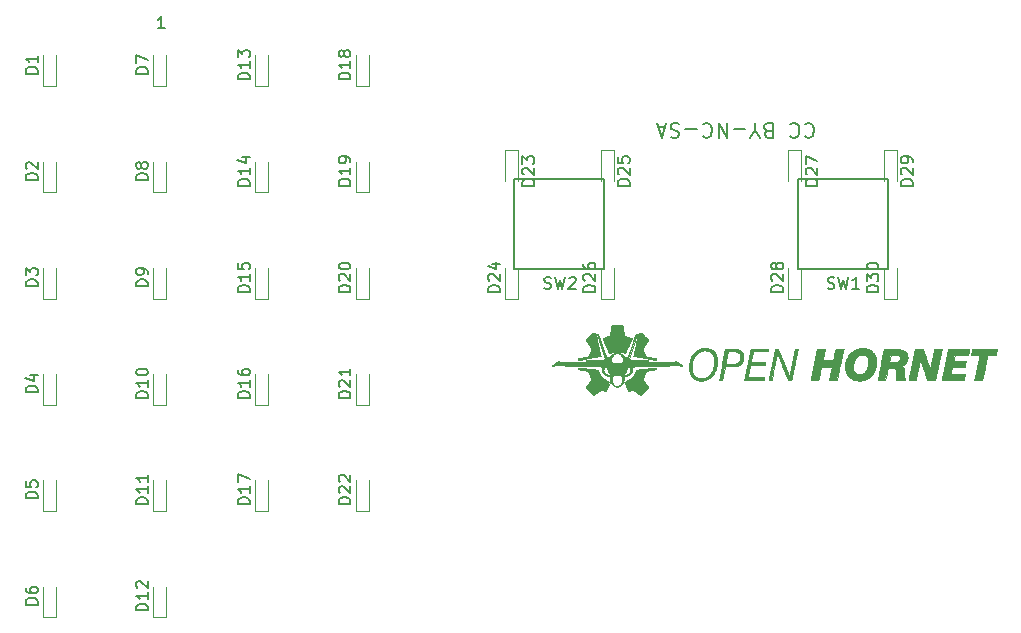
<source format=gbr>
G04 #@! TF.GenerationSoftware,KiCad,Pcbnew,(5.1.4-0-10_14)*
G04 #@! TF.CreationDate,2019-10-31T10:02:22+01:00*
G04 #@! TF.ProjectId,EWI_Right,4557495f-5269-4676-9874-2e6b69636164,-*
G04 #@! TF.SameCoordinates,Original*
G04 #@! TF.FileFunction,Legend,Top*
G04 #@! TF.FilePolarity,Positive*
%FSLAX46Y46*%
G04 Gerber Fmt 4.6, Leading zero omitted, Abs format (unit mm)*
G04 Created by KiCad (PCBNEW (5.1.4-0-10_14)) date 2019-10-31 10:02:22*
%MOMM*%
%LPD*%
G04 APERTURE LIST*
%ADD10C,0.200000*%
%ADD11C,0.150000*%
%ADD12C,0.010000*%
%ADD13C,0.120000*%
G04 APERTURE END LIST*
D10*
X203083333Y-46303571D02*
X203142857Y-46244047D01*
X203321428Y-46184523D01*
X203440476Y-46184523D01*
X203619047Y-46244047D01*
X203738095Y-46363095D01*
X203797619Y-46482142D01*
X203857142Y-46720238D01*
X203857142Y-46898809D01*
X203797619Y-47136904D01*
X203738095Y-47255952D01*
X203619047Y-47375000D01*
X203440476Y-47434523D01*
X203321428Y-47434523D01*
X203142857Y-47375000D01*
X203083333Y-47315476D01*
X201833333Y-46303571D02*
X201892857Y-46244047D01*
X202071428Y-46184523D01*
X202190476Y-46184523D01*
X202369047Y-46244047D01*
X202488095Y-46363095D01*
X202547619Y-46482142D01*
X202607142Y-46720238D01*
X202607142Y-46898809D01*
X202547619Y-47136904D01*
X202488095Y-47255952D01*
X202369047Y-47375000D01*
X202190476Y-47434523D01*
X202071428Y-47434523D01*
X201892857Y-47375000D01*
X201833333Y-47315476D01*
X199928571Y-46839285D02*
X199750000Y-46779761D01*
X199690476Y-46720238D01*
X199630952Y-46601190D01*
X199630952Y-46422619D01*
X199690476Y-46303571D01*
X199750000Y-46244047D01*
X199869047Y-46184523D01*
X200345238Y-46184523D01*
X200345238Y-47434523D01*
X199928571Y-47434523D01*
X199809523Y-47375000D01*
X199750000Y-47315476D01*
X199690476Y-47196428D01*
X199690476Y-47077380D01*
X199750000Y-46958333D01*
X199809523Y-46898809D01*
X199928571Y-46839285D01*
X200345238Y-46839285D01*
X198857142Y-46779761D02*
X198857142Y-46184523D01*
X199273809Y-47434523D02*
X198857142Y-46779761D01*
X198440476Y-47434523D01*
X198023809Y-46660714D02*
X197071428Y-46660714D01*
X196476190Y-46184523D02*
X196476190Y-47434523D01*
X195761904Y-46184523D01*
X195761904Y-47434523D01*
X194452380Y-46303571D02*
X194511904Y-46244047D01*
X194690476Y-46184523D01*
X194809523Y-46184523D01*
X194988095Y-46244047D01*
X195107142Y-46363095D01*
X195166666Y-46482142D01*
X195226190Y-46720238D01*
X195226190Y-46898809D01*
X195166666Y-47136904D01*
X195107142Y-47255952D01*
X194988095Y-47375000D01*
X194809523Y-47434523D01*
X194690476Y-47434523D01*
X194511904Y-47375000D01*
X194452380Y-47315476D01*
X193916666Y-46660714D02*
X192964285Y-46660714D01*
X192428571Y-46244047D02*
X192250000Y-46184523D01*
X191952380Y-46184523D01*
X191833333Y-46244047D01*
X191773809Y-46303571D01*
X191714285Y-46422619D01*
X191714285Y-46541666D01*
X191773809Y-46660714D01*
X191833333Y-46720238D01*
X191952380Y-46779761D01*
X192190476Y-46839285D01*
X192309523Y-46898809D01*
X192369047Y-46958333D01*
X192428571Y-47077380D01*
X192428571Y-47196428D01*
X192369047Y-47315476D01*
X192309523Y-47375000D01*
X192190476Y-47434523D01*
X191892857Y-47434523D01*
X191714285Y-47375000D01*
X191238095Y-46541666D02*
X190642857Y-46541666D01*
X191357142Y-46184523D02*
X190940476Y-47434523D01*
X190523809Y-46184523D01*
D11*
X148881890Y-38149920D02*
X148310461Y-38149920D01*
X148596176Y-38149920D02*
X148596176Y-37149920D01*
X148500937Y-37292778D01*
X148405699Y-37388016D01*
X148310461Y-37435635D01*
D12*
G36*
X187146631Y-63278200D02*
G01*
X187167312Y-63278200D01*
X187237145Y-63278208D01*
X187299007Y-63278239D01*
X187353394Y-63278300D01*
X187400801Y-63278399D01*
X187441724Y-63278545D01*
X187476658Y-63278745D01*
X187506100Y-63279007D01*
X187530545Y-63279340D01*
X187550489Y-63279750D01*
X187566427Y-63280247D01*
X187578855Y-63280838D01*
X187588268Y-63281531D01*
X187595163Y-63282334D01*
X187600035Y-63283255D01*
X187603380Y-63284302D01*
X187605311Y-63285249D01*
X187615290Y-63293377D01*
X187621778Y-63302247D01*
X187623170Y-63307723D01*
X187625990Y-63320952D01*
X187630129Y-63341365D01*
X187635476Y-63368389D01*
X187641921Y-63401454D01*
X187649354Y-63439987D01*
X187657666Y-63483417D01*
X187666747Y-63531174D01*
X187676486Y-63582685D01*
X187686774Y-63637379D01*
X187697501Y-63694684D01*
X187704782Y-63733738D01*
X187715756Y-63792492D01*
X187726387Y-63849035D01*
X187736566Y-63902792D01*
X187746178Y-63953190D01*
X187755113Y-63999656D01*
X187763259Y-64041614D01*
X187770504Y-64078491D01*
X187776736Y-64109714D01*
X187781844Y-64134708D01*
X187785715Y-64152901D01*
X187788238Y-64163717D01*
X187789107Y-64166531D01*
X187796808Y-64177974D01*
X187804890Y-64186867D01*
X187809901Y-64189525D01*
X187822004Y-64195066D01*
X187840450Y-64203179D01*
X187864487Y-64213553D01*
X187893367Y-64225877D01*
X187926341Y-64239840D01*
X187962658Y-64255132D01*
X188001570Y-64271441D01*
X188042326Y-64288456D01*
X188084177Y-64305867D01*
X188126373Y-64323362D01*
X188168165Y-64340630D01*
X188208804Y-64357362D01*
X188247539Y-64373244D01*
X188283621Y-64387968D01*
X188316301Y-64401221D01*
X188344828Y-64412693D01*
X188368454Y-64422073D01*
X188386429Y-64429050D01*
X188398003Y-64433313D01*
X188401866Y-64434510D01*
X188402271Y-64435948D01*
X188401392Y-64440046D01*
X188399095Y-64447115D01*
X188395243Y-64457469D01*
X188389700Y-64471418D01*
X188382332Y-64489276D01*
X188373001Y-64511355D01*
X188361572Y-64537968D01*
X188347911Y-64569425D01*
X188331879Y-64606041D01*
X188313343Y-64648127D01*
X188292166Y-64695995D01*
X188268213Y-64749958D01*
X188241347Y-64810328D01*
X188211433Y-64877418D01*
X188178336Y-64951539D01*
X188141919Y-65033005D01*
X188134384Y-65049849D01*
X188103804Y-65118203D01*
X188074133Y-65184495D01*
X188045559Y-65248311D01*
X188018267Y-65309234D01*
X187992446Y-65366847D01*
X187968281Y-65420736D01*
X187945960Y-65470484D01*
X187925669Y-65515675D01*
X187907595Y-65555892D01*
X187891925Y-65590721D01*
X187878845Y-65619745D01*
X187868543Y-65642547D01*
X187861204Y-65658713D01*
X187857017Y-65667825D01*
X187856082Y-65669755D01*
X187853452Y-65671791D01*
X187848176Y-65672206D01*
X187839057Y-65670775D01*
X187824899Y-65667272D01*
X187804505Y-65661472D01*
X187791247Y-65657536D01*
X187730404Y-65640097D01*
X187665208Y-65622808D01*
X187597782Y-65606163D01*
X187530249Y-65590653D01*
X187464734Y-65576770D01*
X187403359Y-65565004D01*
X187359734Y-65557616D01*
X187334325Y-65554511D01*
X187302159Y-65551971D01*
X187264927Y-65550018D01*
X187224320Y-65548671D01*
X187182029Y-65547951D01*
X187139747Y-65547879D01*
X187099163Y-65548476D01*
X187061971Y-65549762D01*
X187029860Y-65551758D01*
X187013091Y-65553379D01*
X186964582Y-65559963D01*
X186909781Y-65569129D01*
X186850335Y-65580518D01*
X186787891Y-65593768D01*
X186724095Y-65608518D01*
X186660595Y-65624407D01*
X186599036Y-65641074D01*
X186556291Y-65653519D01*
X186533405Y-65660347D01*
X186513371Y-65666215D01*
X186497582Y-65670723D01*
X186487428Y-65673475D01*
X186484324Y-65674144D01*
X186482326Y-65670318D01*
X186477130Y-65659141D01*
X186468919Y-65641026D01*
X186457875Y-65616386D01*
X186444180Y-65585633D01*
X186428016Y-65549181D01*
X186409564Y-65507441D01*
X186389008Y-65460826D01*
X186366528Y-65409749D01*
X186342308Y-65354622D01*
X186316528Y-65295858D01*
X186289371Y-65233870D01*
X186261020Y-65169071D01*
X186231655Y-65101872D01*
X186212500Y-65057992D01*
X186182578Y-64989407D01*
X186153577Y-64922901D01*
X186125677Y-64858892D01*
X186099060Y-64797796D01*
X186073907Y-64740030D01*
X186050399Y-64686010D01*
X186028717Y-64636155D01*
X186009042Y-64590879D01*
X185991556Y-64550600D01*
X185976439Y-64515735D01*
X185963873Y-64486701D01*
X185954038Y-64463913D01*
X185947116Y-64447789D01*
X185943288Y-64438746D01*
X185942547Y-64436873D01*
X185946193Y-64434322D01*
X185957338Y-64428798D01*
X185975614Y-64420459D01*
X186000654Y-64409463D01*
X186032088Y-64395967D01*
X186069551Y-64380129D01*
X186112672Y-64362107D01*
X186161086Y-64342057D01*
X186214424Y-64320139D01*
X186226035Y-64315387D01*
X186272911Y-64296172D01*
X186317730Y-64277712D01*
X186359838Y-64260281D01*
X186398580Y-64244155D01*
X186433303Y-64229609D01*
X186463353Y-64216917D01*
X186488076Y-64206355D01*
X186506817Y-64198196D01*
X186518924Y-64192716D01*
X186523505Y-64190373D01*
X186534343Y-64180466D01*
X186543336Y-64168028D01*
X186543842Y-64167068D01*
X186545815Y-64160543D01*
X186549205Y-64146080D01*
X186553935Y-64124076D01*
X186559928Y-64094927D01*
X186567106Y-64059029D01*
X186575391Y-64016779D01*
X186584705Y-63968573D01*
X186594970Y-63914806D01*
X186606110Y-63855876D01*
X186618046Y-63792178D01*
X186629678Y-63729623D01*
X186640594Y-63670864D01*
X186651140Y-63614373D01*
X186661209Y-63560718D01*
X186670691Y-63510466D01*
X186679478Y-63464183D01*
X186687461Y-63422436D01*
X186694531Y-63385794D01*
X186700579Y-63354823D01*
X186705498Y-63330090D01*
X186709177Y-63312162D01*
X186711508Y-63301606D01*
X186712270Y-63298925D01*
X186713999Y-63295613D01*
X186715761Y-63292674D01*
X186718043Y-63290085D01*
X186721334Y-63287825D01*
X186726121Y-63285871D01*
X186732893Y-63284200D01*
X186742137Y-63282791D01*
X186754343Y-63281621D01*
X186769997Y-63280669D01*
X186789589Y-63279911D01*
X186813606Y-63279327D01*
X186842536Y-63278892D01*
X186876867Y-63278586D01*
X186917089Y-63278385D01*
X186963687Y-63278269D01*
X187017152Y-63278214D01*
X187077970Y-63278199D01*
X187146631Y-63278200D01*
X187146631Y-63278200D01*
G37*
X187146631Y-63278200D02*
X187167312Y-63278200D01*
X187237145Y-63278208D01*
X187299007Y-63278239D01*
X187353394Y-63278300D01*
X187400801Y-63278399D01*
X187441724Y-63278545D01*
X187476658Y-63278745D01*
X187506100Y-63279007D01*
X187530545Y-63279340D01*
X187550489Y-63279750D01*
X187566427Y-63280247D01*
X187578855Y-63280838D01*
X187588268Y-63281531D01*
X187595163Y-63282334D01*
X187600035Y-63283255D01*
X187603380Y-63284302D01*
X187605311Y-63285249D01*
X187615290Y-63293377D01*
X187621778Y-63302247D01*
X187623170Y-63307723D01*
X187625990Y-63320952D01*
X187630129Y-63341365D01*
X187635476Y-63368389D01*
X187641921Y-63401454D01*
X187649354Y-63439987D01*
X187657666Y-63483417D01*
X187666747Y-63531174D01*
X187676486Y-63582685D01*
X187686774Y-63637379D01*
X187697501Y-63694684D01*
X187704782Y-63733738D01*
X187715756Y-63792492D01*
X187726387Y-63849035D01*
X187736566Y-63902792D01*
X187746178Y-63953190D01*
X187755113Y-63999656D01*
X187763259Y-64041614D01*
X187770504Y-64078491D01*
X187776736Y-64109714D01*
X187781844Y-64134708D01*
X187785715Y-64152901D01*
X187788238Y-64163717D01*
X187789107Y-64166531D01*
X187796808Y-64177974D01*
X187804890Y-64186867D01*
X187809901Y-64189525D01*
X187822004Y-64195066D01*
X187840450Y-64203179D01*
X187864487Y-64213553D01*
X187893367Y-64225877D01*
X187926341Y-64239840D01*
X187962658Y-64255132D01*
X188001570Y-64271441D01*
X188042326Y-64288456D01*
X188084177Y-64305867D01*
X188126373Y-64323362D01*
X188168165Y-64340630D01*
X188208804Y-64357362D01*
X188247539Y-64373244D01*
X188283621Y-64387968D01*
X188316301Y-64401221D01*
X188344828Y-64412693D01*
X188368454Y-64422073D01*
X188386429Y-64429050D01*
X188398003Y-64433313D01*
X188401866Y-64434510D01*
X188402271Y-64435948D01*
X188401392Y-64440046D01*
X188399095Y-64447115D01*
X188395243Y-64457469D01*
X188389700Y-64471418D01*
X188382332Y-64489276D01*
X188373001Y-64511355D01*
X188361572Y-64537968D01*
X188347911Y-64569425D01*
X188331879Y-64606041D01*
X188313343Y-64648127D01*
X188292166Y-64695995D01*
X188268213Y-64749958D01*
X188241347Y-64810328D01*
X188211433Y-64877418D01*
X188178336Y-64951539D01*
X188141919Y-65033005D01*
X188134384Y-65049849D01*
X188103804Y-65118203D01*
X188074133Y-65184495D01*
X188045559Y-65248311D01*
X188018267Y-65309234D01*
X187992446Y-65366847D01*
X187968281Y-65420736D01*
X187945960Y-65470484D01*
X187925669Y-65515675D01*
X187907595Y-65555892D01*
X187891925Y-65590721D01*
X187878845Y-65619745D01*
X187868543Y-65642547D01*
X187861204Y-65658713D01*
X187857017Y-65667825D01*
X187856082Y-65669755D01*
X187853452Y-65671791D01*
X187848176Y-65672206D01*
X187839057Y-65670775D01*
X187824899Y-65667272D01*
X187804505Y-65661472D01*
X187791247Y-65657536D01*
X187730404Y-65640097D01*
X187665208Y-65622808D01*
X187597782Y-65606163D01*
X187530249Y-65590653D01*
X187464734Y-65576770D01*
X187403359Y-65565004D01*
X187359734Y-65557616D01*
X187334325Y-65554511D01*
X187302159Y-65551971D01*
X187264927Y-65550018D01*
X187224320Y-65548671D01*
X187182029Y-65547951D01*
X187139747Y-65547879D01*
X187099163Y-65548476D01*
X187061971Y-65549762D01*
X187029860Y-65551758D01*
X187013091Y-65553379D01*
X186964582Y-65559963D01*
X186909781Y-65569129D01*
X186850335Y-65580518D01*
X186787891Y-65593768D01*
X186724095Y-65608518D01*
X186660595Y-65624407D01*
X186599036Y-65641074D01*
X186556291Y-65653519D01*
X186533405Y-65660347D01*
X186513371Y-65666215D01*
X186497582Y-65670723D01*
X186487428Y-65673475D01*
X186484324Y-65674144D01*
X186482326Y-65670318D01*
X186477130Y-65659141D01*
X186468919Y-65641026D01*
X186457875Y-65616386D01*
X186444180Y-65585633D01*
X186428016Y-65549181D01*
X186409564Y-65507441D01*
X186389008Y-65460826D01*
X186366528Y-65409749D01*
X186342308Y-65354622D01*
X186316528Y-65295858D01*
X186289371Y-65233870D01*
X186261020Y-65169071D01*
X186231655Y-65101872D01*
X186212500Y-65057992D01*
X186182578Y-64989407D01*
X186153577Y-64922901D01*
X186125677Y-64858892D01*
X186099060Y-64797796D01*
X186073907Y-64740030D01*
X186050399Y-64686010D01*
X186028717Y-64636155D01*
X186009042Y-64590879D01*
X185991556Y-64550600D01*
X185976439Y-64515735D01*
X185963873Y-64486701D01*
X185954038Y-64463913D01*
X185947116Y-64447789D01*
X185943288Y-64438746D01*
X185942547Y-64436873D01*
X185946193Y-64434322D01*
X185957338Y-64428798D01*
X185975614Y-64420459D01*
X186000654Y-64409463D01*
X186032088Y-64395967D01*
X186069551Y-64380129D01*
X186112672Y-64362107D01*
X186161086Y-64342057D01*
X186214424Y-64320139D01*
X186226035Y-64315387D01*
X186272911Y-64296172D01*
X186317730Y-64277712D01*
X186359838Y-64260281D01*
X186398580Y-64244155D01*
X186433303Y-64229609D01*
X186463353Y-64216917D01*
X186488076Y-64206355D01*
X186506817Y-64198196D01*
X186518924Y-64192716D01*
X186523505Y-64190373D01*
X186534343Y-64180466D01*
X186543336Y-64168028D01*
X186543842Y-64167068D01*
X186545815Y-64160543D01*
X186549205Y-64146080D01*
X186553935Y-64124076D01*
X186559928Y-64094927D01*
X186567106Y-64059029D01*
X186575391Y-64016779D01*
X186584705Y-63968573D01*
X186594970Y-63914806D01*
X186606110Y-63855876D01*
X186618046Y-63792178D01*
X186629678Y-63729623D01*
X186640594Y-63670864D01*
X186651140Y-63614373D01*
X186661209Y-63560718D01*
X186670691Y-63510466D01*
X186679478Y-63464183D01*
X186687461Y-63422436D01*
X186694531Y-63385794D01*
X186700579Y-63354823D01*
X186705498Y-63330090D01*
X186709177Y-63312162D01*
X186711508Y-63301606D01*
X186712270Y-63298925D01*
X186713999Y-63295613D01*
X186715761Y-63292674D01*
X186718043Y-63290085D01*
X186721334Y-63287825D01*
X186726121Y-63285871D01*
X186732893Y-63284200D01*
X186742137Y-63282791D01*
X186754343Y-63281621D01*
X186769997Y-63280669D01*
X186789589Y-63279911D01*
X186813606Y-63279327D01*
X186842536Y-63278892D01*
X186876867Y-63278586D01*
X186917089Y-63278385D01*
X186963687Y-63278269D01*
X187017152Y-63278214D01*
X187077970Y-63278199D01*
X187146631Y-63278200D01*
G36*
X189187987Y-63940636D02*
G01*
X189192464Y-63943947D01*
X189202402Y-63952783D01*
X189217305Y-63966654D01*
X189236679Y-63985067D01*
X189260029Y-64007530D01*
X189286860Y-64033551D01*
X189316677Y-64062639D01*
X189348984Y-64094302D01*
X189383288Y-64128047D01*
X189419092Y-64163382D01*
X189455903Y-64199816D01*
X189493225Y-64236857D01*
X189530563Y-64274013D01*
X189567423Y-64310791D01*
X189603309Y-64346701D01*
X189637726Y-64381249D01*
X189670180Y-64413945D01*
X189700175Y-64444295D01*
X189727217Y-64471809D01*
X189750811Y-64495994D01*
X189770461Y-64516359D01*
X189785674Y-64532410D01*
X189795953Y-64543657D01*
X189800804Y-64549608D01*
X189800982Y-64549913D01*
X189805521Y-64565912D01*
X189805252Y-64576036D01*
X189802373Y-64582217D01*
X189794647Y-64595260D01*
X189782112Y-64615111D01*
X189764802Y-64641715D01*
X189742755Y-64675017D01*
X189716007Y-64714963D01*
X189684594Y-64761497D01*
X189648553Y-64814566D01*
X189607920Y-64874115D01*
X189563003Y-64939691D01*
X189523683Y-64997103D01*
X189487181Y-65050598D01*
X189453706Y-65099866D01*
X189423463Y-65144596D01*
X189396661Y-65184479D01*
X189373506Y-65219203D01*
X189354206Y-65248459D01*
X189338967Y-65271936D01*
X189327997Y-65289324D01*
X189321504Y-65300312D01*
X189319689Y-65304195D01*
X189317982Y-65317028D01*
X189318395Y-65327930D01*
X189318471Y-65328293D01*
X189320670Y-65334586D01*
X189325913Y-65347838D01*
X189333886Y-65367313D01*
X189344270Y-65392274D01*
X189356750Y-65421986D01*
X189371009Y-65455714D01*
X189386730Y-65492721D01*
X189403596Y-65532271D01*
X189421291Y-65573630D01*
X189439499Y-65616061D01*
X189457902Y-65658828D01*
X189476184Y-65701196D01*
X189494028Y-65742429D01*
X189511118Y-65781791D01*
X189527138Y-65818546D01*
X189541769Y-65851958D01*
X189554697Y-65881293D01*
X189565604Y-65905813D01*
X189574173Y-65924784D01*
X189580088Y-65937469D01*
X189583033Y-65943133D01*
X189583099Y-65943221D01*
X189593071Y-65953055D01*
X189602806Y-65959709D01*
X189608498Y-65961296D01*
X189621936Y-65964303D01*
X189642540Y-65968615D01*
X189669729Y-65974119D01*
X189702922Y-65980703D01*
X189741539Y-65988253D01*
X189784999Y-65996656D01*
X189832722Y-66005799D01*
X189884127Y-66015568D01*
X189938633Y-66025851D01*
X189995660Y-66036535D01*
X190026824Y-66042342D01*
X190094542Y-66054942D01*
X190154434Y-66066100D01*
X190206997Y-66075921D01*
X190252729Y-66084509D01*
X190292127Y-66091969D01*
X190325689Y-66098406D01*
X190353914Y-66103924D01*
X190377297Y-66108628D01*
X190396338Y-66112622D01*
X190411534Y-66116011D01*
X190423382Y-66118899D01*
X190432381Y-66121390D01*
X190439027Y-66123591D01*
X190443819Y-66125604D01*
X190447254Y-66127535D01*
X190449831Y-66129488D01*
X190452045Y-66131568D01*
X190452184Y-66131705D01*
X190464884Y-66144307D01*
X190467546Y-66292333D01*
X190457748Y-66291901D01*
X190451963Y-66290835D01*
X190438705Y-66287914D01*
X190418721Y-66283315D01*
X190392758Y-66277217D01*
X190361562Y-66269797D01*
X190325881Y-66261232D01*
X190286460Y-66251700D01*
X190244046Y-66241378D01*
X190200300Y-66230670D01*
X190106381Y-66207742D01*
X190020262Y-66186992D01*
X189941586Y-66168339D01*
X189869993Y-66151702D01*
X189805126Y-66136997D01*
X189746626Y-66124143D01*
X189694134Y-66113058D01*
X189647292Y-66103661D01*
X189628800Y-66100119D01*
X189614049Y-66097427D01*
X189591597Y-66093455D01*
X189562095Y-66088312D01*
X189526193Y-66082109D01*
X189484543Y-66074959D01*
X189437794Y-66066971D01*
X189386598Y-66058257D01*
X189331605Y-66048927D01*
X189273465Y-66039092D01*
X189212830Y-66028864D01*
X189150350Y-66018354D01*
X189086676Y-66007671D01*
X189080583Y-66006651D01*
X189018062Y-65996141D01*
X188957506Y-65985889D01*
X188899483Y-65975993D01*
X188844562Y-65966555D01*
X188793309Y-65957673D01*
X188746294Y-65949449D01*
X188704084Y-65941982D01*
X188667247Y-65935372D01*
X188636351Y-65929719D01*
X188611965Y-65925123D01*
X188594657Y-65921685D01*
X188584994Y-65919503D01*
X188583854Y-65919171D01*
X188569534Y-65914166D01*
X188561803Y-65910243D01*
X188559088Y-65906239D01*
X188559709Y-65901339D01*
X188561627Y-65894589D01*
X188563901Y-65886023D01*
X188566600Y-65875320D01*
X188569796Y-65862156D01*
X188573560Y-65846209D01*
X188577963Y-65827157D01*
X188583075Y-65804675D01*
X188588968Y-65778443D01*
X188595712Y-65748136D01*
X188603378Y-65713432D01*
X188612037Y-65674010D01*
X188621760Y-65629545D01*
X188632618Y-65579715D01*
X188644682Y-65524197D01*
X188658023Y-65462669D01*
X188672711Y-65394809D01*
X188688817Y-65320292D01*
X188706412Y-65238797D01*
X188725568Y-65150001D01*
X188746354Y-65053581D01*
X188768843Y-64949214D01*
X188769513Y-64946102D01*
X188956933Y-64076121D01*
X189055344Y-64008419D01*
X189081385Y-63990730D01*
X189105662Y-63974670D01*
X189127163Y-63960872D01*
X189144879Y-63949971D01*
X189157802Y-63942602D01*
X189164919Y-63939398D01*
X189165306Y-63939327D01*
X189178722Y-63939276D01*
X189187987Y-63940636D01*
X189187987Y-63940636D01*
G37*
X189187987Y-63940636D02*
X189192464Y-63943947D01*
X189202402Y-63952783D01*
X189217305Y-63966654D01*
X189236679Y-63985067D01*
X189260029Y-64007530D01*
X189286860Y-64033551D01*
X189316677Y-64062639D01*
X189348984Y-64094302D01*
X189383288Y-64128047D01*
X189419092Y-64163382D01*
X189455903Y-64199816D01*
X189493225Y-64236857D01*
X189530563Y-64274013D01*
X189567423Y-64310791D01*
X189603309Y-64346701D01*
X189637726Y-64381249D01*
X189670180Y-64413945D01*
X189700175Y-64444295D01*
X189727217Y-64471809D01*
X189750811Y-64495994D01*
X189770461Y-64516359D01*
X189785674Y-64532410D01*
X189795953Y-64543657D01*
X189800804Y-64549608D01*
X189800982Y-64549913D01*
X189805521Y-64565912D01*
X189805252Y-64576036D01*
X189802373Y-64582217D01*
X189794647Y-64595260D01*
X189782112Y-64615111D01*
X189764802Y-64641715D01*
X189742755Y-64675017D01*
X189716007Y-64714963D01*
X189684594Y-64761497D01*
X189648553Y-64814566D01*
X189607920Y-64874115D01*
X189563003Y-64939691D01*
X189523683Y-64997103D01*
X189487181Y-65050598D01*
X189453706Y-65099866D01*
X189423463Y-65144596D01*
X189396661Y-65184479D01*
X189373506Y-65219203D01*
X189354206Y-65248459D01*
X189338967Y-65271936D01*
X189327997Y-65289324D01*
X189321504Y-65300312D01*
X189319689Y-65304195D01*
X189317982Y-65317028D01*
X189318395Y-65327930D01*
X189318471Y-65328293D01*
X189320670Y-65334586D01*
X189325913Y-65347838D01*
X189333886Y-65367313D01*
X189344270Y-65392274D01*
X189356750Y-65421986D01*
X189371009Y-65455714D01*
X189386730Y-65492721D01*
X189403596Y-65532271D01*
X189421291Y-65573630D01*
X189439499Y-65616061D01*
X189457902Y-65658828D01*
X189476184Y-65701196D01*
X189494028Y-65742429D01*
X189511118Y-65781791D01*
X189527138Y-65818546D01*
X189541769Y-65851958D01*
X189554697Y-65881293D01*
X189565604Y-65905813D01*
X189574173Y-65924784D01*
X189580088Y-65937469D01*
X189583033Y-65943133D01*
X189583099Y-65943221D01*
X189593071Y-65953055D01*
X189602806Y-65959709D01*
X189608498Y-65961296D01*
X189621936Y-65964303D01*
X189642540Y-65968615D01*
X189669729Y-65974119D01*
X189702922Y-65980703D01*
X189741539Y-65988253D01*
X189784999Y-65996656D01*
X189832722Y-66005799D01*
X189884127Y-66015568D01*
X189938633Y-66025851D01*
X189995660Y-66036535D01*
X190026824Y-66042342D01*
X190094542Y-66054942D01*
X190154434Y-66066100D01*
X190206997Y-66075921D01*
X190252729Y-66084509D01*
X190292127Y-66091969D01*
X190325689Y-66098406D01*
X190353914Y-66103924D01*
X190377297Y-66108628D01*
X190396338Y-66112622D01*
X190411534Y-66116011D01*
X190423382Y-66118899D01*
X190432381Y-66121390D01*
X190439027Y-66123591D01*
X190443819Y-66125604D01*
X190447254Y-66127535D01*
X190449831Y-66129488D01*
X190452045Y-66131568D01*
X190452184Y-66131705D01*
X190464884Y-66144307D01*
X190467546Y-66292333D01*
X190457748Y-66291901D01*
X190451963Y-66290835D01*
X190438705Y-66287914D01*
X190418721Y-66283315D01*
X190392758Y-66277217D01*
X190361562Y-66269797D01*
X190325881Y-66261232D01*
X190286460Y-66251700D01*
X190244046Y-66241378D01*
X190200300Y-66230670D01*
X190106381Y-66207742D01*
X190020262Y-66186992D01*
X189941586Y-66168339D01*
X189869993Y-66151702D01*
X189805126Y-66136997D01*
X189746626Y-66124143D01*
X189694134Y-66113058D01*
X189647292Y-66103661D01*
X189628800Y-66100119D01*
X189614049Y-66097427D01*
X189591597Y-66093455D01*
X189562095Y-66088312D01*
X189526193Y-66082109D01*
X189484543Y-66074959D01*
X189437794Y-66066971D01*
X189386598Y-66058257D01*
X189331605Y-66048927D01*
X189273465Y-66039092D01*
X189212830Y-66028864D01*
X189150350Y-66018354D01*
X189086676Y-66007671D01*
X189080583Y-66006651D01*
X189018062Y-65996141D01*
X188957506Y-65985889D01*
X188899483Y-65975993D01*
X188844562Y-65966555D01*
X188793309Y-65957673D01*
X188746294Y-65949449D01*
X188704084Y-65941982D01*
X188667247Y-65935372D01*
X188636351Y-65929719D01*
X188611965Y-65925123D01*
X188594657Y-65921685D01*
X188584994Y-65919503D01*
X188583854Y-65919171D01*
X188569534Y-65914166D01*
X188561803Y-65910243D01*
X188559088Y-65906239D01*
X188559709Y-65901339D01*
X188561627Y-65894589D01*
X188563901Y-65886023D01*
X188566600Y-65875320D01*
X188569796Y-65862156D01*
X188573560Y-65846209D01*
X188577963Y-65827157D01*
X188583075Y-65804675D01*
X188588968Y-65778443D01*
X188595712Y-65748136D01*
X188603378Y-65713432D01*
X188612037Y-65674010D01*
X188621760Y-65629545D01*
X188632618Y-65579715D01*
X188644682Y-65524197D01*
X188658023Y-65462669D01*
X188672711Y-65394809D01*
X188688817Y-65320292D01*
X188706412Y-65238797D01*
X188725568Y-65150001D01*
X188746354Y-65053581D01*
X188768843Y-64949214D01*
X188769513Y-64946102D01*
X188956933Y-64076121D01*
X189055344Y-64008419D01*
X189081385Y-63990730D01*
X189105662Y-63974670D01*
X189127163Y-63960872D01*
X189144879Y-63949971D01*
X189157802Y-63942602D01*
X189164919Y-63939398D01*
X189165306Y-63939327D01*
X189178722Y-63939276D01*
X189187987Y-63940636D01*
G36*
X185158469Y-63938743D02*
G01*
X185164477Y-63939092D01*
X185170678Y-63940396D01*
X185177974Y-63943177D01*
X185187267Y-63947962D01*
X185199459Y-63955273D01*
X185215453Y-63965636D01*
X185236151Y-63979575D01*
X185262455Y-63997614D01*
X185276832Y-64007535D01*
X185376215Y-64076183D01*
X185567423Y-64962890D01*
X185585848Y-65048291D01*
X185603854Y-65131669D01*
X185621356Y-65212634D01*
X185638269Y-65290793D01*
X185654507Y-65365754D01*
X185669985Y-65437125D01*
X185684617Y-65504513D01*
X185698319Y-65567528D01*
X185711005Y-65625777D01*
X185722589Y-65678867D01*
X185732986Y-65726408D01*
X185742111Y-65768006D01*
X185749878Y-65803271D01*
X185756202Y-65831809D01*
X185760998Y-65853229D01*
X185764180Y-65867139D01*
X185765635Y-65873056D01*
X185769891Y-65887195D01*
X185773432Y-65898751D01*
X185774949Y-65903553D01*
X185774565Y-65907840D01*
X185769422Y-65911855D01*
X185758163Y-65916418D01*
X185748288Y-65919640D01*
X185740344Y-65921520D01*
X185724610Y-65924683D01*
X185701651Y-65929028D01*
X185672031Y-65934457D01*
X185636315Y-65940871D01*
X185595065Y-65948170D01*
X185548846Y-65956256D01*
X185498223Y-65965031D01*
X185443758Y-65974393D01*
X185386018Y-65984246D01*
X185325564Y-65994489D01*
X185262962Y-66005025D01*
X185238833Y-66009066D01*
X185154230Y-66023222D01*
X185077296Y-66036116D01*
X185007350Y-66047885D01*
X184943710Y-66058665D01*
X184885695Y-66068591D01*
X184832624Y-66077799D01*
X184783816Y-66086426D01*
X184738588Y-66094607D01*
X184696260Y-66102478D01*
X184656151Y-66110175D01*
X184617578Y-66117834D01*
X184579861Y-66125591D01*
X184542318Y-66133582D01*
X184504269Y-66141943D01*
X184465030Y-66150810D01*
X184423922Y-66160318D01*
X184380263Y-66170604D01*
X184333371Y-66181804D01*
X184282565Y-66194053D01*
X184227164Y-66207488D01*
X184166486Y-66222244D01*
X184149075Y-66226481D01*
X184102541Y-66237785D01*
X184058370Y-66248475D01*
X184017258Y-66258386D01*
X183979904Y-66267351D01*
X183947005Y-66275204D01*
X183919259Y-66281779D01*
X183897362Y-66286909D01*
X183882013Y-66290429D01*
X183873910Y-66292171D01*
X183872850Y-66292333D01*
X183870691Y-66290636D01*
X183869132Y-66284874D01*
X183868094Y-66274036D01*
X183867493Y-66257112D01*
X183867250Y-66233093D01*
X183867234Y-66222682D01*
X183867450Y-66193112D01*
X183868271Y-66170746D01*
X183869947Y-66154326D01*
X183872735Y-66142597D01*
X183876886Y-66134302D01*
X183882655Y-66128185D01*
X183886941Y-66125075D01*
X183892649Y-66123280D01*
X183906259Y-66120068D01*
X183927337Y-66115523D01*
X183955451Y-66109730D01*
X183990171Y-66102774D01*
X184031064Y-66094741D01*
X184077698Y-66085715D01*
X184129641Y-66075780D01*
X184186462Y-66065022D01*
X184247729Y-66053526D01*
X184308563Y-66042201D01*
X184376699Y-66029551D01*
X184437005Y-66018326D01*
X184489981Y-66008423D01*
X184536123Y-65999739D01*
X184575931Y-65992173D01*
X184609902Y-65985623D01*
X184638536Y-65979985D01*
X184662331Y-65975159D01*
X184681784Y-65971041D01*
X184697395Y-65967530D01*
X184709662Y-65964523D01*
X184719082Y-65961919D01*
X184726155Y-65959615D01*
X184731379Y-65957508D01*
X184735252Y-65955497D01*
X184737080Y-65954331D01*
X184740264Y-65952012D01*
X184743362Y-65949225D01*
X184746623Y-65945443D01*
X184750293Y-65940134D01*
X184754620Y-65932771D01*
X184759851Y-65922825D01*
X184766234Y-65909765D01*
X184774016Y-65893064D01*
X184783444Y-65872191D01*
X184794766Y-65846618D01*
X184808229Y-65815816D01*
X184824080Y-65779256D01*
X184842568Y-65736407D01*
X184863938Y-65686742D01*
X184883911Y-65640271D01*
X184908663Y-65582639D01*
X184930253Y-65532247D01*
X184948872Y-65488559D01*
X184964710Y-65451039D01*
X184977958Y-65419153D01*
X184988805Y-65392363D01*
X184997441Y-65370136D01*
X185004057Y-65351935D01*
X185008843Y-65337225D01*
X185011988Y-65325470D01*
X185013684Y-65316134D01*
X185014119Y-65308683D01*
X185013485Y-65302580D01*
X185011971Y-65297291D01*
X185009768Y-65292279D01*
X185008404Y-65289588D01*
X185005186Y-65284491D01*
X184997507Y-65272913D01*
X184985702Y-65255349D01*
X184970109Y-65232292D01*
X184951065Y-65204238D01*
X184928906Y-65171682D01*
X184903969Y-65135116D01*
X184876591Y-65095037D01*
X184847108Y-65051939D01*
X184815858Y-65006316D01*
X184783177Y-64958662D01*
X184768564Y-64937374D01*
X184735399Y-64889022D01*
X184703552Y-64842500D01*
X184673358Y-64798300D01*
X184645149Y-64756915D01*
X184619260Y-64718838D01*
X184596024Y-64684560D01*
X184575775Y-64654575D01*
X184558846Y-64629375D01*
X184545571Y-64609453D01*
X184536284Y-64595302D01*
X184531318Y-64587413D01*
X184530587Y-64586050D01*
X184528849Y-64581611D01*
X184527504Y-64577473D01*
X184526875Y-64573270D01*
X184527288Y-64568637D01*
X184529067Y-64563207D01*
X184532536Y-64556617D01*
X184538020Y-64548499D01*
X184545843Y-64538488D01*
X184556330Y-64526219D01*
X184569805Y-64511327D01*
X184586592Y-64493445D01*
X184607017Y-64472208D01*
X184631403Y-64447251D01*
X184660075Y-64418208D01*
X184693357Y-64384713D01*
X184731574Y-64346401D01*
X184775051Y-64302906D01*
X184824111Y-64253863D01*
X184835678Y-64242300D01*
X185139488Y-63938600D01*
X185158469Y-63938743D01*
X185158469Y-63938743D01*
G37*
X185158469Y-63938743D02*
X185164477Y-63939092D01*
X185170678Y-63940396D01*
X185177974Y-63943177D01*
X185187267Y-63947962D01*
X185199459Y-63955273D01*
X185215453Y-63965636D01*
X185236151Y-63979575D01*
X185262455Y-63997614D01*
X185276832Y-64007535D01*
X185376215Y-64076183D01*
X185567423Y-64962890D01*
X185585848Y-65048291D01*
X185603854Y-65131669D01*
X185621356Y-65212634D01*
X185638269Y-65290793D01*
X185654507Y-65365754D01*
X185669985Y-65437125D01*
X185684617Y-65504513D01*
X185698319Y-65567528D01*
X185711005Y-65625777D01*
X185722589Y-65678867D01*
X185732986Y-65726408D01*
X185742111Y-65768006D01*
X185749878Y-65803271D01*
X185756202Y-65831809D01*
X185760998Y-65853229D01*
X185764180Y-65867139D01*
X185765635Y-65873056D01*
X185769891Y-65887195D01*
X185773432Y-65898751D01*
X185774949Y-65903553D01*
X185774565Y-65907840D01*
X185769422Y-65911855D01*
X185758163Y-65916418D01*
X185748288Y-65919640D01*
X185740344Y-65921520D01*
X185724610Y-65924683D01*
X185701651Y-65929028D01*
X185672031Y-65934457D01*
X185636315Y-65940871D01*
X185595065Y-65948170D01*
X185548846Y-65956256D01*
X185498223Y-65965031D01*
X185443758Y-65974393D01*
X185386018Y-65984246D01*
X185325564Y-65994489D01*
X185262962Y-66005025D01*
X185238833Y-66009066D01*
X185154230Y-66023222D01*
X185077296Y-66036116D01*
X185007350Y-66047885D01*
X184943710Y-66058665D01*
X184885695Y-66068591D01*
X184832624Y-66077799D01*
X184783816Y-66086426D01*
X184738588Y-66094607D01*
X184696260Y-66102478D01*
X184656151Y-66110175D01*
X184617578Y-66117834D01*
X184579861Y-66125591D01*
X184542318Y-66133582D01*
X184504269Y-66141943D01*
X184465030Y-66150810D01*
X184423922Y-66160318D01*
X184380263Y-66170604D01*
X184333371Y-66181804D01*
X184282565Y-66194053D01*
X184227164Y-66207488D01*
X184166486Y-66222244D01*
X184149075Y-66226481D01*
X184102541Y-66237785D01*
X184058370Y-66248475D01*
X184017258Y-66258386D01*
X183979904Y-66267351D01*
X183947005Y-66275204D01*
X183919259Y-66281779D01*
X183897362Y-66286909D01*
X183882013Y-66290429D01*
X183873910Y-66292171D01*
X183872850Y-66292333D01*
X183870691Y-66290636D01*
X183869132Y-66284874D01*
X183868094Y-66274036D01*
X183867493Y-66257112D01*
X183867250Y-66233093D01*
X183867234Y-66222682D01*
X183867450Y-66193112D01*
X183868271Y-66170746D01*
X183869947Y-66154326D01*
X183872735Y-66142597D01*
X183876886Y-66134302D01*
X183882655Y-66128185D01*
X183886941Y-66125075D01*
X183892649Y-66123280D01*
X183906259Y-66120068D01*
X183927337Y-66115523D01*
X183955451Y-66109730D01*
X183990171Y-66102774D01*
X184031064Y-66094741D01*
X184077698Y-66085715D01*
X184129641Y-66075780D01*
X184186462Y-66065022D01*
X184247729Y-66053526D01*
X184308563Y-66042201D01*
X184376699Y-66029551D01*
X184437005Y-66018326D01*
X184489981Y-66008423D01*
X184536123Y-65999739D01*
X184575931Y-65992173D01*
X184609902Y-65985623D01*
X184638536Y-65979985D01*
X184662331Y-65975159D01*
X184681784Y-65971041D01*
X184697395Y-65967530D01*
X184709662Y-65964523D01*
X184719082Y-65961919D01*
X184726155Y-65959615D01*
X184731379Y-65957508D01*
X184735252Y-65955497D01*
X184737080Y-65954331D01*
X184740264Y-65952012D01*
X184743362Y-65949225D01*
X184746623Y-65945443D01*
X184750293Y-65940134D01*
X184754620Y-65932771D01*
X184759851Y-65922825D01*
X184766234Y-65909765D01*
X184774016Y-65893064D01*
X184783444Y-65872191D01*
X184794766Y-65846618D01*
X184808229Y-65815816D01*
X184824080Y-65779256D01*
X184842568Y-65736407D01*
X184863938Y-65686742D01*
X184883911Y-65640271D01*
X184908663Y-65582639D01*
X184930253Y-65532247D01*
X184948872Y-65488559D01*
X184964710Y-65451039D01*
X184977958Y-65419153D01*
X184988805Y-65392363D01*
X184997441Y-65370136D01*
X185004057Y-65351935D01*
X185008843Y-65337225D01*
X185011988Y-65325470D01*
X185013684Y-65316134D01*
X185014119Y-65308683D01*
X185013485Y-65302580D01*
X185011971Y-65297291D01*
X185009768Y-65292279D01*
X185008404Y-65289588D01*
X185005186Y-65284491D01*
X184997507Y-65272913D01*
X184985702Y-65255349D01*
X184970109Y-65232292D01*
X184951065Y-65204238D01*
X184928906Y-65171682D01*
X184903969Y-65135116D01*
X184876591Y-65095037D01*
X184847108Y-65051939D01*
X184815858Y-65006316D01*
X184783177Y-64958662D01*
X184768564Y-64937374D01*
X184735399Y-64889022D01*
X184703552Y-64842500D01*
X184673358Y-64798300D01*
X184645149Y-64756915D01*
X184619260Y-64718838D01*
X184596024Y-64684560D01*
X184575775Y-64654575D01*
X184558846Y-64629375D01*
X184545571Y-64609453D01*
X184536284Y-64595302D01*
X184531318Y-64587413D01*
X184530587Y-64586050D01*
X184528849Y-64581611D01*
X184527504Y-64577473D01*
X184526875Y-64573270D01*
X184527288Y-64568637D01*
X184529067Y-64563207D01*
X184532536Y-64556617D01*
X184538020Y-64548499D01*
X184545843Y-64538488D01*
X184556330Y-64526219D01*
X184569805Y-64511327D01*
X184586592Y-64493445D01*
X184607017Y-64472208D01*
X184631403Y-64447251D01*
X184660075Y-64418208D01*
X184693357Y-64384713D01*
X184731574Y-64346401D01*
X184775051Y-64302906D01*
X184824111Y-64253863D01*
X184835678Y-64242300D01*
X185139488Y-63938600D01*
X185158469Y-63938743D01*
G36*
X218388903Y-65318670D02*
G01*
X218480410Y-65318683D01*
X218569315Y-65318703D01*
X218655259Y-65318730D01*
X218737881Y-65318765D01*
X218816824Y-65318807D01*
X218891726Y-65318854D01*
X218962228Y-65318908D01*
X219027972Y-65318967D01*
X219088597Y-65319032D01*
X219143744Y-65319101D01*
X219193054Y-65319175D01*
X219236166Y-65319254D01*
X219272723Y-65319336D01*
X219302363Y-65319421D01*
X219324727Y-65319510D01*
X219339457Y-65319601D01*
X219346192Y-65319695D01*
X219346601Y-65319724D01*
X219345712Y-65323938D01*
X219343214Y-65335736D01*
X219339255Y-65354422D01*
X219333984Y-65379298D01*
X219327547Y-65409668D01*
X219320093Y-65444833D01*
X219311769Y-65484097D01*
X219302723Y-65526762D01*
X219293104Y-65572131D01*
X219290297Y-65585366D01*
X219234194Y-65849950D01*
X218882424Y-65851032D01*
X218816994Y-65851259D01*
X218759586Y-65851515D01*
X218709753Y-65851810D01*
X218667052Y-65852150D01*
X218631037Y-65852545D01*
X218601262Y-65853002D01*
X218577282Y-65853529D01*
X218558653Y-65854133D01*
X218544928Y-65854824D01*
X218535663Y-65855609D01*
X218530412Y-65856496D01*
X218528753Y-65857382D01*
X218527713Y-65861938D01*
X218524987Y-65874421D01*
X218520650Y-65894479D01*
X218514777Y-65921757D01*
X218507444Y-65955903D01*
X218498728Y-65996561D01*
X218488702Y-66043380D01*
X218477443Y-66096005D01*
X218465026Y-66154083D01*
X218451528Y-66217260D01*
X218437022Y-66285183D01*
X218421586Y-66357497D01*
X218405294Y-66433851D01*
X218388223Y-66513889D01*
X218370447Y-66597259D01*
X218352042Y-66683606D01*
X218333084Y-66772578D01*
X218313649Y-66863821D01*
X218307117Y-66894490D01*
X218087384Y-67926331D01*
X217754009Y-67926365D01*
X217686440Y-67926320D01*
X217626168Y-67926169D01*
X217573337Y-67925915D01*
X217528092Y-67925560D01*
X217490576Y-67925105D01*
X217460933Y-67924553D01*
X217439308Y-67923905D01*
X217425845Y-67923162D01*
X217420688Y-67922328D01*
X217420634Y-67922227D01*
X217421498Y-67917769D01*
X217424041Y-67905381D01*
X217428188Y-67885416D01*
X217433866Y-67858228D01*
X217440999Y-67824171D01*
X217449513Y-67783597D01*
X217459334Y-67736860D01*
X217470388Y-67684313D01*
X217482599Y-67626310D01*
X217495894Y-67563203D01*
X217510197Y-67495347D01*
X217525436Y-67423095D01*
X217541535Y-67346799D01*
X217558419Y-67266814D01*
X217576015Y-67183493D01*
X217594247Y-67097188D01*
X217613043Y-67008254D01*
X217632326Y-66917043D01*
X217638650Y-66887137D01*
X217658071Y-66795294D01*
X217677028Y-66705628D01*
X217695447Y-66618493D01*
X217713254Y-66534239D01*
X217730373Y-66453219D01*
X217746731Y-66375787D01*
X217762254Y-66302294D01*
X217776866Y-66233092D01*
X217790494Y-66168535D01*
X217803063Y-66108974D01*
X217814499Y-66054761D01*
X217824727Y-66006250D01*
X217833674Y-65963793D01*
X217841264Y-65927742D01*
X217847423Y-65898449D01*
X217852078Y-65876267D01*
X217855152Y-65861548D01*
X217856573Y-65854645D01*
X217856667Y-65854142D01*
X217852536Y-65853829D01*
X217840551Y-65853531D01*
X217821325Y-65853250D01*
X217795472Y-65852991D01*
X217763603Y-65852756D01*
X217726333Y-65852550D01*
X217684273Y-65852376D01*
X217638038Y-65852237D01*
X217588239Y-65852137D01*
X217535490Y-65852079D01*
X217494717Y-65852066D01*
X217440172Y-65852028D01*
X217388121Y-65851918D01*
X217339177Y-65851741D01*
X217293954Y-65851503D01*
X217253064Y-65851209D01*
X217217120Y-65850866D01*
X217186736Y-65850479D01*
X217162523Y-65850053D01*
X217145095Y-65849595D01*
X217135066Y-65849109D01*
X217132767Y-65848734D01*
X217133615Y-65844105D01*
X217136061Y-65831915D01*
X217139953Y-65812888D01*
X217145142Y-65787750D01*
X217151477Y-65757222D01*
X217158808Y-65722031D01*
X217166985Y-65682899D01*
X217175857Y-65640550D01*
X217185274Y-65595709D01*
X217185702Y-65593676D01*
X217195214Y-65548442D01*
X217204256Y-65505437D01*
X217212671Y-65465418D01*
X217220298Y-65429140D01*
X217226980Y-65397359D01*
X217232556Y-65370832D01*
X217236869Y-65350314D01*
X217239759Y-65336561D01*
X217241067Y-65330331D01*
X217241071Y-65330308D01*
X217243506Y-65318666D01*
X218295153Y-65318666D01*
X218388903Y-65318670D01*
X218388903Y-65318670D01*
G37*
X218388903Y-65318670D02*
X218480410Y-65318683D01*
X218569315Y-65318703D01*
X218655259Y-65318730D01*
X218737881Y-65318765D01*
X218816824Y-65318807D01*
X218891726Y-65318854D01*
X218962228Y-65318908D01*
X219027972Y-65318967D01*
X219088597Y-65319032D01*
X219143744Y-65319101D01*
X219193054Y-65319175D01*
X219236166Y-65319254D01*
X219272723Y-65319336D01*
X219302363Y-65319421D01*
X219324727Y-65319510D01*
X219339457Y-65319601D01*
X219346192Y-65319695D01*
X219346601Y-65319724D01*
X219345712Y-65323938D01*
X219343214Y-65335736D01*
X219339255Y-65354422D01*
X219333984Y-65379298D01*
X219327547Y-65409668D01*
X219320093Y-65444833D01*
X219311769Y-65484097D01*
X219302723Y-65526762D01*
X219293104Y-65572131D01*
X219290297Y-65585366D01*
X219234194Y-65849950D01*
X218882424Y-65851032D01*
X218816994Y-65851259D01*
X218759586Y-65851515D01*
X218709753Y-65851810D01*
X218667052Y-65852150D01*
X218631037Y-65852545D01*
X218601262Y-65853002D01*
X218577282Y-65853529D01*
X218558653Y-65854133D01*
X218544928Y-65854824D01*
X218535663Y-65855609D01*
X218530412Y-65856496D01*
X218528753Y-65857382D01*
X218527713Y-65861938D01*
X218524987Y-65874421D01*
X218520650Y-65894479D01*
X218514777Y-65921757D01*
X218507444Y-65955903D01*
X218498728Y-65996561D01*
X218488702Y-66043380D01*
X218477443Y-66096005D01*
X218465026Y-66154083D01*
X218451528Y-66217260D01*
X218437022Y-66285183D01*
X218421586Y-66357497D01*
X218405294Y-66433851D01*
X218388223Y-66513889D01*
X218370447Y-66597259D01*
X218352042Y-66683606D01*
X218333084Y-66772578D01*
X218313649Y-66863821D01*
X218307117Y-66894490D01*
X218087384Y-67926331D01*
X217754009Y-67926365D01*
X217686440Y-67926320D01*
X217626168Y-67926169D01*
X217573337Y-67925915D01*
X217528092Y-67925560D01*
X217490576Y-67925105D01*
X217460933Y-67924553D01*
X217439308Y-67923905D01*
X217425845Y-67923162D01*
X217420688Y-67922328D01*
X217420634Y-67922227D01*
X217421498Y-67917769D01*
X217424041Y-67905381D01*
X217428188Y-67885416D01*
X217433866Y-67858228D01*
X217440999Y-67824171D01*
X217449513Y-67783597D01*
X217459334Y-67736860D01*
X217470388Y-67684313D01*
X217482599Y-67626310D01*
X217495894Y-67563203D01*
X217510197Y-67495347D01*
X217525436Y-67423095D01*
X217541535Y-67346799D01*
X217558419Y-67266814D01*
X217576015Y-67183493D01*
X217594247Y-67097188D01*
X217613043Y-67008254D01*
X217632326Y-66917043D01*
X217638650Y-66887137D01*
X217658071Y-66795294D01*
X217677028Y-66705628D01*
X217695447Y-66618493D01*
X217713254Y-66534239D01*
X217730373Y-66453219D01*
X217746731Y-66375787D01*
X217762254Y-66302294D01*
X217776866Y-66233092D01*
X217790494Y-66168535D01*
X217803063Y-66108974D01*
X217814499Y-66054761D01*
X217824727Y-66006250D01*
X217833674Y-65963793D01*
X217841264Y-65927742D01*
X217847423Y-65898449D01*
X217852078Y-65876267D01*
X217855152Y-65861548D01*
X217856573Y-65854645D01*
X217856667Y-65854142D01*
X217852536Y-65853829D01*
X217840551Y-65853531D01*
X217821325Y-65853250D01*
X217795472Y-65852991D01*
X217763603Y-65852756D01*
X217726333Y-65852550D01*
X217684273Y-65852376D01*
X217638038Y-65852237D01*
X217588239Y-65852137D01*
X217535490Y-65852079D01*
X217494717Y-65852066D01*
X217440172Y-65852028D01*
X217388121Y-65851918D01*
X217339177Y-65851741D01*
X217293954Y-65851503D01*
X217253064Y-65851209D01*
X217217120Y-65850866D01*
X217186736Y-65850479D01*
X217162523Y-65850053D01*
X217145095Y-65849595D01*
X217135066Y-65849109D01*
X217132767Y-65848734D01*
X217133615Y-65844105D01*
X217136061Y-65831915D01*
X217139953Y-65812888D01*
X217145142Y-65787750D01*
X217151477Y-65757222D01*
X217158808Y-65722031D01*
X217166985Y-65682899D01*
X217175857Y-65640550D01*
X217185274Y-65595709D01*
X217185702Y-65593676D01*
X217195214Y-65548442D01*
X217204256Y-65505437D01*
X217212671Y-65465418D01*
X217220298Y-65429140D01*
X217226980Y-65397359D01*
X217232556Y-65370832D01*
X217236869Y-65350314D01*
X217239759Y-65336561D01*
X217241067Y-65330331D01*
X217241071Y-65330308D01*
X217243506Y-65318666D01*
X218295153Y-65318666D01*
X218388903Y-65318670D01*
G36*
X216195304Y-65318681D02*
G01*
X216279753Y-65318724D01*
X216361544Y-65318794D01*
X216440288Y-65318890D01*
X216515597Y-65319010D01*
X216587082Y-65319154D01*
X216654356Y-65319319D01*
X216717029Y-65319504D01*
X216774714Y-65319708D01*
X216827021Y-65319929D01*
X216873563Y-65320167D01*
X216913951Y-65320419D01*
X216947797Y-65320685D01*
X216974712Y-65320963D01*
X216994308Y-65321252D01*
X217006197Y-65321549D01*
X217009998Y-65321841D01*
X217009155Y-65326442D01*
X217006727Y-65338609D01*
X217002862Y-65357621D01*
X216997709Y-65382757D01*
X216991417Y-65413296D01*
X216984133Y-65448518D01*
X216976007Y-65487701D01*
X216967187Y-65530124D01*
X216957822Y-65575067D01*
X216957081Y-65578616D01*
X216947679Y-65623736D01*
X216938810Y-65666403D01*
X216930624Y-65705895D01*
X216923270Y-65741488D01*
X216916896Y-65772462D01*
X216911650Y-65798092D01*
X216907682Y-65817658D01*
X216905139Y-65830435D01*
X216904172Y-65835703D01*
X216904167Y-65835776D01*
X216900014Y-65836210D01*
X216887881Y-65836645D01*
X216868252Y-65837077D01*
X216841614Y-65837500D01*
X216808451Y-65837912D01*
X216769250Y-65838309D01*
X216724496Y-65838687D01*
X216674674Y-65839041D01*
X216620271Y-65839368D01*
X216561773Y-65839665D01*
X216499663Y-65839926D01*
X216434429Y-65840149D01*
X216366556Y-65840329D01*
X216327577Y-65840409D01*
X215750987Y-65841483D01*
X215701181Y-66074316D01*
X215691949Y-66117555D01*
X215683267Y-66158373D01*
X215675295Y-66196008D01*
X215668193Y-66229700D01*
X215662120Y-66258687D01*
X215657236Y-66282207D01*
X215653701Y-66299499D01*
X215651674Y-66309802D01*
X215651238Y-66312441D01*
X215652752Y-66313249D01*
X215657587Y-66313976D01*
X215666114Y-66314626D01*
X215678705Y-66315201D01*
X215695732Y-66315707D01*
X215717566Y-66316146D01*
X215744580Y-66316523D01*
X215777144Y-66316841D01*
X215815630Y-66317104D01*
X215860411Y-66317315D01*
X215911857Y-66317479D01*
X215970341Y-66317599D01*
X216036234Y-66317679D01*
X216109908Y-66317722D01*
X216178487Y-66317733D01*
X216705873Y-66317733D01*
X216703441Y-66329375D01*
X216702140Y-66335567D01*
X216699254Y-66349269D01*
X216694947Y-66369706D01*
X216689383Y-66396104D01*
X216682725Y-66427687D01*
X216675135Y-66463681D01*
X216666778Y-66503312D01*
X216657817Y-66545804D01*
X216650188Y-66581974D01*
X216640932Y-66625922D01*
X216632218Y-66667404D01*
X216624203Y-66705678D01*
X216617039Y-66740002D01*
X216610880Y-66769637D01*
X216605882Y-66793841D01*
X216602198Y-66811872D01*
X216599981Y-66822990D01*
X216599367Y-66826449D01*
X216595218Y-66826889D01*
X216583109Y-66827313D01*
X216563548Y-66827718D01*
X216537041Y-66828100D01*
X216504095Y-66828456D01*
X216465218Y-66828783D01*
X216420915Y-66829077D01*
X216371695Y-66829335D01*
X216318064Y-66829554D01*
X216260528Y-66829730D01*
X216199596Y-66829859D01*
X216135774Y-66829939D01*
X216070281Y-66829966D01*
X215541195Y-66829966D01*
X215538982Y-66839491D01*
X215537199Y-66847602D01*
X215533962Y-66862786D01*
X215529442Y-66884215D01*
X215523810Y-66911060D01*
X215517240Y-66942492D01*
X215509901Y-66977683D01*
X215501967Y-67015804D01*
X215493608Y-67056027D01*
X215484996Y-67097523D01*
X215476303Y-67139464D01*
X215467701Y-67181020D01*
X215459361Y-67221364D01*
X215451455Y-67259667D01*
X215444155Y-67295100D01*
X215437632Y-67326834D01*
X215432058Y-67354042D01*
X215427605Y-67375894D01*
X215424444Y-67391562D01*
X215422747Y-67400217D01*
X215422500Y-67401683D01*
X215426697Y-67402258D01*
X215439143Y-67402794D01*
X215459621Y-67403290D01*
X215487912Y-67403743D01*
X215523800Y-67404153D01*
X215567066Y-67404519D01*
X215617494Y-67404837D01*
X215674865Y-67405108D01*
X215738962Y-67405330D01*
X215809567Y-67405501D01*
X215886463Y-67405621D01*
X215969433Y-67405686D01*
X216030269Y-67405699D01*
X216114077Y-67405703D01*
X216189823Y-67405718D01*
X216257911Y-67405748D01*
X216318747Y-67405799D01*
X216372734Y-67405876D01*
X216420277Y-67405983D01*
X216461780Y-67406126D01*
X216497649Y-67406309D01*
X216528287Y-67406538D01*
X216554099Y-67406817D01*
X216575490Y-67407151D01*
X216592864Y-67407546D01*
X216606627Y-67408006D01*
X216617181Y-67408536D01*
X216624932Y-67409141D01*
X216630285Y-67409827D01*
X216633643Y-67410597D01*
X216635413Y-67411457D01*
X216635997Y-67412413D01*
X216635926Y-67413108D01*
X216634683Y-67418475D01*
X216631829Y-67431385D01*
X216627524Y-67451100D01*
X216621927Y-67476884D01*
X216615198Y-67508000D01*
X216607495Y-67543710D01*
X216598979Y-67583278D01*
X216589808Y-67625966D01*
X216580143Y-67671038D01*
X216579624Y-67673458D01*
X216525433Y-67926400D01*
X214651116Y-67926400D01*
X214653437Y-67916875D01*
X214654492Y-67912019D01*
X214657241Y-67899199D01*
X214661614Y-67878732D01*
X214667544Y-67850937D01*
X214674964Y-67816130D01*
X214683807Y-67774629D01*
X214694004Y-67726752D01*
X214705487Y-67672817D01*
X214718191Y-67613140D01*
X214732046Y-67548040D01*
X214746985Y-67477833D01*
X214762941Y-67402839D01*
X214779846Y-67323374D01*
X214797632Y-67239755D01*
X214816232Y-67152301D01*
X214835579Y-67061329D01*
X214855604Y-66967156D01*
X214876241Y-66870101D01*
X214897421Y-66770480D01*
X214919077Y-66668612D01*
X214929322Y-66620416D01*
X214951173Y-66517633D01*
X214972578Y-66416961D01*
X214993470Y-66318718D01*
X215013782Y-66223221D01*
X215033446Y-66130787D01*
X215052395Y-66041732D01*
X215070560Y-65956373D01*
X215087875Y-65875028D01*
X215104273Y-65798013D01*
X215119684Y-65725644D01*
X215134043Y-65658240D01*
X215147282Y-65596117D01*
X215159332Y-65539591D01*
X215170128Y-65488980D01*
X215179600Y-65444600D01*
X215187682Y-65406769D01*
X215194305Y-65375803D01*
X215199404Y-65352019D01*
X215202909Y-65335734D01*
X215204755Y-65327265D01*
X215205029Y-65326074D01*
X215205573Y-65325228D01*
X215206919Y-65324449D01*
X215209401Y-65323733D01*
X215213354Y-65323079D01*
X215219111Y-65322484D01*
X215227008Y-65321944D01*
X215237377Y-65321458D01*
X215250554Y-65321022D01*
X215266872Y-65320634D01*
X215286666Y-65320290D01*
X215310271Y-65319989D01*
X215338019Y-65319727D01*
X215370247Y-65319502D01*
X215407287Y-65319311D01*
X215449474Y-65319152D01*
X215497142Y-65319020D01*
X215550626Y-65318915D01*
X215610260Y-65318832D01*
X215676378Y-65318770D01*
X215749314Y-65318725D01*
X215829403Y-65318695D01*
X215916978Y-65318677D01*
X216012375Y-65318668D01*
X216108585Y-65318666D01*
X216195304Y-65318681D01*
X216195304Y-65318681D01*
G37*
X216195304Y-65318681D02*
X216279753Y-65318724D01*
X216361544Y-65318794D01*
X216440288Y-65318890D01*
X216515597Y-65319010D01*
X216587082Y-65319154D01*
X216654356Y-65319319D01*
X216717029Y-65319504D01*
X216774714Y-65319708D01*
X216827021Y-65319929D01*
X216873563Y-65320167D01*
X216913951Y-65320419D01*
X216947797Y-65320685D01*
X216974712Y-65320963D01*
X216994308Y-65321252D01*
X217006197Y-65321549D01*
X217009998Y-65321841D01*
X217009155Y-65326442D01*
X217006727Y-65338609D01*
X217002862Y-65357621D01*
X216997709Y-65382757D01*
X216991417Y-65413296D01*
X216984133Y-65448518D01*
X216976007Y-65487701D01*
X216967187Y-65530124D01*
X216957822Y-65575067D01*
X216957081Y-65578616D01*
X216947679Y-65623736D01*
X216938810Y-65666403D01*
X216930624Y-65705895D01*
X216923270Y-65741488D01*
X216916896Y-65772462D01*
X216911650Y-65798092D01*
X216907682Y-65817658D01*
X216905139Y-65830435D01*
X216904172Y-65835703D01*
X216904167Y-65835776D01*
X216900014Y-65836210D01*
X216887881Y-65836645D01*
X216868252Y-65837077D01*
X216841614Y-65837500D01*
X216808451Y-65837912D01*
X216769250Y-65838309D01*
X216724496Y-65838687D01*
X216674674Y-65839041D01*
X216620271Y-65839368D01*
X216561773Y-65839665D01*
X216499663Y-65839926D01*
X216434429Y-65840149D01*
X216366556Y-65840329D01*
X216327577Y-65840409D01*
X215750987Y-65841483D01*
X215701181Y-66074316D01*
X215691949Y-66117555D01*
X215683267Y-66158373D01*
X215675295Y-66196008D01*
X215668193Y-66229700D01*
X215662120Y-66258687D01*
X215657236Y-66282207D01*
X215653701Y-66299499D01*
X215651674Y-66309802D01*
X215651238Y-66312441D01*
X215652752Y-66313249D01*
X215657587Y-66313976D01*
X215666114Y-66314626D01*
X215678705Y-66315201D01*
X215695732Y-66315707D01*
X215717566Y-66316146D01*
X215744580Y-66316523D01*
X215777144Y-66316841D01*
X215815630Y-66317104D01*
X215860411Y-66317315D01*
X215911857Y-66317479D01*
X215970341Y-66317599D01*
X216036234Y-66317679D01*
X216109908Y-66317722D01*
X216178487Y-66317733D01*
X216705873Y-66317733D01*
X216703441Y-66329375D01*
X216702140Y-66335567D01*
X216699254Y-66349269D01*
X216694947Y-66369706D01*
X216689383Y-66396104D01*
X216682725Y-66427687D01*
X216675135Y-66463681D01*
X216666778Y-66503312D01*
X216657817Y-66545804D01*
X216650188Y-66581974D01*
X216640932Y-66625922D01*
X216632218Y-66667404D01*
X216624203Y-66705678D01*
X216617039Y-66740002D01*
X216610880Y-66769637D01*
X216605882Y-66793841D01*
X216602198Y-66811872D01*
X216599981Y-66822990D01*
X216599367Y-66826449D01*
X216595218Y-66826889D01*
X216583109Y-66827313D01*
X216563548Y-66827718D01*
X216537041Y-66828100D01*
X216504095Y-66828456D01*
X216465218Y-66828783D01*
X216420915Y-66829077D01*
X216371695Y-66829335D01*
X216318064Y-66829554D01*
X216260528Y-66829730D01*
X216199596Y-66829859D01*
X216135774Y-66829939D01*
X216070281Y-66829966D01*
X215541195Y-66829966D01*
X215538982Y-66839491D01*
X215537199Y-66847602D01*
X215533962Y-66862786D01*
X215529442Y-66884215D01*
X215523810Y-66911060D01*
X215517240Y-66942492D01*
X215509901Y-66977683D01*
X215501967Y-67015804D01*
X215493608Y-67056027D01*
X215484996Y-67097523D01*
X215476303Y-67139464D01*
X215467701Y-67181020D01*
X215459361Y-67221364D01*
X215451455Y-67259667D01*
X215444155Y-67295100D01*
X215437632Y-67326834D01*
X215432058Y-67354042D01*
X215427605Y-67375894D01*
X215424444Y-67391562D01*
X215422747Y-67400217D01*
X215422500Y-67401683D01*
X215426697Y-67402258D01*
X215439143Y-67402794D01*
X215459621Y-67403290D01*
X215487912Y-67403743D01*
X215523800Y-67404153D01*
X215567066Y-67404519D01*
X215617494Y-67404837D01*
X215674865Y-67405108D01*
X215738962Y-67405330D01*
X215809567Y-67405501D01*
X215886463Y-67405621D01*
X215969433Y-67405686D01*
X216030269Y-67405699D01*
X216114077Y-67405703D01*
X216189823Y-67405718D01*
X216257911Y-67405748D01*
X216318747Y-67405799D01*
X216372734Y-67405876D01*
X216420277Y-67405983D01*
X216461780Y-67406126D01*
X216497649Y-67406309D01*
X216528287Y-67406538D01*
X216554099Y-67406817D01*
X216575490Y-67407151D01*
X216592864Y-67407546D01*
X216606627Y-67408006D01*
X216617181Y-67408536D01*
X216624932Y-67409141D01*
X216630285Y-67409827D01*
X216633643Y-67410597D01*
X216635413Y-67411457D01*
X216635997Y-67412413D01*
X216635926Y-67413108D01*
X216634683Y-67418475D01*
X216631829Y-67431385D01*
X216627524Y-67451100D01*
X216621927Y-67476884D01*
X216615198Y-67508000D01*
X216607495Y-67543710D01*
X216598979Y-67583278D01*
X216589808Y-67625966D01*
X216580143Y-67671038D01*
X216579624Y-67673458D01*
X216525433Y-67926400D01*
X214651116Y-67926400D01*
X214653437Y-67916875D01*
X214654492Y-67912019D01*
X214657241Y-67899199D01*
X214661614Y-67878732D01*
X214667544Y-67850937D01*
X214674964Y-67816130D01*
X214683807Y-67774629D01*
X214694004Y-67726752D01*
X214705487Y-67672817D01*
X214718191Y-67613140D01*
X214732046Y-67548040D01*
X214746985Y-67477833D01*
X214762941Y-67402839D01*
X214779846Y-67323374D01*
X214797632Y-67239755D01*
X214816232Y-67152301D01*
X214835579Y-67061329D01*
X214855604Y-66967156D01*
X214876241Y-66870101D01*
X214897421Y-66770480D01*
X214919077Y-66668612D01*
X214929322Y-66620416D01*
X214951173Y-66517633D01*
X214972578Y-66416961D01*
X214993470Y-66318718D01*
X215013782Y-66223221D01*
X215033446Y-66130787D01*
X215052395Y-66041732D01*
X215070560Y-65956373D01*
X215087875Y-65875028D01*
X215104273Y-65798013D01*
X215119684Y-65725644D01*
X215134043Y-65658240D01*
X215147282Y-65596117D01*
X215159332Y-65539591D01*
X215170128Y-65488980D01*
X215179600Y-65444600D01*
X215187682Y-65406769D01*
X215194305Y-65375803D01*
X215199404Y-65352019D01*
X215202909Y-65335734D01*
X215204755Y-65327265D01*
X215205029Y-65326074D01*
X215205573Y-65325228D01*
X215206919Y-65324449D01*
X215209401Y-65323733D01*
X215213354Y-65323079D01*
X215219111Y-65322484D01*
X215227008Y-65321944D01*
X215237377Y-65321458D01*
X215250554Y-65321022D01*
X215266872Y-65320634D01*
X215286666Y-65320290D01*
X215310271Y-65319989D01*
X215338019Y-65319727D01*
X215370247Y-65319502D01*
X215407287Y-65319311D01*
X215449474Y-65319152D01*
X215497142Y-65319020D01*
X215550626Y-65318915D01*
X215610260Y-65318832D01*
X215676378Y-65318770D01*
X215749314Y-65318725D01*
X215829403Y-65318695D01*
X215916978Y-65318677D01*
X216012375Y-65318668D01*
X216108585Y-65318666D01*
X216195304Y-65318681D01*
G36*
X214411638Y-65318674D02*
G01*
X214463162Y-65318708D01*
X214507335Y-65318779D01*
X214544713Y-65318902D01*
X214575854Y-65319088D01*
X214601317Y-65319353D01*
X214621657Y-65319708D01*
X214637433Y-65320167D01*
X214649202Y-65320742D01*
X214657522Y-65321447D01*
X214662951Y-65322296D01*
X214666044Y-65323300D01*
X214667361Y-65324474D01*
X214667459Y-65325829D01*
X214667396Y-65326075D01*
X214666354Y-65330760D01*
X214663621Y-65343410D01*
X214659263Y-65363708D01*
X214653348Y-65391337D01*
X214645943Y-65425981D01*
X214637116Y-65467322D01*
X214626934Y-65515043D01*
X214615466Y-65568828D01*
X214602777Y-65628359D01*
X214588936Y-65693321D01*
X214574011Y-65763395D01*
X214558069Y-65838265D01*
X214541177Y-65917614D01*
X214523402Y-66001126D01*
X214504814Y-66088482D01*
X214485478Y-66179368D01*
X214465462Y-66273465D01*
X214444834Y-66370456D01*
X214423662Y-66470025D01*
X214402012Y-66571855D01*
X214391689Y-66620416D01*
X214369834Y-66723224D01*
X214348423Y-66823933D01*
X214327525Y-66922225D01*
X214307206Y-67017782D01*
X214287534Y-67110286D01*
X214268578Y-67199421D01*
X214250403Y-67284868D01*
X214233079Y-67366310D01*
X214216672Y-67443429D01*
X214201250Y-67515908D01*
X214186881Y-67583430D01*
X214173632Y-67645676D01*
X214161571Y-67702329D01*
X214150765Y-67753071D01*
X214141283Y-67797586D01*
X214133191Y-67835554D01*
X214126557Y-67866660D01*
X214121449Y-67890584D01*
X214117934Y-67907011D01*
X214116081Y-67915621D01*
X214115803Y-67916875D01*
X214113482Y-67926400D01*
X213782683Y-67926378D01*
X213451883Y-67926357D01*
X213144967Y-67073416D01*
X213115510Y-66991579D01*
X213086802Y-66911877D01*
X213058976Y-66834675D01*
X213032163Y-66760336D01*
X213006496Y-66689226D01*
X212982107Y-66621709D01*
X212959128Y-66558149D01*
X212937690Y-66498912D01*
X212917927Y-66444362D01*
X212899970Y-66394862D01*
X212883951Y-66350779D01*
X212870002Y-66312476D01*
X212858255Y-66280317D01*
X212848843Y-66254669D01*
X212841897Y-66235894D01*
X212837550Y-66224359D01*
X212835934Y-66220426D01*
X212835933Y-66220426D01*
X212834863Y-66224498D01*
X212832125Y-66236467D01*
X212827805Y-66255945D01*
X212821985Y-66282544D01*
X212814747Y-66315877D01*
X212806175Y-66355555D01*
X212796352Y-66401192D01*
X212785361Y-66452400D01*
X212773286Y-66508791D01*
X212760208Y-66569978D01*
X212746211Y-66635573D01*
X212731378Y-66705189D01*
X212715793Y-66778437D01*
X212699537Y-66854931D01*
X212682695Y-66934282D01*
X212665349Y-67016104D01*
X212654337Y-67068097D01*
X212636709Y-67151340D01*
X212619535Y-67232401D01*
X212602898Y-67310889D01*
X212586882Y-67386413D01*
X212571570Y-67458582D01*
X212557044Y-67527006D01*
X212543389Y-67591293D01*
X212530686Y-67651053D01*
X212519020Y-67705894D01*
X212508473Y-67755427D01*
X212499128Y-67799261D01*
X212491069Y-67837004D01*
X212484379Y-67868265D01*
X212479141Y-67892655D01*
X212475437Y-67909781D01*
X212473351Y-67919254D01*
X212472909Y-67921108D01*
X212470877Y-67922153D01*
X212465280Y-67923060D01*
X212455640Y-67923838D01*
X212441474Y-67924496D01*
X212422303Y-67925040D01*
X212397646Y-67925480D01*
X212367022Y-67925824D01*
X212329949Y-67926079D01*
X212285949Y-67926255D01*
X212234540Y-67926358D01*
X212175241Y-67926398D01*
X212162381Y-67926400D01*
X212103806Y-67926391D01*
X212053130Y-67926355D01*
X212009783Y-67926280D01*
X211973197Y-67926150D01*
X211942802Y-67925953D01*
X211918030Y-67925675D01*
X211898312Y-67925301D01*
X211883079Y-67924819D01*
X211871764Y-67924215D01*
X211863796Y-67923475D01*
X211858608Y-67922585D01*
X211855630Y-67921532D01*
X211854294Y-67920302D01*
X211854026Y-67918991D01*
X211854910Y-67914307D01*
X211857482Y-67901656D01*
X211861675Y-67881354D01*
X211867423Y-67853716D01*
X211874660Y-67819060D01*
X211883318Y-67777700D01*
X211893331Y-67729952D01*
X211904633Y-67676133D01*
X211917158Y-67616558D01*
X211930838Y-67551543D01*
X211945607Y-67481404D01*
X211961399Y-67406458D01*
X211978147Y-67327019D01*
X211995785Y-67243404D01*
X212014246Y-67155928D01*
X212033464Y-67064909D01*
X212053371Y-66970661D01*
X212073903Y-66873500D01*
X212094992Y-66773742D01*
X212116571Y-66671704D01*
X212128316Y-66616183D01*
X212402381Y-65320783D01*
X212735111Y-65319699D01*
X212796109Y-65319508D01*
X212849193Y-65319368D01*
X212894918Y-65319288D01*
X212933835Y-65319279D01*
X212966500Y-65319351D01*
X212993464Y-65319516D01*
X213015282Y-65319783D01*
X213032507Y-65320162D01*
X213045691Y-65320666D01*
X213055389Y-65321302D01*
X213062153Y-65322084D01*
X213066538Y-65323020D01*
X213069095Y-65324121D01*
X213070380Y-65325398D01*
X213070696Y-65326049D01*
X213072350Y-65330711D01*
X213076666Y-65342993D01*
X213083513Y-65362523D01*
X213092762Y-65388926D01*
X213104282Y-65421831D01*
X213117942Y-65460865D01*
X213133613Y-65505654D01*
X213151163Y-65555826D01*
X213170462Y-65611008D01*
X213191380Y-65670827D01*
X213213786Y-65734911D01*
X213237551Y-65802885D01*
X213262543Y-65874378D01*
X213288632Y-65949017D01*
X213315688Y-66026429D01*
X213343580Y-66106240D01*
X213367929Y-66175916D01*
X213396423Y-66257444D01*
X213424191Y-66336869D01*
X213451103Y-66413819D01*
X213477028Y-66487924D01*
X213501838Y-66558811D01*
X213525400Y-66626110D01*
X213547586Y-66689448D01*
X213568264Y-66748455D01*
X213587305Y-66802759D01*
X213604578Y-66851988D01*
X213619954Y-66895770D01*
X213633301Y-66933736D01*
X213644489Y-66965512D01*
X213653390Y-66990728D01*
X213659871Y-67009012D01*
X213663803Y-67019993D01*
X213665046Y-67023311D01*
X213666184Y-67019726D01*
X213669000Y-67008244D01*
X213673411Y-66989248D01*
X213679332Y-66963123D01*
X213686680Y-66930253D01*
X213695370Y-66891022D01*
X213705320Y-66845813D01*
X213716445Y-66795012D01*
X213728661Y-66739001D01*
X213741885Y-66678164D01*
X213756032Y-66612887D01*
X213771020Y-66543553D01*
X213786764Y-66470545D01*
X213803180Y-66394248D01*
X213820184Y-66315046D01*
X213837694Y-66233324D01*
X213849364Y-66178761D01*
X213867177Y-66095446D01*
X213884530Y-66014312D01*
X213901342Y-65935749D01*
X213917528Y-65860147D01*
X213933004Y-65787897D01*
X213947686Y-65719388D01*
X213961491Y-65655012D01*
X213974336Y-65595157D01*
X213986135Y-65540214D01*
X213996805Y-65490574D01*
X214006263Y-65446626D01*
X214014425Y-65408761D01*
X214021207Y-65377368D01*
X214026526Y-65352838D01*
X214030296Y-65335562D01*
X214032436Y-65325928D01*
X214032909Y-65323958D01*
X214034934Y-65322927D01*
X214040509Y-65322029D01*
X214050109Y-65321258D01*
X214064208Y-65320604D01*
X214083280Y-65320060D01*
X214107799Y-65319619D01*
X214138240Y-65319272D01*
X214175078Y-65319011D01*
X214218786Y-65318829D01*
X214269838Y-65318718D01*
X214328710Y-65318670D01*
X214352205Y-65318666D01*
X214411638Y-65318674D01*
X214411638Y-65318674D01*
G37*
X214411638Y-65318674D02*
X214463162Y-65318708D01*
X214507335Y-65318779D01*
X214544713Y-65318902D01*
X214575854Y-65319088D01*
X214601317Y-65319353D01*
X214621657Y-65319708D01*
X214637433Y-65320167D01*
X214649202Y-65320742D01*
X214657522Y-65321447D01*
X214662951Y-65322296D01*
X214666044Y-65323300D01*
X214667361Y-65324474D01*
X214667459Y-65325829D01*
X214667396Y-65326075D01*
X214666354Y-65330760D01*
X214663621Y-65343410D01*
X214659263Y-65363708D01*
X214653348Y-65391337D01*
X214645943Y-65425981D01*
X214637116Y-65467322D01*
X214626934Y-65515043D01*
X214615466Y-65568828D01*
X214602777Y-65628359D01*
X214588936Y-65693321D01*
X214574011Y-65763395D01*
X214558069Y-65838265D01*
X214541177Y-65917614D01*
X214523402Y-66001126D01*
X214504814Y-66088482D01*
X214485478Y-66179368D01*
X214465462Y-66273465D01*
X214444834Y-66370456D01*
X214423662Y-66470025D01*
X214402012Y-66571855D01*
X214391689Y-66620416D01*
X214369834Y-66723224D01*
X214348423Y-66823933D01*
X214327525Y-66922225D01*
X214307206Y-67017782D01*
X214287534Y-67110286D01*
X214268578Y-67199421D01*
X214250403Y-67284868D01*
X214233079Y-67366310D01*
X214216672Y-67443429D01*
X214201250Y-67515908D01*
X214186881Y-67583430D01*
X214173632Y-67645676D01*
X214161571Y-67702329D01*
X214150765Y-67753071D01*
X214141283Y-67797586D01*
X214133191Y-67835554D01*
X214126557Y-67866660D01*
X214121449Y-67890584D01*
X214117934Y-67907011D01*
X214116081Y-67915621D01*
X214115803Y-67916875D01*
X214113482Y-67926400D01*
X213782683Y-67926378D01*
X213451883Y-67926357D01*
X213144967Y-67073416D01*
X213115510Y-66991579D01*
X213086802Y-66911877D01*
X213058976Y-66834675D01*
X213032163Y-66760336D01*
X213006496Y-66689226D01*
X212982107Y-66621709D01*
X212959128Y-66558149D01*
X212937690Y-66498912D01*
X212917927Y-66444362D01*
X212899970Y-66394862D01*
X212883951Y-66350779D01*
X212870002Y-66312476D01*
X212858255Y-66280317D01*
X212848843Y-66254669D01*
X212841897Y-66235894D01*
X212837550Y-66224359D01*
X212835934Y-66220426D01*
X212835933Y-66220426D01*
X212834863Y-66224498D01*
X212832125Y-66236467D01*
X212827805Y-66255945D01*
X212821985Y-66282544D01*
X212814747Y-66315877D01*
X212806175Y-66355555D01*
X212796352Y-66401192D01*
X212785361Y-66452400D01*
X212773286Y-66508791D01*
X212760208Y-66569978D01*
X212746211Y-66635573D01*
X212731378Y-66705189D01*
X212715793Y-66778437D01*
X212699537Y-66854931D01*
X212682695Y-66934282D01*
X212665349Y-67016104D01*
X212654337Y-67068097D01*
X212636709Y-67151340D01*
X212619535Y-67232401D01*
X212602898Y-67310889D01*
X212586882Y-67386413D01*
X212571570Y-67458582D01*
X212557044Y-67527006D01*
X212543389Y-67591293D01*
X212530686Y-67651053D01*
X212519020Y-67705894D01*
X212508473Y-67755427D01*
X212499128Y-67799261D01*
X212491069Y-67837004D01*
X212484379Y-67868265D01*
X212479141Y-67892655D01*
X212475437Y-67909781D01*
X212473351Y-67919254D01*
X212472909Y-67921108D01*
X212470877Y-67922153D01*
X212465280Y-67923060D01*
X212455640Y-67923838D01*
X212441474Y-67924496D01*
X212422303Y-67925040D01*
X212397646Y-67925480D01*
X212367022Y-67925824D01*
X212329949Y-67926079D01*
X212285949Y-67926255D01*
X212234540Y-67926358D01*
X212175241Y-67926398D01*
X212162381Y-67926400D01*
X212103806Y-67926391D01*
X212053130Y-67926355D01*
X212009783Y-67926280D01*
X211973197Y-67926150D01*
X211942802Y-67925953D01*
X211918030Y-67925675D01*
X211898312Y-67925301D01*
X211883079Y-67924819D01*
X211871764Y-67924215D01*
X211863796Y-67923475D01*
X211858608Y-67922585D01*
X211855630Y-67921532D01*
X211854294Y-67920302D01*
X211854026Y-67918991D01*
X211854910Y-67914307D01*
X211857482Y-67901656D01*
X211861675Y-67881354D01*
X211867423Y-67853716D01*
X211874660Y-67819060D01*
X211883318Y-67777700D01*
X211893331Y-67729952D01*
X211904633Y-67676133D01*
X211917158Y-67616558D01*
X211930838Y-67551543D01*
X211945607Y-67481404D01*
X211961399Y-67406458D01*
X211978147Y-67327019D01*
X211995785Y-67243404D01*
X212014246Y-67155928D01*
X212033464Y-67064909D01*
X212053371Y-66970661D01*
X212073903Y-66873500D01*
X212094992Y-66773742D01*
X212116571Y-66671704D01*
X212128316Y-66616183D01*
X212402381Y-65320783D01*
X212735111Y-65319699D01*
X212796109Y-65319508D01*
X212849193Y-65319368D01*
X212894918Y-65319288D01*
X212933835Y-65319279D01*
X212966500Y-65319351D01*
X212993464Y-65319516D01*
X213015282Y-65319783D01*
X213032507Y-65320162D01*
X213045691Y-65320666D01*
X213055389Y-65321302D01*
X213062153Y-65322084D01*
X213066538Y-65323020D01*
X213069095Y-65324121D01*
X213070380Y-65325398D01*
X213070696Y-65326049D01*
X213072350Y-65330711D01*
X213076666Y-65342993D01*
X213083513Y-65362523D01*
X213092762Y-65388926D01*
X213104282Y-65421831D01*
X213117942Y-65460865D01*
X213133613Y-65505654D01*
X213151163Y-65555826D01*
X213170462Y-65611008D01*
X213191380Y-65670827D01*
X213213786Y-65734911D01*
X213237551Y-65802885D01*
X213262543Y-65874378D01*
X213288632Y-65949017D01*
X213315688Y-66026429D01*
X213343580Y-66106240D01*
X213367929Y-66175916D01*
X213396423Y-66257444D01*
X213424191Y-66336869D01*
X213451103Y-66413819D01*
X213477028Y-66487924D01*
X213501838Y-66558811D01*
X213525400Y-66626110D01*
X213547586Y-66689448D01*
X213568264Y-66748455D01*
X213587305Y-66802759D01*
X213604578Y-66851988D01*
X213619954Y-66895770D01*
X213633301Y-66933736D01*
X213644489Y-66965512D01*
X213653390Y-66990728D01*
X213659871Y-67009012D01*
X213663803Y-67019993D01*
X213665046Y-67023311D01*
X213666184Y-67019726D01*
X213669000Y-67008244D01*
X213673411Y-66989248D01*
X213679332Y-66963123D01*
X213686680Y-66930253D01*
X213695370Y-66891022D01*
X213705320Y-66845813D01*
X213716445Y-66795012D01*
X213728661Y-66739001D01*
X213741885Y-66678164D01*
X213756032Y-66612887D01*
X213771020Y-66543553D01*
X213786764Y-66470545D01*
X213803180Y-66394248D01*
X213820184Y-66315046D01*
X213837694Y-66233324D01*
X213849364Y-66178761D01*
X213867177Y-66095446D01*
X213884530Y-66014312D01*
X213901342Y-65935749D01*
X213917528Y-65860147D01*
X213933004Y-65787897D01*
X213947686Y-65719388D01*
X213961491Y-65655012D01*
X213974336Y-65595157D01*
X213986135Y-65540214D01*
X213996805Y-65490574D01*
X214006263Y-65446626D01*
X214014425Y-65408761D01*
X214021207Y-65377368D01*
X214026526Y-65352838D01*
X214030296Y-65335562D01*
X214032436Y-65325928D01*
X214032909Y-65323958D01*
X214034934Y-65322927D01*
X214040509Y-65322029D01*
X214050109Y-65321258D01*
X214064208Y-65320604D01*
X214083280Y-65320060D01*
X214107799Y-65319619D01*
X214138240Y-65319272D01*
X214175078Y-65319011D01*
X214218786Y-65318829D01*
X214269838Y-65318718D01*
X214328710Y-65318670D01*
X214352205Y-65318666D01*
X214411638Y-65318674D01*
G36*
X210442134Y-65320803D02*
G01*
X210520719Y-65320866D01*
X210591592Y-65320974D01*
X210655129Y-65321132D01*
X210711710Y-65321342D01*
X210761710Y-65321609D01*
X210805507Y-65321935D01*
X210843478Y-65322323D01*
X210876001Y-65322777D01*
X210903453Y-65323301D01*
X210926211Y-65323898D01*
X210944652Y-65324570D01*
X210959154Y-65325322D01*
X210970094Y-65326157D01*
X210971150Y-65326260D01*
X211071642Y-65338538D01*
X211164705Y-65354671D01*
X211250486Y-65374734D01*
X211329132Y-65398803D01*
X211400791Y-65426953D01*
X211465610Y-65459258D01*
X211523735Y-65495794D01*
X211575313Y-65536635D01*
X211620493Y-65581858D01*
X211659420Y-65631537D01*
X211692243Y-65685747D01*
X211698292Y-65697550D01*
X211723692Y-65757081D01*
X211743563Y-65822552D01*
X211757997Y-65894261D01*
X211759165Y-65901924D01*
X211762398Y-65931108D01*
X211764580Y-65966378D01*
X211765714Y-66005417D01*
X211765799Y-66045910D01*
X211764837Y-66085542D01*
X211762831Y-66121996D01*
X211759780Y-66152957D01*
X211759022Y-66158437D01*
X211743680Y-66237429D01*
X211721605Y-66311291D01*
X211692791Y-66380035D01*
X211657230Y-66443676D01*
X211614914Y-66502227D01*
X211565836Y-66555703D01*
X211519822Y-66596354D01*
X211453411Y-66644513D01*
X211381021Y-66687067D01*
X211303359Y-66723611D01*
X211286533Y-66730450D01*
X211269678Y-66737157D01*
X211256096Y-66742634D01*
X211247490Y-66746188D01*
X211245339Y-66747163D01*
X211248256Y-66749616D01*
X211256913Y-66755647D01*
X211269901Y-66764297D01*
X211282874Y-66772722D01*
X211329846Y-66807295D01*
X211369599Y-66846102D01*
X211402350Y-66889466D01*
X211428315Y-66937713D01*
X211447710Y-66991167D01*
X211458199Y-67035518D01*
X211461083Y-67057678D01*
X211462907Y-67087288D01*
X211463694Y-67123403D01*
X211463465Y-67165074D01*
X211462242Y-67211356D01*
X211460047Y-67261301D01*
X211456902Y-67313963D01*
X211452828Y-67368395D01*
X211449756Y-67403583D01*
X211444257Y-67466886D01*
X211440058Y-67523419D01*
X211437169Y-67572912D01*
X211435600Y-67615098D01*
X211435361Y-67649708D01*
X211436463Y-67676473D01*
X211438632Y-67693751D01*
X211450536Y-67733519D01*
X211469666Y-67768902D01*
X211495864Y-67799661D01*
X211522542Y-67821289D01*
X211540533Y-67833673D01*
X211540533Y-67926400D01*
X210800402Y-67926400D01*
X210795591Y-67904175D01*
X210788561Y-67867823D01*
X210783197Y-67830827D01*
X210779505Y-67792301D01*
X210777487Y-67751360D01*
X210777148Y-67707117D01*
X210778491Y-67658687D01*
X210781520Y-67605184D01*
X210786239Y-67545722D01*
X210792652Y-67479416D01*
X210797620Y-67433216D01*
X210803574Y-67378113D01*
X210808312Y-67330553D01*
X210811859Y-67289703D01*
X210814236Y-67254730D01*
X210815468Y-67224800D01*
X210815576Y-67199083D01*
X210814583Y-67176743D01*
X210812513Y-67156949D01*
X210809388Y-67138867D01*
X210806102Y-67124911D01*
X210791348Y-67083509D01*
X210770261Y-67047727D01*
X210742841Y-67017564D01*
X210709088Y-66993020D01*
X210669004Y-66974097D01*
X210642876Y-66965703D01*
X210624843Y-66960920D01*
X210607831Y-66956850D01*
X210590963Y-66953428D01*
X210573361Y-66950590D01*
X210554149Y-66948269D01*
X210532447Y-66946400D01*
X210507379Y-66944920D01*
X210478067Y-66943762D01*
X210443634Y-66942861D01*
X210403202Y-66942153D01*
X210355894Y-66941573D01*
X210311808Y-66941150D01*
X210270052Y-66940808D01*
X210230971Y-66940542D01*
X210195359Y-66940353D01*
X210164013Y-66940243D01*
X210137729Y-66940213D01*
X210117302Y-66940265D01*
X210103530Y-66940401D01*
X210097207Y-66940623D01*
X210096880Y-66940700D01*
X210096003Y-66944944D01*
X210093467Y-66956957D01*
X210089380Y-66976228D01*
X210083852Y-67002246D01*
X210076991Y-67034501D01*
X210068906Y-67072481D01*
X210059706Y-67115676D01*
X210049500Y-67163574D01*
X210038396Y-67215665D01*
X210026504Y-67271437D01*
X210013932Y-67330380D01*
X210000788Y-67391983D01*
X209991989Y-67433216D01*
X209887184Y-67924283D01*
X209244976Y-67926453D01*
X209247707Y-67910551D01*
X209248792Y-67905180D01*
X209251563Y-67891845D01*
X209255951Y-67870867D01*
X209261890Y-67842565D01*
X209269312Y-67807258D01*
X209278149Y-67765267D01*
X209288335Y-67716911D01*
X209299801Y-67662511D01*
X209312479Y-67602385D01*
X209326304Y-67536854D01*
X209341206Y-67466237D01*
X209357119Y-67390854D01*
X209373975Y-67311025D01*
X209391707Y-67227070D01*
X209410247Y-67139308D01*
X209429527Y-67048059D01*
X209449481Y-66953643D01*
X209470041Y-66856379D01*
X209491139Y-66756588D01*
X209512707Y-66654589D01*
X209522621Y-66607716D01*
X209560830Y-66427053D01*
X210207303Y-66427053D01*
X210211325Y-66428387D01*
X210222970Y-66429502D01*
X210241397Y-66430405D01*
X210265765Y-66431105D01*
X210295232Y-66431607D01*
X210328959Y-66431921D01*
X210366104Y-66432052D01*
X210405827Y-66432009D01*
X210447285Y-66431798D01*
X210489639Y-66431428D01*
X210532048Y-66430904D01*
X210573670Y-66430236D01*
X210613666Y-66429429D01*
X210651192Y-66428491D01*
X210685410Y-66427430D01*
X210715478Y-66426253D01*
X210740555Y-66424968D01*
X210759800Y-66423581D01*
X210772183Y-66422131D01*
X210833715Y-66409735D01*
X210887927Y-66394231D01*
X210935486Y-66375326D01*
X210977056Y-66352728D01*
X211013305Y-66326144D01*
X211033703Y-66307224D01*
X211063502Y-66272375D01*
X211086992Y-66234274D01*
X211104530Y-66192027D01*
X211116473Y-66144743D01*
X211123180Y-66091529D01*
X211123769Y-66082783D01*
X211123510Y-66034146D01*
X211116721Y-65989827D01*
X211103537Y-65950260D01*
X211084093Y-65915876D01*
X211064736Y-65893000D01*
X211043732Y-65874525D01*
X211020916Y-65859829D01*
X210994024Y-65847674D01*
X210963065Y-65837479D01*
X210945243Y-65832513D01*
X210928033Y-65828239D01*
X210910654Y-65824604D01*
X210892326Y-65821558D01*
X210872269Y-65819048D01*
X210849701Y-65817023D01*
X210823843Y-65815431D01*
X210793913Y-65814221D01*
X210759132Y-65813340D01*
X210718718Y-65812737D01*
X210671891Y-65812360D01*
X210617872Y-65812159D01*
X210579745Y-65812098D01*
X210336507Y-65811850D01*
X210272039Y-66116650D01*
X210261561Y-66166248D01*
X210251605Y-66213489D01*
X210242308Y-66257710D01*
X210233809Y-66298250D01*
X210226246Y-66334445D01*
X210219757Y-66365635D01*
X210214480Y-66391157D01*
X210210553Y-66410348D01*
X210208115Y-66422547D01*
X210207303Y-66427053D01*
X209560830Y-66427053D01*
X209794804Y-65320783D01*
X210355460Y-65320783D01*
X210442134Y-65320803D01*
X210442134Y-65320803D01*
G37*
X210442134Y-65320803D02*
X210520719Y-65320866D01*
X210591592Y-65320974D01*
X210655129Y-65321132D01*
X210711710Y-65321342D01*
X210761710Y-65321609D01*
X210805507Y-65321935D01*
X210843478Y-65322323D01*
X210876001Y-65322777D01*
X210903453Y-65323301D01*
X210926211Y-65323898D01*
X210944652Y-65324570D01*
X210959154Y-65325322D01*
X210970094Y-65326157D01*
X210971150Y-65326260D01*
X211071642Y-65338538D01*
X211164705Y-65354671D01*
X211250486Y-65374734D01*
X211329132Y-65398803D01*
X211400791Y-65426953D01*
X211465610Y-65459258D01*
X211523735Y-65495794D01*
X211575313Y-65536635D01*
X211620493Y-65581858D01*
X211659420Y-65631537D01*
X211692243Y-65685747D01*
X211698292Y-65697550D01*
X211723692Y-65757081D01*
X211743563Y-65822552D01*
X211757997Y-65894261D01*
X211759165Y-65901924D01*
X211762398Y-65931108D01*
X211764580Y-65966378D01*
X211765714Y-66005417D01*
X211765799Y-66045910D01*
X211764837Y-66085542D01*
X211762831Y-66121996D01*
X211759780Y-66152957D01*
X211759022Y-66158437D01*
X211743680Y-66237429D01*
X211721605Y-66311291D01*
X211692791Y-66380035D01*
X211657230Y-66443676D01*
X211614914Y-66502227D01*
X211565836Y-66555703D01*
X211519822Y-66596354D01*
X211453411Y-66644513D01*
X211381021Y-66687067D01*
X211303359Y-66723611D01*
X211286533Y-66730450D01*
X211269678Y-66737157D01*
X211256096Y-66742634D01*
X211247490Y-66746188D01*
X211245339Y-66747163D01*
X211248256Y-66749616D01*
X211256913Y-66755647D01*
X211269901Y-66764297D01*
X211282874Y-66772722D01*
X211329846Y-66807295D01*
X211369599Y-66846102D01*
X211402350Y-66889466D01*
X211428315Y-66937713D01*
X211447710Y-66991167D01*
X211458199Y-67035518D01*
X211461083Y-67057678D01*
X211462907Y-67087288D01*
X211463694Y-67123403D01*
X211463465Y-67165074D01*
X211462242Y-67211356D01*
X211460047Y-67261301D01*
X211456902Y-67313963D01*
X211452828Y-67368395D01*
X211449756Y-67403583D01*
X211444257Y-67466886D01*
X211440058Y-67523419D01*
X211437169Y-67572912D01*
X211435600Y-67615098D01*
X211435361Y-67649708D01*
X211436463Y-67676473D01*
X211438632Y-67693751D01*
X211450536Y-67733519D01*
X211469666Y-67768902D01*
X211495864Y-67799661D01*
X211522542Y-67821289D01*
X211540533Y-67833673D01*
X211540533Y-67926400D01*
X210800402Y-67926400D01*
X210795591Y-67904175D01*
X210788561Y-67867823D01*
X210783197Y-67830827D01*
X210779505Y-67792301D01*
X210777487Y-67751360D01*
X210777148Y-67707117D01*
X210778491Y-67658687D01*
X210781520Y-67605184D01*
X210786239Y-67545722D01*
X210792652Y-67479416D01*
X210797620Y-67433216D01*
X210803574Y-67378113D01*
X210808312Y-67330553D01*
X210811859Y-67289703D01*
X210814236Y-67254730D01*
X210815468Y-67224800D01*
X210815576Y-67199083D01*
X210814583Y-67176743D01*
X210812513Y-67156949D01*
X210809388Y-67138867D01*
X210806102Y-67124911D01*
X210791348Y-67083509D01*
X210770261Y-67047727D01*
X210742841Y-67017564D01*
X210709088Y-66993020D01*
X210669004Y-66974097D01*
X210642876Y-66965703D01*
X210624843Y-66960920D01*
X210607831Y-66956850D01*
X210590963Y-66953428D01*
X210573361Y-66950590D01*
X210554149Y-66948269D01*
X210532447Y-66946400D01*
X210507379Y-66944920D01*
X210478067Y-66943762D01*
X210443634Y-66942861D01*
X210403202Y-66942153D01*
X210355894Y-66941573D01*
X210311808Y-66941150D01*
X210270052Y-66940808D01*
X210230971Y-66940542D01*
X210195359Y-66940353D01*
X210164013Y-66940243D01*
X210137729Y-66940213D01*
X210117302Y-66940265D01*
X210103530Y-66940401D01*
X210097207Y-66940623D01*
X210096880Y-66940700D01*
X210096003Y-66944944D01*
X210093467Y-66956957D01*
X210089380Y-66976228D01*
X210083852Y-67002246D01*
X210076991Y-67034501D01*
X210068906Y-67072481D01*
X210059706Y-67115676D01*
X210049500Y-67163574D01*
X210038396Y-67215665D01*
X210026504Y-67271437D01*
X210013932Y-67330380D01*
X210000788Y-67391983D01*
X209991989Y-67433216D01*
X209887184Y-67924283D01*
X209244976Y-67926453D01*
X209247707Y-67910551D01*
X209248792Y-67905180D01*
X209251563Y-67891845D01*
X209255951Y-67870867D01*
X209261890Y-67842565D01*
X209269312Y-67807258D01*
X209278149Y-67765267D01*
X209288335Y-67716911D01*
X209299801Y-67662511D01*
X209312479Y-67602385D01*
X209326304Y-67536854D01*
X209341206Y-67466237D01*
X209357119Y-67390854D01*
X209373975Y-67311025D01*
X209391707Y-67227070D01*
X209410247Y-67139308D01*
X209429527Y-67048059D01*
X209449481Y-66953643D01*
X209470041Y-66856379D01*
X209491139Y-66756588D01*
X209512707Y-66654589D01*
X209522621Y-66607716D01*
X209560830Y-66427053D01*
X210207303Y-66427053D01*
X210211325Y-66428387D01*
X210222970Y-66429502D01*
X210241397Y-66430405D01*
X210265765Y-66431105D01*
X210295232Y-66431607D01*
X210328959Y-66431921D01*
X210366104Y-66432052D01*
X210405827Y-66432009D01*
X210447285Y-66431798D01*
X210489639Y-66431428D01*
X210532048Y-66430904D01*
X210573670Y-66430236D01*
X210613666Y-66429429D01*
X210651192Y-66428491D01*
X210685410Y-66427430D01*
X210715478Y-66426253D01*
X210740555Y-66424968D01*
X210759800Y-66423581D01*
X210772183Y-66422131D01*
X210833715Y-66409735D01*
X210887927Y-66394231D01*
X210935486Y-66375326D01*
X210977056Y-66352728D01*
X211013305Y-66326144D01*
X211033703Y-66307224D01*
X211063502Y-66272375D01*
X211086992Y-66234274D01*
X211104530Y-66192027D01*
X211116473Y-66144743D01*
X211123180Y-66091529D01*
X211123769Y-66082783D01*
X211123510Y-66034146D01*
X211116721Y-65989827D01*
X211103537Y-65950260D01*
X211084093Y-65915876D01*
X211064736Y-65893000D01*
X211043732Y-65874525D01*
X211020916Y-65859829D01*
X210994024Y-65847674D01*
X210963065Y-65837479D01*
X210945243Y-65832513D01*
X210928033Y-65828239D01*
X210910654Y-65824604D01*
X210892326Y-65821558D01*
X210872269Y-65819048D01*
X210849701Y-65817023D01*
X210823843Y-65815431D01*
X210793913Y-65814221D01*
X210759132Y-65813340D01*
X210718718Y-65812737D01*
X210671891Y-65812360D01*
X210617872Y-65812159D01*
X210579745Y-65812098D01*
X210336507Y-65811850D01*
X210272039Y-66116650D01*
X210261561Y-66166248D01*
X210251605Y-66213489D01*
X210242308Y-66257710D01*
X210233809Y-66298250D01*
X210226246Y-66334445D01*
X210219757Y-66365635D01*
X210214480Y-66391157D01*
X210210553Y-66410348D01*
X210208115Y-66422547D01*
X210207303Y-66427053D01*
X209560830Y-66427053D01*
X209794804Y-65320783D01*
X210355460Y-65320783D01*
X210442134Y-65320803D01*
G36*
X206348483Y-65334516D02*
G01*
X206347398Y-65339887D01*
X206344628Y-65353222D01*
X206340240Y-65374200D01*
X206334303Y-65402503D01*
X206326884Y-65437810D01*
X206318050Y-65479802D01*
X206307869Y-65528158D01*
X206296407Y-65582560D01*
X206283733Y-65642686D01*
X206269915Y-65708219D01*
X206255018Y-65778837D01*
X206239112Y-65854221D01*
X206222262Y-65934051D01*
X206204538Y-66018008D01*
X206186006Y-66105771D01*
X206166733Y-66197021D01*
X206146787Y-66291439D01*
X206126237Y-66388703D01*
X206105148Y-66488496D01*
X206083588Y-66590496D01*
X206073683Y-66637349D01*
X205801620Y-67924283D01*
X205466443Y-67925367D01*
X205397745Y-67925543D01*
X205337340Y-67925600D01*
X205285057Y-67925536D01*
X205240722Y-67925349D01*
X205204164Y-67925037D01*
X205175211Y-67924599D01*
X205153690Y-67924033D01*
X205139428Y-67923337D01*
X205132254Y-67922509D01*
X205131267Y-67922010D01*
X205132126Y-67917398D01*
X205134636Y-67904993D01*
X205138693Y-67885286D01*
X205144196Y-67858767D01*
X205151040Y-67825927D01*
X205159123Y-67787255D01*
X205168343Y-67743244D01*
X205178597Y-67694382D01*
X205189782Y-67641161D01*
X205201794Y-67584070D01*
X205214533Y-67523601D01*
X205227893Y-67460244D01*
X205241774Y-67394489D01*
X205245567Y-67376534D01*
X205259571Y-67310211D01*
X205273082Y-67246149D01*
X205285998Y-67184838D01*
X205298216Y-67126769D01*
X205309633Y-67072434D01*
X205320147Y-67022323D01*
X205329654Y-66976928D01*
X205338052Y-66936738D01*
X205345238Y-66902246D01*
X205351109Y-66873943D01*
X205355562Y-66852318D01*
X205358495Y-66837864D01*
X205359805Y-66831071D01*
X205359867Y-66830616D01*
X205357680Y-66829792D01*
X205350899Y-66829055D01*
X205339188Y-66828403D01*
X205322216Y-66827831D01*
X205299649Y-66827338D01*
X205271153Y-66826917D01*
X205236396Y-66826567D01*
X205195043Y-66826284D01*
X205146762Y-66826063D01*
X205091219Y-66825901D01*
X205028080Y-66825796D01*
X204957013Y-66825742D01*
X204909302Y-66825733D01*
X204837667Y-66825738D01*
X204774025Y-66825761D01*
X204717902Y-66825807D01*
X204668825Y-66825885D01*
X204626320Y-66826004D01*
X204589912Y-66826169D01*
X204559129Y-66826390D01*
X204533497Y-66826674D01*
X204512542Y-66827029D01*
X204495790Y-66827462D01*
X204482767Y-66827981D01*
X204473000Y-66828595D01*
X204466016Y-66829310D01*
X204461339Y-66830134D01*
X204458498Y-66831076D01*
X204457017Y-66832143D01*
X204456479Y-66833141D01*
X204455341Y-66838129D01*
X204452562Y-66850904D01*
X204448250Y-66870968D01*
X204442508Y-66897823D01*
X204435444Y-66930972D01*
X204427163Y-66969917D01*
X204417770Y-67014159D01*
X204407370Y-67063201D01*
X204396071Y-67116546D01*
X204383977Y-67173694D01*
X204371195Y-67234150D01*
X204357829Y-67297414D01*
X204343985Y-67362989D01*
X204341672Y-67373949D01*
X204327754Y-67439901D01*
X204314295Y-67503652D01*
X204301401Y-67564702D01*
X204289178Y-67622551D01*
X204277731Y-67676699D01*
X204267168Y-67726645D01*
X204257593Y-67771889D01*
X204249113Y-67811930D01*
X204241834Y-67846268D01*
X204235861Y-67874402D01*
X204231300Y-67895833D01*
X204228257Y-67910059D01*
X204226839Y-67916581D01*
X204226770Y-67916875D01*
X204224416Y-67926400D01*
X203553305Y-67926400D01*
X203566915Y-67861841D01*
X203568902Y-67852426D01*
X203572568Y-67835070D01*
X203577840Y-67810117D01*
X203584645Y-67777910D01*
X203592911Y-67738792D01*
X203602566Y-67693106D01*
X203613537Y-67641196D01*
X203625751Y-67583405D01*
X203639136Y-67520076D01*
X203653619Y-67451553D01*
X203669128Y-67378177D01*
X203685590Y-67300294D01*
X203702933Y-67218245D01*
X203721084Y-67132374D01*
X203739971Y-67043025D01*
X203759520Y-66950539D01*
X203779660Y-66855262D01*
X203800318Y-66757536D01*
X203821422Y-66657703D01*
X203842503Y-66557974D01*
X204104483Y-65318666D01*
X204440075Y-65318666D01*
X204492554Y-65318683D01*
X204542515Y-65318731D01*
X204589321Y-65318807D01*
X204632337Y-65318910D01*
X204670924Y-65319037D01*
X204704448Y-65319185D01*
X204732270Y-65319351D01*
X204753755Y-65319534D01*
X204768267Y-65319730D01*
X204775167Y-65319937D01*
X204775667Y-65320010D01*
X204774811Y-65324285D01*
X204772334Y-65336202D01*
X204768370Y-65355124D01*
X204763056Y-65380410D01*
X204756526Y-65411421D01*
X204748916Y-65447518D01*
X204740361Y-65488063D01*
X204730996Y-65532414D01*
X204720956Y-65579934D01*
X204710378Y-65629983D01*
X204699395Y-65681922D01*
X204688144Y-65735111D01*
X204676760Y-65788911D01*
X204665378Y-65842683D01*
X204654133Y-65895788D01*
X204643161Y-65947586D01*
X204632596Y-65997438D01*
X204622575Y-66044704D01*
X204613232Y-66088747D01*
X204604703Y-66128925D01*
X204597123Y-66164601D01*
X204590628Y-66195134D01*
X204585352Y-66219886D01*
X204581431Y-66238217D01*
X204579000Y-66249488D01*
X204578224Y-66252973D01*
X204575782Y-66262700D01*
X205027224Y-66262700D01*
X205099354Y-66262690D01*
X205163481Y-66262657D01*
X205220071Y-66262595D01*
X205269589Y-66262496D01*
X205312498Y-66262353D01*
X205349263Y-66262160D01*
X205380349Y-66261911D01*
X205406221Y-66261598D01*
X205427343Y-66261214D01*
X205444180Y-66260754D01*
X205457196Y-66260211D01*
X205466855Y-66259577D01*
X205473624Y-66258846D01*
X205477965Y-66258011D01*
X205480345Y-66257066D01*
X205481180Y-66256147D01*
X205482373Y-66251214D01*
X205485201Y-66238530D01*
X205489548Y-66218629D01*
X205495302Y-66192045D01*
X205502347Y-66159312D01*
X205510570Y-66120962D01*
X205519856Y-66077530D01*
X205530092Y-66029549D01*
X205541162Y-65977552D01*
X205552953Y-65922074D01*
X205565351Y-65863648D01*
X205578241Y-65802808D01*
X205581970Y-65785189D01*
X205680246Y-65320783D01*
X206351220Y-65318615D01*
X206348483Y-65334516D01*
X206348483Y-65334516D01*
G37*
X206348483Y-65334516D02*
X206347398Y-65339887D01*
X206344628Y-65353222D01*
X206340240Y-65374200D01*
X206334303Y-65402503D01*
X206326884Y-65437810D01*
X206318050Y-65479802D01*
X206307869Y-65528158D01*
X206296407Y-65582560D01*
X206283733Y-65642686D01*
X206269915Y-65708219D01*
X206255018Y-65778837D01*
X206239112Y-65854221D01*
X206222262Y-65934051D01*
X206204538Y-66018008D01*
X206186006Y-66105771D01*
X206166733Y-66197021D01*
X206146787Y-66291439D01*
X206126237Y-66388703D01*
X206105148Y-66488496D01*
X206083588Y-66590496D01*
X206073683Y-66637349D01*
X205801620Y-67924283D01*
X205466443Y-67925367D01*
X205397745Y-67925543D01*
X205337340Y-67925600D01*
X205285057Y-67925536D01*
X205240722Y-67925349D01*
X205204164Y-67925037D01*
X205175211Y-67924599D01*
X205153690Y-67924033D01*
X205139428Y-67923337D01*
X205132254Y-67922509D01*
X205131267Y-67922010D01*
X205132126Y-67917398D01*
X205134636Y-67904993D01*
X205138693Y-67885286D01*
X205144196Y-67858767D01*
X205151040Y-67825927D01*
X205159123Y-67787255D01*
X205168343Y-67743244D01*
X205178597Y-67694382D01*
X205189782Y-67641161D01*
X205201794Y-67584070D01*
X205214533Y-67523601D01*
X205227893Y-67460244D01*
X205241774Y-67394489D01*
X205245567Y-67376534D01*
X205259571Y-67310211D01*
X205273082Y-67246149D01*
X205285998Y-67184838D01*
X205298216Y-67126769D01*
X205309633Y-67072434D01*
X205320147Y-67022323D01*
X205329654Y-66976928D01*
X205338052Y-66936738D01*
X205345238Y-66902246D01*
X205351109Y-66873943D01*
X205355562Y-66852318D01*
X205358495Y-66837864D01*
X205359805Y-66831071D01*
X205359867Y-66830616D01*
X205357680Y-66829792D01*
X205350899Y-66829055D01*
X205339188Y-66828403D01*
X205322216Y-66827831D01*
X205299649Y-66827338D01*
X205271153Y-66826917D01*
X205236396Y-66826567D01*
X205195043Y-66826284D01*
X205146762Y-66826063D01*
X205091219Y-66825901D01*
X205028080Y-66825796D01*
X204957013Y-66825742D01*
X204909302Y-66825733D01*
X204837667Y-66825738D01*
X204774025Y-66825761D01*
X204717902Y-66825807D01*
X204668825Y-66825885D01*
X204626320Y-66826004D01*
X204589912Y-66826169D01*
X204559129Y-66826390D01*
X204533497Y-66826674D01*
X204512542Y-66827029D01*
X204495790Y-66827462D01*
X204482767Y-66827981D01*
X204473000Y-66828595D01*
X204466016Y-66829310D01*
X204461339Y-66830134D01*
X204458498Y-66831076D01*
X204457017Y-66832143D01*
X204456479Y-66833141D01*
X204455341Y-66838129D01*
X204452562Y-66850904D01*
X204448250Y-66870968D01*
X204442508Y-66897823D01*
X204435444Y-66930972D01*
X204427163Y-66969917D01*
X204417770Y-67014159D01*
X204407370Y-67063201D01*
X204396071Y-67116546D01*
X204383977Y-67173694D01*
X204371195Y-67234150D01*
X204357829Y-67297414D01*
X204343985Y-67362989D01*
X204341672Y-67373949D01*
X204327754Y-67439901D01*
X204314295Y-67503652D01*
X204301401Y-67564702D01*
X204289178Y-67622551D01*
X204277731Y-67676699D01*
X204267168Y-67726645D01*
X204257593Y-67771889D01*
X204249113Y-67811930D01*
X204241834Y-67846268D01*
X204235861Y-67874402D01*
X204231300Y-67895833D01*
X204228257Y-67910059D01*
X204226839Y-67916581D01*
X204226770Y-67916875D01*
X204224416Y-67926400D01*
X203553305Y-67926400D01*
X203566915Y-67861841D01*
X203568902Y-67852426D01*
X203572568Y-67835070D01*
X203577840Y-67810117D01*
X203584645Y-67777910D01*
X203592911Y-67738792D01*
X203602566Y-67693106D01*
X203613537Y-67641196D01*
X203625751Y-67583405D01*
X203639136Y-67520076D01*
X203653619Y-67451553D01*
X203669128Y-67378177D01*
X203685590Y-67300294D01*
X203702933Y-67218245D01*
X203721084Y-67132374D01*
X203739971Y-67043025D01*
X203759520Y-66950539D01*
X203779660Y-66855262D01*
X203800318Y-66757536D01*
X203821422Y-66657703D01*
X203842503Y-66557974D01*
X204104483Y-65318666D01*
X204440075Y-65318666D01*
X204492554Y-65318683D01*
X204542515Y-65318731D01*
X204589321Y-65318807D01*
X204632337Y-65318910D01*
X204670924Y-65319037D01*
X204704448Y-65319185D01*
X204732270Y-65319351D01*
X204753755Y-65319534D01*
X204768267Y-65319730D01*
X204775167Y-65319937D01*
X204775667Y-65320010D01*
X204774811Y-65324285D01*
X204772334Y-65336202D01*
X204768370Y-65355124D01*
X204763056Y-65380410D01*
X204756526Y-65411421D01*
X204748916Y-65447518D01*
X204740361Y-65488063D01*
X204730996Y-65532414D01*
X204720956Y-65579934D01*
X204710378Y-65629983D01*
X204699395Y-65681922D01*
X204688144Y-65735111D01*
X204676760Y-65788911D01*
X204665378Y-65842683D01*
X204654133Y-65895788D01*
X204643161Y-65947586D01*
X204632596Y-65997438D01*
X204622575Y-66044704D01*
X204613232Y-66088747D01*
X204604703Y-66128925D01*
X204597123Y-66164601D01*
X204590628Y-66195134D01*
X204585352Y-66219886D01*
X204581431Y-66238217D01*
X204579000Y-66249488D01*
X204578224Y-66252973D01*
X204575782Y-66262700D01*
X205027224Y-66262700D01*
X205099354Y-66262690D01*
X205163481Y-66262657D01*
X205220071Y-66262595D01*
X205269589Y-66262496D01*
X205312498Y-66262353D01*
X205349263Y-66262160D01*
X205380349Y-66261911D01*
X205406221Y-66261598D01*
X205427343Y-66261214D01*
X205444180Y-66260754D01*
X205457196Y-66260211D01*
X205466855Y-66259577D01*
X205473624Y-66258846D01*
X205477965Y-66258011D01*
X205480345Y-66257066D01*
X205481180Y-66256147D01*
X205482373Y-66251214D01*
X205485201Y-66238530D01*
X205489548Y-66218629D01*
X205495302Y-66192045D01*
X205502347Y-66159312D01*
X205510570Y-66120962D01*
X205519856Y-66077530D01*
X205530092Y-66029549D01*
X205541162Y-65977552D01*
X205552953Y-65922074D01*
X205565351Y-65863648D01*
X205578241Y-65802808D01*
X205581970Y-65785189D01*
X205680246Y-65320783D01*
X206351220Y-65318615D01*
X206348483Y-65334516D01*
G36*
X200693779Y-65319667D02*
G01*
X200831332Y-65320783D01*
X201293335Y-66477265D01*
X201331234Y-66572124D01*
X201368326Y-66664941D01*
X201404488Y-66755409D01*
X201439596Y-66843221D01*
X201473528Y-66928069D01*
X201506159Y-67009644D01*
X201537367Y-67087641D01*
X201567029Y-67161750D01*
X201595021Y-67231664D01*
X201621220Y-67297076D01*
X201645502Y-67357678D01*
X201667745Y-67413162D01*
X201687825Y-67463220D01*
X201705620Y-67507545D01*
X201721004Y-67545830D01*
X201733857Y-67577766D01*
X201744053Y-67603046D01*
X201751471Y-67621362D01*
X201755987Y-67632407D01*
X201757472Y-67635883D01*
X201758495Y-67631972D01*
X201761154Y-67620100D01*
X201765381Y-67600598D01*
X201771107Y-67573795D01*
X201778262Y-67540024D01*
X201786778Y-67499616D01*
X201796585Y-67452901D01*
X201807615Y-67400212D01*
X201819799Y-67341878D01*
X201833068Y-67278232D01*
X201847352Y-67209604D01*
X201862582Y-67136325D01*
X201878691Y-67058727D01*
X201895607Y-66977141D01*
X201913264Y-66891897D01*
X201931591Y-66803328D01*
X201950519Y-66711764D01*
X201969980Y-66617536D01*
X201989905Y-66520976D01*
X201998695Y-66478347D01*
X202237784Y-65318677D01*
X202355259Y-65318671D01*
X202385807Y-65318761D01*
X202413398Y-65319017D01*
X202436956Y-65319414D01*
X202455405Y-65319930D01*
X202467669Y-65320539D01*
X202472672Y-65321218D01*
X202472734Y-65321304D01*
X202471880Y-65325607D01*
X202469361Y-65337884D01*
X202465244Y-65357821D01*
X202459593Y-65385103D01*
X202452474Y-65419416D01*
X202443953Y-65460446D01*
X202434094Y-65507879D01*
X202422964Y-65561400D01*
X202410627Y-65620695D01*
X202397149Y-65685450D01*
X202382596Y-65755351D01*
X202367032Y-65830083D01*
X202350524Y-65909333D01*
X202333137Y-65992785D01*
X202314935Y-66080126D01*
X202295986Y-66171041D01*
X202276353Y-66265217D01*
X202256103Y-66362338D01*
X202235300Y-66462092D01*
X202214011Y-66564162D01*
X202201800Y-66622698D01*
X202180265Y-66725937D01*
X202159180Y-66827035D01*
X202138610Y-66925679D01*
X202118621Y-67021553D01*
X202099277Y-67114344D01*
X202080645Y-67203738D01*
X202062791Y-67289420D01*
X202045778Y-67371076D01*
X202029673Y-67448392D01*
X202014541Y-67521053D01*
X202000448Y-67588746D01*
X201987459Y-67651157D01*
X201975640Y-67707970D01*
X201965055Y-67758872D01*
X201955770Y-67803549D01*
X201947851Y-67841686D01*
X201941363Y-67872969D01*
X201936372Y-67897084D01*
X201932943Y-67913717D01*
X201931141Y-67922554D01*
X201930867Y-67923981D01*
X201926793Y-67924538D01*
X201915210Y-67924990D01*
X201897074Y-67925328D01*
X201873342Y-67925544D01*
X201844971Y-67925627D01*
X201812917Y-67925570D01*
X201782321Y-67925395D01*
X201633774Y-67924283D01*
X201180129Y-66784941D01*
X201142643Y-66690819D01*
X201105962Y-66598767D01*
X201070210Y-66509093D01*
X201035511Y-66422107D01*
X201001987Y-66338116D01*
X200969764Y-66257431D01*
X200938964Y-66180358D01*
X200909711Y-66107208D01*
X200882129Y-66038289D01*
X200856342Y-65973910D01*
X200832474Y-65914379D01*
X200810648Y-65860006D01*
X200790988Y-65811099D01*
X200773617Y-65767967D01*
X200758660Y-65730919D01*
X200746240Y-65700263D01*
X200736481Y-65676308D01*
X200729506Y-65659363D01*
X200725440Y-65649737D01*
X200724367Y-65647508D01*
X200723348Y-65651763D01*
X200720703Y-65663977D01*
X200716499Y-65683814D01*
X200710806Y-65710938D01*
X200703694Y-65745012D01*
X200695232Y-65785701D01*
X200685489Y-65832668D01*
X200674535Y-65885578D01*
X200662439Y-65944095D01*
X200649271Y-66007882D01*
X200635099Y-66076604D01*
X200619993Y-66149924D01*
X200604024Y-66227506D01*
X200587259Y-66309014D01*
X200569768Y-66394113D01*
X200551621Y-66482466D01*
X200532887Y-66573738D01*
X200513635Y-66667591D01*
X200493935Y-66763690D01*
X200489189Y-66786850D01*
X200256128Y-67924283D01*
X200130109Y-67925405D01*
X200094140Y-67925700D01*
X200065765Y-67925842D01*
X200044110Y-67925787D01*
X200028301Y-67925489D01*
X200017467Y-67924904D01*
X200010735Y-67923988D01*
X200007230Y-67922694D01*
X200006081Y-67920980D01*
X200006335Y-67919055D01*
X200007329Y-67914537D01*
X200009992Y-67902120D01*
X200014242Y-67882188D01*
X200019999Y-67855127D01*
X200027181Y-67821321D01*
X200035706Y-67781155D01*
X200045493Y-67735013D01*
X200056462Y-67683281D01*
X200068529Y-67626342D01*
X200081615Y-67564582D01*
X200095637Y-67498385D01*
X200110514Y-67428136D01*
X200126166Y-67354219D01*
X200142510Y-67277020D01*
X200159465Y-67196923D01*
X200176950Y-67114312D01*
X200194883Y-67029573D01*
X200213183Y-66943090D01*
X200231769Y-66855248D01*
X200250559Y-66766432D01*
X200269473Y-66677025D01*
X200288427Y-66587414D01*
X200307342Y-66497982D01*
X200326136Y-66409114D01*
X200344727Y-66321196D01*
X200363034Y-66234611D01*
X200380976Y-66149745D01*
X200398471Y-66066981D01*
X200415438Y-65986706D01*
X200431796Y-65909303D01*
X200447462Y-65835157D01*
X200462357Y-65764653D01*
X200476398Y-65698175D01*
X200489504Y-65636109D01*
X200501594Y-65578839D01*
X200512586Y-65526750D01*
X200522399Y-65480226D01*
X200530951Y-65439652D01*
X200538162Y-65405413D01*
X200543950Y-65377893D01*
X200548233Y-65357477D01*
X200550930Y-65344551D01*
X200551695Y-65340834D01*
X200556225Y-65318552D01*
X200693779Y-65319667D01*
X200693779Y-65319667D01*
G37*
X200693779Y-65319667D02*
X200831332Y-65320783D01*
X201293335Y-66477265D01*
X201331234Y-66572124D01*
X201368326Y-66664941D01*
X201404488Y-66755409D01*
X201439596Y-66843221D01*
X201473528Y-66928069D01*
X201506159Y-67009644D01*
X201537367Y-67087641D01*
X201567029Y-67161750D01*
X201595021Y-67231664D01*
X201621220Y-67297076D01*
X201645502Y-67357678D01*
X201667745Y-67413162D01*
X201687825Y-67463220D01*
X201705620Y-67507545D01*
X201721004Y-67545830D01*
X201733857Y-67577766D01*
X201744053Y-67603046D01*
X201751471Y-67621362D01*
X201755987Y-67632407D01*
X201757472Y-67635883D01*
X201758495Y-67631972D01*
X201761154Y-67620100D01*
X201765381Y-67600598D01*
X201771107Y-67573795D01*
X201778262Y-67540024D01*
X201786778Y-67499616D01*
X201796585Y-67452901D01*
X201807615Y-67400212D01*
X201819799Y-67341878D01*
X201833068Y-67278232D01*
X201847352Y-67209604D01*
X201862582Y-67136325D01*
X201878691Y-67058727D01*
X201895607Y-66977141D01*
X201913264Y-66891897D01*
X201931591Y-66803328D01*
X201950519Y-66711764D01*
X201969980Y-66617536D01*
X201989905Y-66520976D01*
X201998695Y-66478347D01*
X202237784Y-65318677D01*
X202355259Y-65318671D01*
X202385807Y-65318761D01*
X202413398Y-65319017D01*
X202436956Y-65319414D01*
X202455405Y-65319930D01*
X202467669Y-65320539D01*
X202472672Y-65321218D01*
X202472734Y-65321304D01*
X202471880Y-65325607D01*
X202469361Y-65337884D01*
X202465244Y-65357821D01*
X202459593Y-65385103D01*
X202452474Y-65419416D01*
X202443953Y-65460446D01*
X202434094Y-65507879D01*
X202422964Y-65561400D01*
X202410627Y-65620695D01*
X202397149Y-65685450D01*
X202382596Y-65755351D01*
X202367032Y-65830083D01*
X202350524Y-65909333D01*
X202333137Y-65992785D01*
X202314935Y-66080126D01*
X202295986Y-66171041D01*
X202276353Y-66265217D01*
X202256103Y-66362338D01*
X202235300Y-66462092D01*
X202214011Y-66564162D01*
X202201800Y-66622698D01*
X202180265Y-66725937D01*
X202159180Y-66827035D01*
X202138610Y-66925679D01*
X202118621Y-67021553D01*
X202099277Y-67114344D01*
X202080645Y-67203738D01*
X202062791Y-67289420D01*
X202045778Y-67371076D01*
X202029673Y-67448392D01*
X202014541Y-67521053D01*
X202000448Y-67588746D01*
X201987459Y-67651157D01*
X201975640Y-67707970D01*
X201965055Y-67758872D01*
X201955770Y-67803549D01*
X201947851Y-67841686D01*
X201941363Y-67872969D01*
X201936372Y-67897084D01*
X201932943Y-67913717D01*
X201931141Y-67922554D01*
X201930867Y-67923981D01*
X201926793Y-67924538D01*
X201915210Y-67924990D01*
X201897074Y-67925328D01*
X201873342Y-67925544D01*
X201844971Y-67925627D01*
X201812917Y-67925570D01*
X201782321Y-67925395D01*
X201633774Y-67924283D01*
X201180129Y-66784941D01*
X201142643Y-66690819D01*
X201105962Y-66598767D01*
X201070210Y-66509093D01*
X201035511Y-66422107D01*
X201001987Y-66338116D01*
X200969764Y-66257431D01*
X200938964Y-66180358D01*
X200909711Y-66107208D01*
X200882129Y-66038289D01*
X200856342Y-65973910D01*
X200832474Y-65914379D01*
X200810648Y-65860006D01*
X200790988Y-65811099D01*
X200773617Y-65767967D01*
X200758660Y-65730919D01*
X200746240Y-65700263D01*
X200736481Y-65676308D01*
X200729506Y-65659363D01*
X200725440Y-65649737D01*
X200724367Y-65647508D01*
X200723348Y-65651763D01*
X200720703Y-65663977D01*
X200716499Y-65683814D01*
X200710806Y-65710938D01*
X200703694Y-65745012D01*
X200695232Y-65785701D01*
X200685489Y-65832668D01*
X200674535Y-65885578D01*
X200662439Y-65944095D01*
X200649271Y-66007882D01*
X200635099Y-66076604D01*
X200619993Y-66149924D01*
X200604024Y-66227506D01*
X200587259Y-66309014D01*
X200569768Y-66394113D01*
X200551621Y-66482466D01*
X200532887Y-66573738D01*
X200513635Y-66667591D01*
X200493935Y-66763690D01*
X200489189Y-66786850D01*
X200256128Y-67924283D01*
X200130109Y-67925405D01*
X200094140Y-67925700D01*
X200065765Y-67925842D01*
X200044110Y-67925787D01*
X200028301Y-67925489D01*
X200017467Y-67924904D01*
X200010735Y-67923988D01*
X200007230Y-67922694D01*
X200006081Y-67920980D01*
X200006335Y-67919055D01*
X200007329Y-67914537D01*
X200009992Y-67902120D01*
X200014242Y-67882188D01*
X200019999Y-67855127D01*
X200027181Y-67821321D01*
X200035706Y-67781155D01*
X200045493Y-67735013D01*
X200056462Y-67683281D01*
X200068529Y-67626342D01*
X200081615Y-67564582D01*
X200095637Y-67498385D01*
X200110514Y-67428136D01*
X200126166Y-67354219D01*
X200142510Y-67277020D01*
X200159465Y-67196923D01*
X200176950Y-67114312D01*
X200194883Y-67029573D01*
X200213183Y-66943090D01*
X200231769Y-66855248D01*
X200250559Y-66766432D01*
X200269473Y-66677025D01*
X200288427Y-66587414D01*
X200307342Y-66497982D01*
X200326136Y-66409114D01*
X200344727Y-66321196D01*
X200363034Y-66234611D01*
X200380976Y-66149745D01*
X200398471Y-66066981D01*
X200415438Y-65986706D01*
X200431796Y-65909303D01*
X200447462Y-65835157D01*
X200462357Y-65764653D01*
X200476398Y-65698175D01*
X200489504Y-65636109D01*
X200501594Y-65578839D01*
X200512586Y-65526750D01*
X200522399Y-65480226D01*
X200530951Y-65439652D01*
X200538162Y-65405413D01*
X200543950Y-65377893D01*
X200548233Y-65357477D01*
X200550930Y-65344551D01*
X200551695Y-65340834D01*
X200556225Y-65318552D01*
X200693779Y-65319667D01*
G36*
X199327768Y-65318669D02*
G01*
X199412915Y-65318680D01*
X199490327Y-65318704D01*
X199560369Y-65318743D01*
X199623407Y-65318801D01*
X199679805Y-65318882D01*
X199729929Y-65318990D01*
X199774146Y-65319128D01*
X199812820Y-65319299D01*
X199846317Y-65319508D01*
X199875002Y-65319759D01*
X199899242Y-65320054D01*
X199919400Y-65320398D01*
X199935844Y-65320793D01*
X199948939Y-65321245D01*
X199959049Y-65321755D01*
X199966541Y-65322329D01*
X199971780Y-65322970D01*
X199975131Y-65323680D01*
X199976961Y-65324465D01*
X199977634Y-65325327D01*
X199977586Y-65326075D01*
X199975976Y-65332238D01*
X199972748Y-65345340D01*
X199968219Y-65364075D01*
X199962701Y-65387137D01*
X199956511Y-65413223D01*
X199953850Y-65424500D01*
X199947477Y-65451447D01*
X199941653Y-65475906D01*
X199936690Y-65496572D01*
X199932904Y-65512140D01*
X199930607Y-65521305D01*
X199930169Y-65522910D01*
X199929535Y-65523921D01*
X199928004Y-65524837D01*
X199925173Y-65525664D01*
X199920639Y-65526407D01*
X199913998Y-65527072D01*
X199904849Y-65527665D01*
X199892788Y-65528191D01*
X199877412Y-65528655D01*
X199858317Y-65529063D01*
X199835102Y-65529420D01*
X199807363Y-65529732D01*
X199774698Y-65530004D01*
X199736702Y-65530243D01*
X199692974Y-65530452D01*
X199643110Y-65530638D01*
X199586707Y-65530806D01*
X199523363Y-65530962D01*
X199452674Y-65531111D01*
X199374238Y-65531259D01*
X199307020Y-65531377D01*
X198686101Y-65532450D01*
X198589913Y-65989650D01*
X198577093Y-66050662D01*
X198564772Y-66109456D01*
X198553060Y-66165489D01*
X198542071Y-66218218D01*
X198531916Y-66267100D01*
X198522707Y-66311594D01*
X198514556Y-66351157D01*
X198507575Y-66385246D01*
X198501877Y-66413318D01*
X198497573Y-66434832D01*
X198494774Y-66449243D01*
X198493594Y-66456011D01*
X198493563Y-66456375D01*
X198493400Y-66465900D01*
X199100884Y-66465900D01*
X199184685Y-66465903D01*
X199260426Y-66465918D01*
X199328512Y-66465949D01*
X199389350Y-66466000D01*
X199443344Y-66466078D01*
X199490901Y-66466186D01*
X199532427Y-66466330D01*
X199568327Y-66466514D01*
X199599008Y-66466744D01*
X199624876Y-66467025D01*
X199646335Y-66467361D01*
X199663794Y-66467758D01*
X199677656Y-66468220D01*
X199688328Y-66468753D01*
X199696217Y-66469361D01*
X199701727Y-66470049D01*
X199705265Y-66470822D01*
X199707237Y-66471686D01*
X199708048Y-66472645D01*
X199708146Y-66473308D01*
X199707249Y-66479428D01*
X199704852Y-66492571D01*
X199701202Y-66511472D01*
X199696546Y-66534870D01*
X199691129Y-66561501D01*
X199687704Y-66578083D01*
X199667483Y-66675449D01*
X199055042Y-66676522D01*
X198983752Y-66676660D01*
X198914816Y-66676818D01*
X198848703Y-66676994D01*
X198785885Y-66677186D01*
X198726834Y-66677392D01*
X198672020Y-66677609D01*
X198621914Y-66677835D01*
X198576989Y-66678067D01*
X198537715Y-66678305D01*
X198504563Y-66678544D01*
X198478005Y-66678784D01*
X198458511Y-66679021D01*
X198446553Y-66679254D01*
X198442600Y-66679474D01*
X198441751Y-66683774D01*
X198439271Y-66695862D01*
X198435266Y-66715238D01*
X198429840Y-66741403D01*
X198423095Y-66773858D01*
X198415137Y-66812104D01*
X198406069Y-66855641D01*
X198395995Y-66903970D01*
X198385020Y-66956591D01*
X198373247Y-67013006D01*
X198360780Y-67072715D01*
X198347723Y-67135218D01*
X198334650Y-67197770D01*
X198321115Y-67262553D01*
X198308071Y-67325061D01*
X198295620Y-67384791D01*
X198283867Y-67441240D01*
X198272917Y-67493906D01*
X198262873Y-67542286D01*
X198253841Y-67585877D01*
X198245922Y-67624177D01*
X198239223Y-67656682D01*
X198233848Y-67682891D01*
X198229899Y-67702300D01*
X198227483Y-67714407D01*
X198226700Y-67718693D01*
X198229821Y-67719335D01*
X198239290Y-67719924D01*
X198255267Y-67720460D01*
X198277914Y-67720945D01*
X198307390Y-67721380D01*
X198343856Y-67721766D01*
X198387473Y-67722103D01*
X198438401Y-67722393D01*
X198496800Y-67722637D01*
X198562831Y-67722835D01*
X198636654Y-67722990D01*
X198718430Y-67723101D01*
X198808320Y-67723170D01*
X198906483Y-67723199D01*
X198927317Y-67723200D01*
X199017569Y-67723202D01*
X199099734Y-67723214D01*
X199174189Y-67723237D01*
X199241315Y-67723278D01*
X199301488Y-67723339D01*
X199355089Y-67723424D01*
X199402495Y-67723539D01*
X199444086Y-67723687D01*
X199480241Y-67723871D01*
X199511338Y-67724097D01*
X199537756Y-67724369D01*
X199559873Y-67724689D01*
X199578069Y-67725063D01*
X199592722Y-67725495D01*
X199604211Y-67725989D01*
X199612915Y-67726548D01*
X199619213Y-67727177D01*
X199623482Y-67727880D01*
X199626103Y-67728661D01*
X199627454Y-67729524D01*
X199627913Y-67730474D01*
X199627934Y-67730784D01*
X199627231Y-67736750D01*
X199625296Y-67749523D01*
X199622390Y-67767578D01*
X199618776Y-67789387D01*
X199614712Y-67813424D01*
X199610461Y-67838162D01*
X199606285Y-67862076D01*
X199602443Y-67883638D01*
X199599197Y-67901322D01*
X199596808Y-67913602D01*
X199596101Y-67916875D01*
X199593906Y-67926400D01*
X197946242Y-67926400D01*
X197948575Y-67914758D01*
X197949616Y-67909729D01*
X197952320Y-67896730D01*
X197956621Y-67876079D01*
X197962452Y-67848095D01*
X197969746Y-67813096D01*
X197978438Y-67771399D01*
X197988460Y-67723324D01*
X197999748Y-67669188D01*
X198012233Y-67609311D01*
X198025850Y-67544009D01*
X198040533Y-67473601D01*
X198056215Y-67398406D01*
X198072830Y-67318741D01*
X198090311Y-67234926D01*
X198108592Y-67147278D01*
X198127607Y-67056115D01*
X198147289Y-66961756D01*
X198167572Y-66864519D01*
X198188390Y-66764722D01*
X198209675Y-66662683D01*
X198220037Y-66613013D01*
X198241499Y-66510126D01*
X198262511Y-66409384D01*
X198283007Y-66311100D01*
X198302922Y-66215591D01*
X198322190Y-66123171D01*
X198340746Y-66034156D01*
X198358523Y-65948860D01*
X198375457Y-65867599D01*
X198391481Y-65790688D01*
X198406530Y-65718442D01*
X198420539Y-65651176D01*
X198433441Y-65589205D01*
X198445171Y-65532845D01*
X198455664Y-65482411D01*
X198464853Y-65438217D01*
X198472674Y-65400579D01*
X198479060Y-65369813D01*
X198483946Y-65346232D01*
X198487266Y-65330152D01*
X198488955Y-65321889D01*
X198489167Y-65320788D01*
X198493329Y-65320564D01*
X198505531Y-65320346D01*
X198525345Y-65320136D01*
X198552344Y-65319936D01*
X198586102Y-65319745D01*
X198626190Y-65319566D01*
X198672182Y-65319399D01*
X198723652Y-65319246D01*
X198780170Y-65319109D01*
X198841312Y-65318988D01*
X198906648Y-65318884D01*
X198975753Y-65318799D01*
X199048199Y-65318734D01*
X199123559Y-65318690D01*
X199201405Y-65318668D01*
X199234519Y-65318666D01*
X199327768Y-65318669D01*
X199327768Y-65318669D01*
G37*
X199327768Y-65318669D02*
X199412915Y-65318680D01*
X199490327Y-65318704D01*
X199560369Y-65318743D01*
X199623407Y-65318801D01*
X199679805Y-65318882D01*
X199729929Y-65318990D01*
X199774146Y-65319128D01*
X199812820Y-65319299D01*
X199846317Y-65319508D01*
X199875002Y-65319759D01*
X199899242Y-65320054D01*
X199919400Y-65320398D01*
X199935844Y-65320793D01*
X199948939Y-65321245D01*
X199959049Y-65321755D01*
X199966541Y-65322329D01*
X199971780Y-65322970D01*
X199975131Y-65323680D01*
X199976961Y-65324465D01*
X199977634Y-65325327D01*
X199977586Y-65326075D01*
X199975976Y-65332238D01*
X199972748Y-65345340D01*
X199968219Y-65364075D01*
X199962701Y-65387137D01*
X199956511Y-65413223D01*
X199953850Y-65424500D01*
X199947477Y-65451447D01*
X199941653Y-65475906D01*
X199936690Y-65496572D01*
X199932904Y-65512140D01*
X199930607Y-65521305D01*
X199930169Y-65522910D01*
X199929535Y-65523921D01*
X199928004Y-65524837D01*
X199925173Y-65525664D01*
X199920639Y-65526407D01*
X199913998Y-65527072D01*
X199904849Y-65527665D01*
X199892788Y-65528191D01*
X199877412Y-65528655D01*
X199858317Y-65529063D01*
X199835102Y-65529420D01*
X199807363Y-65529732D01*
X199774698Y-65530004D01*
X199736702Y-65530243D01*
X199692974Y-65530452D01*
X199643110Y-65530638D01*
X199586707Y-65530806D01*
X199523363Y-65530962D01*
X199452674Y-65531111D01*
X199374238Y-65531259D01*
X199307020Y-65531377D01*
X198686101Y-65532450D01*
X198589913Y-65989650D01*
X198577093Y-66050662D01*
X198564772Y-66109456D01*
X198553060Y-66165489D01*
X198542071Y-66218218D01*
X198531916Y-66267100D01*
X198522707Y-66311594D01*
X198514556Y-66351157D01*
X198507575Y-66385246D01*
X198501877Y-66413318D01*
X198497573Y-66434832D01*
X198494774Y-66449243D01*
X198493594Y-66456011D01*
X198493563Y-66456375D01*
X198493400Y-66465900D01*
X199100884Y-66465900D01*
X199184685Y-66465903D01*
X199260426Y-66465918D01*
X199328512Y-66465949D01*
X199389350Y-66466000D01*
X199443344Y-66466078D01*
X199490901Y-66466186D01*
X199532427Y-66466330D01*
X199568327Y-66466514D01*
X199599008Y-66466744D01*
X199624876Y-66467025D01*
X199646335Y-66467361D01*
X199663794Y-66467758D01*
X199677656Y-66468220D01*
X199688328Y-66468753D01*
X199696217Y-66469361D01*
X199701727Y-66470049D01*
X199705265Y-66470822D01*
X199707237Y-66471686D01*
X199708048Y-66472645D01*
X199708146Y-66473308D01*
X199707249Y-66479428D01*
X199704852Y-66492571D01*
X199701202Y-66511472D01*
X199696546Y-66534870D01*
X199691129Y-66561501D01*
X199687704Y-66578083D01*
X199667483Y-66675449D01*
X199055042Y-66676522D01*
X198983752Y-66676660D01*
X198914816Y-66676818D01*
X198848703Y-66676994D01*
X198785885Y-66677186D01*
X198726834Y-66677392D01*
X198672020Y-66677609D01*
X198621914Y-66677835D01*
X198576989Y-66678067D01*
X198537715Y-66678305D01*
X198504563Y-66678544D01*
X198478005Y-66678784D01*
X198458511Y-66679021D01*
X198446553Y-66679254D01*
X198442600Y-66679474D01*
X198441751Y-66683774D01*
X198439271Y-66695862D01*
X198435266Y-66715238D01*
X198429840Y-66741403D01*
X198423095Y-66773858D01*
X198415137Y-66812104D01*
X198406069Y-66855641D01*
X198395995Y-66903970D01*
X198385020Y-66956591D01*
X198373247Y-67013006D01*
X198360780Y-67072715D01*
X198347723Y-67135218D01*
X198334650Y-67197770D01*
X198321115Y-67262553D01*
X198308071Y-67325061D01*
X198295620Y-67384791D01*
X198283867Y-67441240D01*
X198272917Y-67493906D01*
X198262873Y-67542286D01*
X198253841Y-67585877D01*
X198245922Y-67624177D01*
X198239223Y-67656682D01*
X198233848Y-67682891D01*
X198229899Y-67702300D01*
X198227483Y-67714407D01*
X198226700Y-67718693D01*
X198229821Y-67719335D01*
X198239290Y-67719924D01*
X198255267Y-67720460D01*
X198277914Y-67720945D01*
X198307390Y-67721380D01*
X198343856Y-67721766D01*
X198387473Y-67722103D01*
X198438401Y-67722393D01*
X198496800Y-67722637D01*
X198562831Y-67722835D01*
X198636654Y-67722990D01*
X198718430Y-67723101D01*
X198808320Y-67723170D01*
X198906483Y-67723199D01*
X198927317Y-67723200D01*
X199017569Y-67723202D01*
X199099734Y-67723214D01*
X199174189Y-67723237D01*
X199241315Y-67723278D01*
X199301488Y-67723339D01*
X199355089Y-67723424D01*
X199402495Y-67723539D01*
X199444086Y-67723687D01*
X199480241Y-67723871D01*
X199511338Y-67724097D01*
X199537756Y-67724369D01*
X199559873Y-67724689D01*
X199578069Y-67725063D01*
X199592722Y-67725495D01*
X199604211Y-67725989D01*
X199612915Y-67726548D01*
X199619213Y-67727177D01*
X199623482Y-67727880D01*
X199626103Y-67728661D01*
X199627454Y-67729524D01*
X199627913Y-67730474D01*
X199627934Y-67730784D01*
X199627231Y-67736750D01*
X199625296Y-67749523D01*
X199622390Y-67767578D01*
X199618776Y-67789387D01*
X199614712Y-67813424D01*
X199610461Y-67838162D01*
X199606285Y-67862076D01*
X199602443Y-67883638D01*
X199599197Y-67901322D01*
X199596808Y-67913602D01*
X199596101Y-67916875D01*
X199593906Y-67926400D01*
X197946242Y-67926400D01*
X197948575Y-67914758D01*
X197949616Y-67909729D01*
X197952320Y-67896730D01*
X197956621Y-67876079D01*
X197962452Y-67848095D01*
X197969746Y-67813096D01*
X197978438Y-67771399D01*
X197988460Y-67723324D01*
X197999748Y-67669188D01*
X198012233Y-67609311D01*
X198025850Y-67544009D01*
X198040533Y-67473601D01*
X198056215Y-67398406D01*
X198072830Y-67318741D01*
X198090311Y-67234926D01*
X198108592Y-67147278D01*
X198127607Y-67056115D01*
X198147289Y-66961756D01*
X198167572Y-66864519D01*
X198188390Y-66764722D01*
X198209675Y-66662683D01*
X198220037Y-66613013D01*
X198241499Y-66510126D01*
X198262511Y-66409384D01*
X198283007Y-66311100D01*
X198302922Y-66215591D01*
X198322190Y-66123171D01*
X198340746Y-66034156D01*
X198358523Y-65948860D01*
X198375457Y-65867599D01*
X198391481Y-65790688D01*
X198406530Y-65718442D01*
X198420539Y-65651176D01*
X198433441Y-65589205D01*
X198445171Y-65532845D01*
X198455664Y-65482411D01*
X198464853Y-65438217D01*
X198472674Y-65400579D01*
X198479060Y-65369813D01*
X198483946Y-65346232D01*
X198487266Y-65330152D01*
X198488955Y-65321889D01*
X198489167Y-65320788D01*
X198493329Y-65320564D01*
X198505531Y-65320346D01*
X198525345Y-65320136D01*
X198552344Y-65319936D01*
X198586102Y-65319745D01*
X198626190Y-65319566D01*
X198672182Y-65319399D01*
X198723652Y-65319246D01*
X198780170Y-65319109D01*
X198841312Y-65318988D01*
X198906648Y-65318884D01*
X198975753Y-65318799D01*
X199048199Y-65318734D01*
X199123559Y-65318690D01*
X199201405Y-65318668D01*
X199234519Y-65318666D01*
X199327768Y-65318669D01*
G36*
X196920110Y-65319204D02*
G01*
X196970763Y-65319345D01*
X197015523Y-65319641D01*
X197055034Y-65320113D01*
X197089941Y-65320778D01*
X197120886Y-65321656D01*
X197148514Y-65322765D01*
X197173467Y-65324126D01*
X197196390Y-65325755D01*
X197217925Y-65327673D01*
X197238717Y-65329898D01*
X197259409Y-65332449D01*
X197280645Y-65335345D01*
X197284783Y-65335934D01*
X197357829Y-65348411D01*
X197423764Y-65364089D01*
X197483470Y-65383375D01*
X197537828Y-65406674D01*
X197587720Y-65434393D01*
X197634027Y-65466937D01*
X197677630Y-65504713D01*
X197700233Y-65527296D01*
X197743689Y-65578376D01*
X197780244Y-65633579D01*
X197809966Y-65693111D01*
X197832922Y-65757182D01*
X197849181Y-65825999D01*
X197858811Y-65899771D01*
X197861880Y-65978707D01*
X197861009Y-66019350D01*
X197854639Y-66107380D01*
X197842709Y-66189423D01*
X197825068Y-66266003D01*
X197801563Y-66337648D01*
X197772041Y-66404885D01*
X197736350Y-66468240D01*
X197726778Y-66483033D01*
X197705520Y-66511853D01*
X197678826Y-66543094D01*
X197648567Y-66574896D01*
X197616612Y-66605398D01*
X197584832Y-66632741D01*
X197555096Y-66655065D01*
X197551157Y-66657714D01*
X197488270Y-66694585D01*
X197419005Y-66726321D01*
X197343843Y-66752753D01*
X197263263Y-66773715D01*
X197177745Y-66789038D01*
X197174717Y-66789464D01*
X197154367Y-66792197D01*
X197134530Y-66794615D01*
X197114544Y-66796740D01*
X197093749Y-66798595D01*
X197071484Y-66800204D01*
X197047088Y-66801588D01*
X197019900Y-66802772D01*
X196989260Y-66803779D01*
X196954507Y-66804630D01*
X196914979Y-66805350D01*
X196870017Y-66805962D01*
X196818960Y-66806487D01*
X196761146Y-66806951D01*
X196695915Y-66807374D01*
X196653797Y-66807614D01*
X196289510Y-66809611D01*
X196186617Y-67347897D01*
X196173883Y-67414502D01*
X196161540Y-67479043D01*
X196149686Y-67541005D01*
X196138419Y-67599876D01*
X196127838Y-67655140D01*
X196118041Y-67706285D01*
X196109127Y-67752795D01*
X196101195Y-67794158D01*
X196094342Y-67829858D01*
X196088668Y-67859383D01*
X196084271Y-67882218D01*
X196081249Y-67897850D01*
X196079702Y-67905763D01*
X196079595Y-67906291D01*
X196075465Y-67926400D01*
X195953049Y-67926400D01*
X195916016Y-67926321D01*
X195886718Y-67926064D01*
X195864427Y-67925597D01*
X195848412Y-67924888D01*
X195837945Y-67923906D01*
X195832295Y-67922620D01*
X195830724Y-67921108D01*
X195831559Y-67916586D01*
X195834005Y-67904080D01*
X195837999Y-67883907D01*
X195843479Y-67856383D01*
X195850380Y-67821822D01*
X195858638Y-67780542D01*
X195868191Y-67732858D01*
X195878976Y-67679086D01*
X195890927Y-67619542D01*
X195903983Y-67554541D01*
X195918079Y-67484400D01*
X195933152Y-67409435D01*
X195949139Y-67329961D01*
X195965976Y-67246294D01*
X195983599Y-67158751D01*
X196001946Y-67067646D01*
X196020952Y-66973297D01*
X196040555Y-66876018D01*
X196060690Y-66776126D01*
X196081295Y-66673937D01*
X196092515Y-66618299D01*
X196098674Y-66587760D01*
X196338633Y-66587760D01*
X196342738Y-66588697D01*
X196354538Y-66589545D01*
X196373261Y-66590304D01*
X196398137Y-66590973D01*
X196428395Y-66591550D01*
X196463263Y-66592035D01*
X196501970Y-66592426D01*
X196543746Y-66592723D01*
X196587818Y-66592925D01*
X196633416Y-66593030D01*
X196679768Y-66593038D01*
X196726104Y-66592947D01*
X196771651Y-66592757D01*
X196815640Y-66592466D01*
X196857299Y-66592073D01*
X196895856Y-66591578D01*
X196930541Y-66590979D01*
X196960582Y-66590275D01*
X196985208Y-66589466D01*
X197002128Y-66588645D01*
X197078855Y-66582152D01*
X197148695Y-66572321D01*
X197212634Y-66558932D01*
X197271657Y-66541767D01*
X197326748Y-66520605D01*
X197344921Y-66512385D01*
X197400628Y-66482308D01*
X197449881Y-66447420D01*
X197492790Y-66407528D01*
X197529465Y-66362442D01*
X197560017Y-66311968D01*
X197584558Y-66255915D01*
X197603196Y-66194091D01*
X197616043Y-66126305D01*
X197623210Y-66052364D01*
X197624310Y-66027750D01*
X197624563Y-65969535D01*
X197621095Y-65917717D01*
X197613696Y-65870989D01*
X197602158Y-65828045D01*
X197586271Y-65787577D01*
X197585574Y-65786060D01*
X197560790Y-65740446D01*
X197530684Y-65699697D01*
X197494939Y-65663625D01*
X197453241Y-65632043D01*
X197405273Y-65604760D01*
X197350718Y-65581590D01*
X197289262Y-65562342D01*
X197220588Y-65546830D01*
X197170483Y-65538447D01*
X197161467Y-65537683D01*
X197145300Y-65536915D01*
X197122788Y-65536151D01*
X197094739Y-65535399D01*
X197061958Y-65534669D01*
X197025252Y-65533967D01*
X196985428Y-65533303D01*
X196943291Y-65532684D01*
X196899649Y-65532119D01*
X196855308Y-65531617D01*
X196811073Y-65531184D01*
X196767753Y-65530831D01*
X196726152Y-65530565D01*
X196687078Y-65530394D01*
X196651338Y-65530326D01*
X196619736Y-65530371D01*
X196593081Y-65530535D01*
X196572178Y-65530828D01*
X196557833Y-65531258D01*
X196550854Y-65531833D01*
X196550300Y-65532079D01*
X196549478Y-65536455D01*
X196547078Y-65548632D01*
X196543200Y-65568113D01*
X196537945Y-65594400D01*
X196531412Y-65626997D01*
X196523701Y-65665406D01*
X196514912Y-65709128D01*
X196505146Y-65757668D01*
X196494501Y-65810528D01*
X196483079Y-65867209D01*
X196470979Y-65927216D01*
X196458301Y-65990049D01*
X196445145Y-66055213D01*
X196444467Y-66058573D01*
X196431282Y-66123897D01*
X196418571Y-66186955D01*
X196406434Y-66247245D01*
X196394970Y-66304265D01*
X196384280Y-66357516D01*
X196374464Y-66406497D01*
X196365622Y-66450706D01*
X196357854Y-66489643D01*
X196351261Y-66522808D01*
X196345942Y-66549699D01*
X196341998Y-66569816D01*
X196339529Y-66582658D01*
X196338635Y-66587724D01*
X196338633Y-66587760D01*
X196098674Y-66587760D01*
X196354216Y-65320783D01*
X196726366Y-65319529D01*
X196798556Y-65319315D01*
X196862923Y-65319200D01*
X196920110Y-65319204D01*
X196920110Y-65319204D01*
G37*
X196920110Y-65319204D02*
X196970763Y-65319345D01*
X197015523Y-65319641D01*
X197055034Y-65320113D01*
X197089941Y-65320778D01*
X197120886Y-65321656D01*
X197148514Y-65322765D01*
X197173467Y-65324126D01*
X197196390Y-65325755D01*
X197217925Y-65327673D01*
X197238717Y-65329898D01*
X197259409Y-65332449D01*
X197280645Y-65335345D01*
X197284783Y-65335934D01*
X197357829Y-65348411D01*
X197423764Y-65364089D01*
X197483470Y-65383375D01*
X197537828Y-65406674D01*
X197587720Y-65434393D01*
X197634027Y-65466937D01*
X197677630Y-65504713D01*
X197700233Y-65527296D01*
X197743689Y-65578376D01*
X197780244Y-65633579D01*
X197809966Y-65693111D01*
X197832922Y-65757182D01*
X197849181Y-65825999D01*
X197858811Y-65899771D01*
X197861880Y-65978707D01*
X197861009Y-66019350D01*
X197854639Y-66107380D01*
X197842709Y-66189423D01*
X197825068Y-66266003D01*
X197801563Y-66337648D01*
X197772041Y-66404885D01*
X197736350Y-66468240D01*
X197726778Y-66483033D01*
X197705520Y-66511853D01*
X197678826Y-66543094D01*
X197648567Y-66574896D01*
X197616612Y-66605398D01*
X197584832Y-66632741D01*
X197555096Y-66655065D01*
X197551157Y-66657714D01*
X197488270Y-66694585D01*
X197419005Y-66726321D01*
X197343843Y-66752753D01*
X197263263Y-66773715D01*
X197177745Y-66789038D01*
X197174717Y-66789464D01*
X197154367Y-66792197D01*
X197134530Y-66794615D01*
X197114544Y-66796740D01*
X197093749Y-66798595D01*
X197071484Y-66800204D01*
X197047088Y-66801588D01*
X197019900Y-66802772D01*
X196989260Y-66803779D01*
X196954507Y-66804630D01*
X196914979Y-66805350D01*
X196870017Y-66805962D01*
X196818960Y-66806487D01*
X196761146Y-66806951D01*
X196695915Y-66807374D01*
X196653797Y-66807614D01*
X196289510Y-66809611D01*
X196186617Y-67347897D01*
X196173883Y-67414502D01*
X196161540Y-67479043D01*
X196149686Y-67541005D01*
X196138419Y-67599876D01*
X196127838Y-67655140D01*
X196118041Y-67706285D01*
X196109127Y-67752795D01*
X196101195Y-67794158D01*
X196094342Y-67829858D01*
X196088668Y-67859383D01*
X196084271Y-67882218D01*
X196081249Y-67897850D01*
X196079702Y-67905763D01*
X196079595Y-67906291D01*
X196075465Y-67926400D01*
X195953049Y-67926400D01*
X195916016Y-67926321D01*
X195886718Y-67926064D01*
X195864427Y-67925597D01*
X195848412Y-67924888D01*
X195837945Y-67923906D01*
X195832295Y-67922620D01*
X195830724Y-67921108D01*
X195831559Y-67916586D01*
X195834005Y-67904080D01*
X195837999Y-67883907D01*
X195843479Y-67856383D01*
X195850380Y-67821822D01*
X195858638Y-67780542D01*
X195868191Y-67732858D01*
X195878976Y-67679086D01*
X195890927Y-67619542D01*
X195903983Y-67554541D01*
X195918079Y-67484400D01*
X195933152Y-67409435D01*
X195949139Y-67329961D01*
X195965976Y-67246294D01*
X195983599Y-67158751D01*
X196001946Y-67067646D01*
X196020952Y-66973297D01*
X196040555Y-66876018D01*
X196060690Y-66776126D01*
X196081295Y-66673937D01*
X196092515Y-66618299D01*
X196098674Y-66587760D01*
X196338633Y-66587760D01*
X196342738Y-66588697D01*
X196354538Y-66589545D01*
X196373261Y-66590304D01*
X196398137Y-66590973D01*
X196428395Y-66591550D01*
X196463263Y-66592035D01*
X196501970Y-66592426D01*
X196543746Y-66592723D01*
X196587818Y-66592925D01*
X196633416Y-66593030D01*
X196679768Y-66593038D01*
X196726104Y-66592947D01*
X196771651Y-66592757D01*
X196815640Y-66592466D01*
X196857299Y-66592073D01*
X196895856Y-66591578D01*
X196930541Y-66590979D01*
X196960582Y-66590275D01*
X196985208Y-66589466D01*
X197002128Y-66588645D01*
X197078855Y-66582152D01*
X197148695Y-66572321D01*
X197212634Y-66558932D01*
X197271657Y-66541767D01*
X197326748Y-66520605D01*
X197344921Y-66512385D01*
X197400628Y-66482308D01*
X197449881Y-66447420D01*
X197492790Y-66407528D01*
X197529465Y-66362442D01*
X197560017Y-66311968D01*
X197584558Y-66255915D01*
X197603196Y-66194091D01*
X197616043Y-66126305D01*
X197623210Y-66052364D01*
X197624310Y-66027750D01*
X197624563Y-65969535D01*
X197621095Y-65917717D01*
X197613696Y-65870989D01*
X197602158Y-65828045D01*
X197586271Y-65787577D01*
X197585574Y-65786060D01*
X197560790Y-65740446D01*
X197530684Y-65699697D01*
X197494939Y-65663625D01*
X197453241Y-65632043D01*
X197405273Y-65604760D01*
X197350718Y-65581590D01*
X197289262Y-65562342D01*
X197220588Y-65546830D01*
X197170483Y-65538447D01*
X197161467Y-65537683D01*
X197145300Y-65536915D01*
X197122788Y-65536151D01*
X197094739Y-65535399D01*
X197061958Y-65534669D01*
X197025252Y-65533967D01*
X196985428Y-65533303D01*
X196943291Y-65532684D01*
X196899649Y-65532119D01*
X196855308Y-65531617D01*
X196811073Y-65531184D01*
X196767753Y-65530831D01*
X196726152Y-65530565D01*
X196687078Y-65530394D01*
X196651338Y-65530326D01*
X196619736Y-65530371D01*
X196593081Y-65530535D01*
X196572178Y-65530828D01*
X196557833Y-65531258D01*
X196550854Y-65531833D01*
X196550300Y-65532079D01*
X196549478Y-65536455D01*
X196547078Y-65548632D01*
X196543200Y-65568113D01*
X196537945Y-65594400D01*
X196531412Y-65626997D01*
X196523701Y-65665406D01*
X196514912Y-65709128D01*
X196505146Y-65757668D01*
X196494501Y-65810528D01*
X196483079Y-65867209D01*
X196470979Y-65927216D01*
X196458301Y-65990049D01*
X196445145Y-66055213D01*
X196444467Y-66058573D01*
X196431282Y-66123897D01*
X196418571Y-66186955D01*
X196406434Y-66247245D01*
X196394970Y-66304265D01*
X196384280Y-66357516D01*
X196374464Y-66406497D01*
X196365622Y-66450706D01*
X196357854Y-66489643D01*
X196351261Y-66522808D01*
X196345942Y-66549699D01*
X196341998Y-66569816D01*
X196339529Y-66582658D01*
X196338635Y-66587724D01*
X196338633Y-66587760D01*
X196098674Y-66587760D01*
X196354216Y-65320783D01*
X196726366Y-65319529D01*
X196798556Y-65319315D01*
X196862923Y-65319200D01*
X196920110Y-65319204D01*
G36*
X207959701Y-65253322D02*
G01*
X208006542Y-65254257D01*
X208050427Y-65256010D01*
X208089457Y-65258582D01*
X208113650Y-65260959D01*
X208217760Y-65276602D01*
X208316270Y-65298564D01*
X208409272Y-65326895D01*
X208496856Y-65361644D01*
X208579111Y-65402858D01*
X208656127Y-65450587D01*
X208727995Y-65504880D01*
X208794805Y-65565786D01*
X208856646Y-65633353D01*
X208898348Y-65686427D01*
X208946897Y-65759314D01*
X208989364Y-65837998D01*
X209025696Y-65922328D01*
X209055840Y-66012159D01*
X209079744Y-66107340D01*
X209097355Y-66207725D01*
X209104310Y-66264816D01*
X209107027Y-66298010D01*
X209109084Y-66337622D01*
X209110469Y-66381625D01*
X209111167Y-66427995D01*
X209111164Y-66474707D01*
X209110447Y-66519736D01*
X209109001Y-66561057D01*
X209106814Y-66596644D01*
X209106600Y-66599249D01*
X209092756Y-66721749D01*
X209072093Y-66839283D01*
X209044552Y-66951983D01*
X209010076Y-67059982D01*
X208968605Y-67163409D01*
X208920081Y-67262398D01*
X208864446Y-67357079D01*
X208801641Y-67447585D01*
X208731609Y-67534046D01*
X208655633Y-67615255D01*
X208577415Y-67687680D01*
X208495416Y-67752576D01*
X208409560Y-67809981D01*
X208319773Y-67859927D01*
X208225980Y-67902451D01*
X208128105Y-67937587D01*
X208026074Y-67965371D01*
X207919811Y-67985837D01*
X207839662Y-67996163D01*
X207817826Y-67997885D01*
X207789288Y-67999341D01*
X207755811Y-68000510D01*
X207719157Y-68001371D01*
X207681088Y-68001902D01*
X207643366Y-68002084D01*
X207607752Y-68001896D01*
X207576010Y-68001316D01*
X207549900Y-68000324D01*
X207540034Y-67999706D01*
X207461635Y-67991361D01*
X207381778Y-67978090D01*
X207302478Y-67960383D01*
X207225749Y-67938732D01*
X207153604Y-67913630D01*
X207105376Y-67893582D01*
X207042041Y-67862010D01*
X206978490Y-67824420D01*
X206917245Y-67782471D01*
X206860829Y-67737824D01*
X206838187Y-67717753D01*
X206772268Y-67651639D01*
X206713214Y-67580959D01*
X206660996Y-67505640D01*
X206615591Y-67425607D01*
X206576971Y-67340789D01*
X206545111Y-67251111D01*
X206519984Y-67156501D01*
X206501565Y-67056884D01*
X206489828Y-66952188D01*
X206484745Y-66842339D01*
X206484801Y-66838134D01*
X207148737Y-66838134D01*
X207149520Y-66906408D01*
X207153715Y-66970265D01*
X207161398Y-67028236D01*
X207163492Y-67039676D01*
X207179151Y-67105446D01*
X207199705Y-67164907D01*
X207225590Y-67218952D01*
X207257245Y-67268471D01*
X207295108Y-67314355D01*
X207302096Y-67321757D01*
X207343416Y-67360175D01*
X207387642Y-67392170D01*
X207435702Y-67418191D01*
X207488528Y-67438687D01*
X207547049Y-67454108D01*
X207592950Y-67462280D01*
X207600935Y-67462785D01*
X207615901Y-67463116D01*
X207636366Y-67463262D01*
X207660847Y-67463216D01*
X207687861Y-67462968D01*
X207694550Y-67462878D01*
X207727996Y-67462231D01*
X207754577Y-67461280D01*
X207775892Y-67459901D01*
X207793543Y-67457967D01*
X207809129Y-67455355D01*
X207819433Y-67453110D01*
X207889441Y-67432503D01*
X207955773Y-67404552D01*
X208018562Y-67369154D01*
X208077943Y-67326211D01*
X208134049Y-67275621D01*
X208187014Y-67217284D01*
X208236972Y-67151100D01*
X208252234Y-67128416D01*
X208300086Y-67048151D01*
X208341350Y-66963449D01*
X208376137Y-66874003D01*
X208404553Y-66779507D01*
X208426708Y-66679656D01*
X208439807Y-66597133D01*
X208442487Y-66572042D01*
X208444795Y-66540824D01*
X208446696Y-66505126D01*
X208448159Y-66466594D01*
X208449152Y-66426877D01*
X208449642Y-66387622D01*
X208449595Y-66350476D01*
X208448981Y-66317088D01*
X208447765Y-66289103D01*
X208446250Y-66270917D01*
X208435234Y-66198454D01*
X208419390Y-66132717D01*
X208398585Y-66073392D01*
X208372688Y-66020160D01*
X208341567Y-65972705D01*
X208305090Y-65930710D01*
X208304457Y-65930076D01*
X208260150Y-65891734D01*
X208210219Y-65859629D01*
X208154822Y-65833811D01*
X208094119Y-65814332D01*
X208028268Y-65801245D01*
X207957427Y-65794599D01*
X207887167Y-65794248D01*
X207818819Y-65799411D01*
X207755716Y-65810287D01*
X207696506Y-65827283D01*
X207639835Y-65850805D01*
X207584351Y-65881262D01*
X207571784Y-65889182D01*
X207516704Y-65929394D01*
X207464011Y-65977205D01*
X207414108Y-66031982D01*
X207367399Y-66093091D01*
X207324289Y-66159900D01*
X207285181Y-66231775D01*
X207250481Y-66308085D01*
X207220591Y-66388195D01*
X207195916Y-66471472D01*
X207193238Y-66481995D01*
X207178144Y-66550290D01*
X207166068Y-66621522D01*
X207157089Y-66694221D01*
X207151286Y-66766915D01*
X207148737Y-66838134D01*
X206484801Y-66838134D01*
X206486276Y-66727658D01*
X206494581Y-66606393D01*
X206509388Y-66490289D01*
X206530808Y-66378959D01*
X206558946Y-66272016D01*
X206593911Y-66169074D01*
X206635812Y-66069744D01*
X206684756Y-65973641D01*
X206707797Y-65933543D01*
X206762170Y-65849268D01*
X206823042Y-65768017D01*
X206889473Y-65690793D01*
X206960522Y-65618598D01*
X207035250Y-65552434D01*
X207112715Y-65493304D01*
X207135750Y-65477485D01*
X207215113Y-65428227D01*
X207296577Y-65385474D01*
X207380982Y-65348929D01*
X207469163Y-65318296D01*
X207561959Y-65293278D01*
X207660207Y-65273579D01*
X207747547Y-65260927D01*
X207780713Y-65257768D01*
X207820409Y-65255428D01*
X207864737Y-65253907D01*
X207911800Y-65253205D01*
X207959701Y-65253322D01*
X207959701Y-65253322D01*
G37*
X207959701Y-65253322D02*
X208006542Y-65254257D01*
X208050427Y-65256010D01*
X208089457Y-65258582D01*
X208113650Y-65260959D01*
X208217760Y-65276602D01*
X208316270Y-65298564D01*
X208409272Y-65326895D01*
X208496856Y-65361644D01*
X208579111Y-65402858D01*
X208656127Y-65450587D01*
X208727995Y-65504880D01*
X208794805Y-65565786D01*
X208856646Y-65633353D01*
X208898348Y-65686427D01*
X208946897Y-65759314D01*
X208989364Y-65837998D01*
X209025696Y-65922328D01*
X209055840Y-66012159D01*
X209079744Y-66107340D01*
X209097355Y-66207725D01*
X209104310Y-66264816D01*
X209107027Y-66298010D01*
X209109084Y-66337622D01*
X209110469Y-66381625D01*
X209111167Y-66427995D01*
X209111164Y-66474707D01*
X209110447Y-66519736D01*
X209109001Y-66561057D01*
X209106814Y-66596644D01*
X209106600Y-66599249D01*
X209092756Y-66721749D01*
X209072093Y-66839283D01*
X209044552Y-66951983D01*
X209010076Y-67059982D01*
X208968605Y-67163409D01*
X208920081Y-67262398D01*
X208864446Y-67357079D01*
X208801641Y-67447585D01*
X208731609Y-67534046D01*
X208655633Y-67615255D01*
X208577415Y-67687680D01*
X208495416Y-67752576D01*
X208409560Y-67809981D01*
X208319773Y-67859927D01*
X208225980Y-67902451D01*
X208128105Y-67937587D01*
X208026074Y-67965371D01*
X207919811Y-67985837D01*
X207839662Y-67996163D01*
X207817826Y-67997885D01*
X207789288Y-67999341D01*
X207755811Y-68000510D01*
X207719157Y-68001371D01*
X207681088Y-68001902D01*
X207643366Y-68002084D01*
X207607752Y-68001896D01*
X207576010Y-68001316D01*
X207549900Y-68000324D01*
X207540034Y-67999706D01*
X207461635Y-67991361D01*
X207381778Y-67978090D01*
X207302478Y-67960383D01*
X207225749Y-67938732D01*
X207153604Y-67913630D01*
X207105376Y-67893582D01*
X207042041Y-67862010D01*
X206978490Y-67824420D01*
X206917245Y-67782471D01*
X206860829Y-67737824D01*
X206838187Y-67717753D01*
X206772268Y-67651639D01*
X206713214Y-67580959D01*
X206660996Y-67505640D01*
X206615591Y-67425607D01*
X206576971Y-67340789D01*
X206545111Y-67251111D01*
X206519984Y-67156501D01*
X206501565Y-67056884D01*
X206489828Y-66952188D01*
X206484745Y-66842339D01*
X206484801Y-66838134D01*
X207148737Y-66838134D01*
X207149520Y-66906408D01*
X207153715Y-66970265D01*
X207161398Y-67028236D01*
X207163492Y-67039676D01*
X207179151Y-67105446D01*
X207199705Y-67164907D01*
X207225590Y-67218952D01*
X207257245Y-67268471D01*
X207295108Y-67314355D01*
X207302096Y-67321757D01*
X207343416Y-67360175D01*
X207387642Y-67392170D01*
X207435702Y-67418191D01*
X207488528Y-67438687D01*
X207547049Y-67454108D01*
X207592950Y-67462280D01*
X207600935Y-67462785D01*
X207615901Y-67463116D01*
X207636366Y-67463262D01*
X207660847Y-67463216D01*
X207687861Y-67462968D01*
X207694550Y-67462878D01*
X207727996Y-67462231D01*
X207754577Y-67461280D01*
X207775892Y-67459901D01*
X207793543Y-67457967D01*
X207809129Y-67455355D01*
X207819433Y-67453110D01*
X207889441Y-67432503D01*
X207955773Y-67404552D01*
X208018562Y-67369154D01*
X208077943Y-67326211D01*
X208134049Y-67275621D01*
X208187014Y-67217284D01*
X208236972Y-67151100D01*
X208252234Y-67128416D01*
X208300086Y-67048151D01*
X208341350Y-66963449D01*
X208376137Y-66874003D01*
X208404553Y-66779507D01*
X208426708Y-66679656D01*
X208439807Y-66597133D01*
X208442487Y-66572042D01*
X208444795Y-66540824D01*
X208446696Y-66505126D01*
X208448159Y-66466594D01*
X208449152Y-66426877D01*
X208449642Y-66387622D01*
X208449595Y-66350476D01*
X208448981Y-66317088D01*
X208447765Y-66289103D01*
X208446250Y-66270917D01*
X208435234Y-66198454D01*
X208419390Y-66132717D01*
X208398585Y-66073392D01*
X208372688Y-66020160D01*
X208341567Y-65972705D01*
X208305090Y-65930710D01*
X208304457Y-65930076D01*
X208260150Y-65891734D01*
X208210219Y-65859629D01*
X208154822Y-65833811D01*
X208094119Y-65814332D01*
X208028268Y-65801245D01*
X207957427Y-65794599D01*
X207887167Y-65794248D01*
X207818819Y-65799411D01*
X207755716Y-65810287D01*
X207696506Y-65827283D01*
X207639835Y-65850805D01*
X207584351Y-65881262D01*
X207571784Y-65889182D01*
X207516704Y-65929394D01*
X207464011Y-65977205D01*
X207414108Y-66031982D01*
X207367399Y-66093091D01*
X207324289Y-66159900D01*
X207285181Y-66231775D01*
X207250481Y-66308085D01*
X207220591Y-66388195D01*
X207195916Y-66471472D01*
X207193238Y-66481995D01*
X207178144Y-66550290D01*
X207166068Y-66621522D01*
X207157089Y-66694221D01*
X207151286Y-66766915D01*
X207148737Y-66838134D01*
X206484801Y-66838134D01*
X206486276Y-66727658D01*
X206494581Y-66606393D01*
X206509388Y-66490289D01*
X206530808Y-66378959D01*
X206558946Y-66272016D01*
X206593911Y-66169074D01*
X206635812Y-66069744D01*
X206684756Y-65973641D01*
X206707797Y-65933543D01*
X206762170Y-65849268D01*
X206823042Y-65768017D01*
X206889473Y-65690793D01*
X206960522Y-65618598D01*
X207035250Y-65552434D01*
X207112715Y-65493304D01*
X207135750Y-65477485D01*
X207215113Y-65428227D01*
X207296577Y-65385474D01*
X207380982Y-65348929D01*
X207469163Y-65318296D01*
X207561959Y-65293278D01*
X207660207Y-65273579D01*
X207747547Y-65260927D01*
X207780713Y-65257768D01*
X207820409Y-65255428D01*
X207864737Y-65253907D01*
X207911800Y-65253205D01*
X207959701Y-65253322D01*
G36*
X194646924Y-65244913D02*
G01*
X194679517Y-65245183D01*
X194706315Y-65245669D01*
X194728654Y-65246436D01*
X194747869Y-65247551D01*
X194765296Y-65249079D01*
X194782271Y-65251085D01*
X194800129Y-65253635D01*
X194806167Y-65254563D01*
X194894579Y-65271097D01*
X194976549Y-65292274D01*
X195052913Y-65318413D01*
X195124509Y-65349830D01*
X195192171Y-65386844D01*
X195244396Y-65420954D01*
X195265126Y-65436901D01*
X195289668Y-65458004D01*
X195316557Y-65482798D01*
X195344327Y-65509818D01*
X195371515Y-65537601D01*
X195396655Y-65564679D01*
X195418281Y-65589590D01*
X195434928Y-65610868D01*
X195436364Y-65612883D01*
X195480362Y-65680470D01*
X195518132Y-65749783D01*
X195550341Y-65822323D01*
X195577659Y-65899588D01*
X195600038Y-65980158D01*
X195617990Y-66066348D01*
X195631119Y-66158304D01*
X195639405Y-66254820D01*
X195642828Y-66354689D01*
X195641370Y-66456705D01*
X195635010Y-66559663D01*
X195623729Y-66662356D01*
X195612323Y-66736768D01*
X195587304Y-66858240D01*
X195554793Y-66975795D01*
X195514723Y-67089579D01*
X195467031Y-67199736D01*
X195411650Y-67306413D01*
X195348516Y-67409754D01*
X195277564Y-67509907D01*
X195253308Y-67541166D01*
X195232459Y-67566244D01*
X195207190Y-67594679D01*
X195178911Y-67625040D01*
X195149033Y-67655894D01*
X195118968Y-67685808D01*
X195090127Y-67713351D01*
X195063919Y-67737090D01*
X195043233Y-67754429D01*
X194963093Y-67812640D01*
X194879224Y-67863259D01*
X194791608Y-67906294D01*
X194700230Y-67941751D01*
X194605070Y-67969637D01*
X194506112Y-67989960D01*
X194428462Y-68000340D01*
X194398466Y-68002763D01*
X194362424Y-68004554D01*
X194322503Y-68005699D01*
X194280865Y-68006185D01*
X194239676Y-68005999D01*
X194201100Y-68005127D01*
X194167301Y-68003556D01*
X194147884Y-68002057D01*
X194053719Y-67989393D01*
X193964389Y-67969797D01*
X193879822Y-67943237D01*
X193799948Y-67909684D01*
X193724699Y-67869107D01*
X193654004Y-67821476D01*
X193587794Y-67766761D01*
X193571511Y-67751568D01*
X193513290Y-67690103D01*
X193460524Y-67622361D01*
X193413360Y-67548661D01*
X193371947Y-67469325D01*
X193336434Y-67384672D01*
X193306969Y-67295024D01*
X193283701Y-67200700D01*
X193266778Y-67102022D01*
X193265324Y-67091023D01*
X193255095Y-66985452D01*
X193251583Y-66895095D01*
X193499172Y-66895095D01*
X193502749Y-66979994D01*
X193510144Y-67058925D01*
X193521513Y-67132759D01*
X193537015Y-67202367D01*
X193556806Y-67268619D01*
X193581044Y-67332384D01*
X193603851Y-67382416D01*
X193643544Y-67454785D01*
X193688440Y-67520509D01*
X193738441Y-67579517D01*
X193793445Y-67631734D01*
X193853352Y-67677087D01*
X193918062Y-67715505D01*
X193987473Y-67746912D01*
X194061487Y-67771237D01*
X194140002Y-67788407D01*
X194167153Y-67792527D01*
X194196597Y-67795528D01*
X194232183Y-67797581D01*
X194271638Y-67798682D01*
X194312689Y-67798831D01*
X194353066Y-67798027D01*
X194390494Y-67796269D01*
X194422703Y-67793554D01*
X194430070Y-67792675D01*
X194511506Y-67778189D01*
X194591984Y-67756036D01*
X194670124Y-67726719D01*
X194744548Y-67690744D01*
X194801567Y-67656804D01*
X194833148Y-67635585D01*
X194861514Y-67614984D01*
X194888432Y-67593535D01*
X194915669Y-67569772D01*
X194944994Y-67542226D01*
X194973611Y-67514011D01*
X195026481Y-67458357D01*
X195073803Y-67402561D01*
X195116908Y-67344778D01*
X195157127Y-67283162D01*
X195195792Y-67215867D01*
X195215111Y-67179216D01*
X195259999Y-67083471D01*
X195298145Y-66984106D01*
X195329640Y-66880752D01*
X195354571Y-66773039D01*
X195373029Y-66660597D01*
X195385102Y-66543057D01*
X195389865Y-66455807D01*
X195391413Y-66350476D01*
X195388234Y-66251892D01*
X195380259Y-66159732D01*
X195367420Y-66073671D01*
X195349649Y-65993388D01*
X195326876Y-65918558D01*
X195299032Y-65848858D01*
X195266051Y-65783965D01*
X195237467Y-65737605D01*
X195216200Y-65708916D01*
X195189661Y-65678024D01*
X195159870Y-65646964D01*
X195128849Y-65617771D01*
X195098620Y-65592480D01*
X195079217Y-65578324D01*
X195018321Y-65541577D01*
X194953529Y-65511139D01*
X194884415Y-65486897D01*
X194810554Y-65468738D01*
X194731521Y-65456549D01*
X194646890Y-65450218D01*
X194592384Y-65449184D01*
X194511893Y-65451755D01*
X194436791Y-65459623D01*
X194365604Y-65473124D01*
X194296858Y-65492599D01*
X194229078Y-65518384D01*
X194169832Y-65546171D01*
X194103468Y-65583464D01*
X194039847Y-65626671D01*
X193977842Y-65676629D01*
X193916329Y-65734173D01*
X193915009Y-65735493D01*
X193844239Y-65812387D01*
X193779550Y-65894993D01*
X193721124Y-65982950D01*
X193669142Y-66075899D01*
X193623784Y-66173478D01*
X193585233Y-66275328D01*
X193553670Y-66381087D01*
X193529276Y-66490396D01*
X193525895Y-66509080D01*
X193518254Y-66555193D01*
X193512195Y-66597883D01*
X193507519Y-66639325D01*
X193504030Y-66681698D01*
X193501530Y-66727178D01*
X193499823Y-66777942D01*
X193499255Y-66803359D01*
X193499172Y-66895095D01*
X193251583Y-66895095D01*
X193250859Y-66876495D01*
X193252616Y-66766744D01*
X193260365Y-66658793D01*
X193265477Y-66614066D01*
X193283415Y-66501665D01*
X193308217Y-66390426D01*
X193339563Y-66281067D01*
X193377134Y-66174306D01*
X193420609Y-66070861D01*
X193469667Y-65971449D01*
X193523990Y-65876788D01*
X193583255Y-65787596D01*
X193647144Y-65704591D01*
X193696008Y-65648866D01*
X193771435Y-65572772D01*
X193849039Y-65504793D01*
X193929013Y-65444815D01*
X194011552Y-65392720D01*
X194096850Y-65348393D01*
X194185101Y-65311719D01*
X194276500Y-65282581D01*
X194334150Y-65268399D01*
X194364246Y-65261991D01*
X194391078Y-65256829D01*
X194416129Y-65252785D01*
X194440886Y-65249730D01*
X194466832Y-65247536D01*
X194495454Y-65246074D01*
X194528235Y-65245217D01*
X194566662Y-65244836D01*
X194607200Y-65244793D01*
X194646924Y-65244913D01*
X194646924Y-65244913D01*
G37*
X194646924Y-65244913D02*
X194679517Y-65245183D01*
X194706315Y-65245669D01*
X194728654Y-65246436D01*
X194747869Y-65247551D01*
X194765296Y-65249079D01*
X194782271Y-65251085D01*
X194800129Y-65253635D01*
X194806167Y-65254563D01*
X194894579Y-65271097D01*
X194976549Y-65292274D01*
X195052913Y-65318413D01*
X195124509Y-65349830D01*
X195192171Y-65386844D01*
X195244396Y-65420954D01*
X195265126Y-65436901D01*
X195289668Y-65458004D01*
X195316557Y-65482798D01*
X195344327Y-65509818D01*
X195371515Y-65537601D01*
X195396655Y-65564679D01*
X195418281Y-65589590D01*
X195434928Y-65610868D01*
X195436364Y-65612883D01*
X195480362Y-65680470D01*
X195518132Y-65749783D01*
X195550341Y-65822323D01*
X195577659Y-65899588D01*
X195600038Y-65980158D01*
X195617990Y-66066348D01*
X195631119Y-66158304D01*
X195639405Y-66254820D01*
X195642828Y-66354689D01*
X195641370Y-66456705D01*
X195635010Y-66559663D01*
X195623729Y-66662356D01*
X195612323Y-66736768D01*
X195587304Y-66858240D01*
X195554793Y-66975795D01*
X195514723Y-67089579D01*
X195467031Y-67199736D01*
X195411650Y-67306413D01*
X195348516Y-67409754D01*
X195277564Y-67509907D01*
X195253308Y-67541166D01*
X195232459Y-67566244D01*
X195207190Y-67594679D01*
X195178911Y-67625040D01*
X195149033Y-67655894D01*
X195118968Y-67685808D01*
X195090127Y-67713351D01*
X195063919Y-67737090D01*
X195043233Y-67754429D01*
X194963093Y-67812640D01*
X194879224Y-67863259D01*
X194791608Y-67906294D01*
X194700230Y-67941751D01*
X194605070Y-67969637D01*
X194506112Y-67989960D01*
X194428462Y-68000340D01*
X194398466Y-68002763D01*
X194362424Y-68004554D01*
X194322503Y-68005699D01*
X194280865Y-68006185D01*
X194239676Y-68005999D01*
X194201100Y-68005127D01*
X194167301Y-68003556D01*
X194147884Y-68002057D01*
X194053719Y-67989393D01*
X193964389Y-67969797D01*
X193879822Y-67943237D01*
X193799948Y-67909684D01*
X193724699Y-67869107D01*
X193654004Y-67821476D01*
X193587794Y-67766761D01*
X193571511Y-67751568D01*
X193513290Y-67690103D01*
X193460524Y-67622361D01*
X193413360Y-67548661D01*
X193371947Y-67469325D01*
X193336434Y-67384672D01*
X193306969Y-67295024D01*
X193283701Y-67200700D01*
X193266778Y-67102022D01*
X193265324Y-67091023D01*
X193255095Y-66985452D01*
X193251583Y-66895095D01*
X193499172Y-66895095D01*
X193502749Y-66979994D01*
X193510144Y-67058925D01*
X193521513Y-67132759D01*
X193537015Y-67202367D01*
X193556806Y-67268619D01*
X193581044Y-67332384D01*
X193603851Y-67382416D01*
X193643544Y-67454785D01*
X193688440Y-67520509D01*
X193738441Y-67579517D01*
X193793445Y-67631734D01*
X193853352Y-67677087D01*
X193918062Y-67715505D01*
X193987473Y-67746912D01*
X194061487Y-67771237D01*
X194140002Y-67788407D01*
X194167153Y-67792527D01*
X194196597Y-67795528D01*
X194232183Y-67797581D01*
X194271638Y-67798682D01*
X194312689Y-67798831D01*
X194353066Y-67798027D01*
X194390494Y-67796269D01*
X194422703Y-67793554D01*
X194430070Y-67792675D01*
X194511506Y-67778189D01*
X194591984Y-67756036D01*
X194670124Y-67726719D01*
X194744548Y-67690744D01*
X194801567Y-67656804D01*
X194833148Y-67635585D01*
X194861514Y-67614984D01*
X194888432Y-67593535D01*
X194915669Y-67569772D01*
X194944994Y-67542226D01*
X194973611Y-67514011D01*
X195026481Y-67458357D01*
X195073803Y-67402561D01*
X195116908Y-67344778D01*
X195157127Y-67283162D01*
X195195792Y-67215867D01*
X195215111Y-67179216D01*
X195259999Y-67083471D01*
X195298145Y-66984106D01*
X195329640Y-66880752D01*
X195354571Y-66773039D01*
X195373029Y-66660597D01*
X195385102Y-66543057D01*
X195389865Y-66455807D01*
X195391413Y-66350476D01*
X195388234Y-66251892D01*
X195380259Y-66159732D01*
X195367420Y-66073671D01*
X195349649Y-65993388D01*
X195326876Y-65918558D01*
X195299032Y-65848858D01*
X195266051Y-65783965D01*
X195237467Y-65737605D01*
X195216200Y-65708916D01*
X195189661Y-65678024D01*
X195159870Y-65646964D01*
X195128849Y-65617771D01*
X195098620Y-65592480D01*
X195079217Y-65578324D01*
X195018321Y-65541577D01*
X194953529Y-65511139D01*
X194884415Y-65486897D01*
X194810554Y-65468738D01*
X194731521Y-65456549D01*
X194646890Y-65450218D01*
X194592384Y-65449184D01*
X194511893Y-65451755D01*
X194436791Y-65459623D01*
X194365604Y-65473124D01*
X194296858Y-65492599D01*
X194229078Y-65518384D01*
X194169832Y-65546171D01*
X194103468Y-65583464D01*
X194039847Y-65626671D01*
X193977842Y-65676629D01*
X193916329Y-65734173D01*
X193915009Y-65735493D01*
X193844239Y-65812387D01*
X193779550Y-65894993D01*
X193721124Y-65982950D01*
X193669142Y-66075899D01*
X193623784Y-66173478D01*
X193585233Y-66275328D01*
X193553670Y-66381087D01*
X193529276Y-66490396D01*
X193525895Y-66509080D01*
X193518254Y-66555193D01*
X193512195Y-66597883D01*
X193507519Y-66639325D01*
X193504030Y-66681698D01*
X193501530Y-66727178D01*
X193499823Y-66777942D01*
X193499255Y-66803359D01*
X193499172Y-66895095D01*
X193251583Y-66895095D01*
X193250859Y-66876495D01*
X193252616Y-66766744D01*
X193260365Y-66658793D01*
X193265477Y-66614066D01*
X193283415Y-66501665D01*
X193308217Y-66390426D01*
X193339563Y-66281067D01*
X193377134Y-66174306D01*
X193420609Y-66070861D01*
X193469667Y-65971449D01*
X193523990Y-65876788D01*
X193583255Y-65787596D01*
X193647144Y-65704591D01*
X193696008Y-65648866D01*
X193771435Y-65572772D01*
X193849039Y-65504793D01*
X193929013Y-65444815D01*
X194011552Y-65392720D01*
X194096850Y-65348393D01*
X194185101Y-65311719D01*
X194276500Y-65282581D01*
X194334150Y-65268399D01*
X194364246Y-65261991D01*
X194391078Y-65256829D01*
X194416129Y-65252785D01*
X194440886Y-65249730D01*
X194466832Y-65247536D01*
X194495454Y-65246074D01*
X194528235Y-65245217D01*
X194566662Y-65244836D01*
X194607200Y-65244793D01*
X194646924Y-65244913D01*
G36*
X185553526Y-64066312D02*
G01*
X185559865Y-64069484D01*
X185563692Y-64076664D01*
X185563901Y-64077241D01*
X185566388Y-64084214D01*
X185571551Y-64098702D01*
X185579225Y-64120243D01*
X185589246Y-64148377D01*
X185601449Y-64182641D01*
X185615670Y-64222574D01*
X185631746Y-64267716D01*
X185649511Y-64317604D01*
X185668802Y-64371777D01*
X185689454Y-64429774D01*
X185711303Y-64491134D01*
X185734185Y-64555395D01*
X185757935Y-64622095D01*
X185782389Y-64690774D01*
X185807383Y-64760970D01*
X185832753Y-64832221D01*
X185858334Y-64904066D01*
X185883961Y-64976044D01*
X185909472Y-65047694D01*
X185934701Y-65118554D01*
X185959484Y-65188162D01*
X185983657Y-65256058D01*
X186007056Y-65321780D01*
X186029516Y-65384866D01*
X186050872Y-65444855D01*
X186070962Y-65501286D01*
X186089621Y-65553698D01*
X186106683Y-65601628D01*
X186121985Y-65644617D01*
X186135364Y-65682201D01*
X186146653Y-65713920D01*
X186149113Y-65720833D01*
X186166945Y-65770919D01*
X186183955Y-65818664D01*
X186199931Y-65863471D01*
X186214661Y-65904745D01*
X186227930Y-65941892D01*
X186239527Y-65974314D01*
X186249238Y-66001418D01*
X186256850Y-66022607D01*
X186262151Y-66037287D01*
X186264928Y-66044861D01*
X186265300Y-66045797D01*
X186269377Y-66045064D01*
X186278301Y-66041846D01*
X186280861Y-66040799D01*
X186298344Y-66035214D01*
X186322912Y-66029838D01*
X186353183Y-66024844D01*
X186387775Y-66020403D01*
X186425307Y-66016687D01*
X186464396Y-66013869D01*
X186503662Y-66012120D01*
X186513145Y-66011874D01*
X186557674Y-66010896D01*
X186578099Y-65976461D01*
X186602731Y-65938145D01*
X186631294Y-65899112D01*
X186662318Y-65861078D01*
X186694329Y-65825763D01*
X186725856Y-65794884D01*
X186753866Y-65771337D01*
X186783041Y-65751787D01*
X186819015Y-65731959D01*
X186860173Y-65712518D01*
X186904900Y-65694131D01*
X186951581Y-65677463D01*
X186998602Y-65663181D01*
X187042234Y-65652403D01*
X187075947Y-65646925D01*
X187115326Y-65643464D01*
X187157813Y-65642021D01*
X187200850Y-65642595D01*
X187241880Y-65645188D01*
X187278346Y-65649798D01*
X187292000Y-65652403D01*
X187344107Y-65665439D01*
X187396152Y-65681802D01*
X187446600Y-65700838D01*
X187493914Y-65721892D01*
X187536558Y-65744310D01*
X187572997Y-65767438D01*
X187587538Y-65778363D01*
X187618184Y-65805343D01*
X187650375Y-65838022D01*
X187682351Y-65874306D01*
X187712350Y-65912099D01*
X187738612Y-65949306D01*
X187757831Y-65980984D01*
X187774222Y-66010850D01*
X187822036Y-66011891D01*
X187877314Y-66014315D01*
X187931291Y-66019019D01*
X187982140Y-66025767D01*
X188028031Y-66034322D01*
X188062090Y-66042932D01*
X188062810Y-66042798D01*
X188063772Y-66041863D01*
X188065067Y-66039882D01*
X188066783Y-66036606D01*
X188069010Y-66031791D01*
X188071836Y-66025188D01*
X188075351Y-66016551D01*
X188079644Y-66005633D01*
X188084804Y-65992188D01*
X188090920Y-65975970D01*
X188098081Y-65956730D01*
X188106377Y-65934223D01*
X188115896Y-65908202D01*
X188126728Y-65878421D01*
X188138962Y-65844631D01*
X188152687Y-65806588D01*
X188167992Y-65764044D01*
X188184967Y-65716752D01*
X188203699Y-65664466D01*
X188224280Y-65606939D01*
X188246797Y-65543924D01*
X188271339Y-65475175D01*
X188297997Y-65400445D01*
X188326859Y-65319487D01*
X188358014Y-65232055D01*
X188391551Y-65137901D01*
X188427560Y-65036780D01*
X188466130Y-64928444D01*
X188507349Y-64812647D01*
X188551307Y-64689142D01*
X188555516Y-64677316D01*
X188772476Y-64067716D01*
X188791145Y-64066466D01*
X188804236Y-64066570D01*
X188813358Y-64070146D01*
X188821846Y-64077773D01*
X188833877Y-64090331D01*
X188523786Y-65137076D01*
X188213695Y-66183822D01*
X188224760Y-66192645D01*
X188231609Y-66197057D01*
X188244794Y-66204629D01*
X188263098Y-66214695D01*
X188285302Y-66226593D01*
X188310190Y-66239658D01*
X188325239Y-66247439D01*
X188414655Y-66293411D01*
X188717986Y-66275809D01*
X188807974Y-66270594D01*
X188889963Y-66265862D01*
X188964404Y-66261591D01*
X189031751Y-66257761D01*
X189092456Y-66254350D01*
X189146971Y-66251338D01*
X189195748Y-66248705D01*
X189239240Y-66246429D01*
X189277900Y-66244489D01*
X189312178Y-66242865D01*
X189342529Y-66241535D01*
X189369404Y-66240480D01*
X189393255Y-66239677D01*
X189414535Y-66239107D01*
X189433697Y-66238748D01*
X189451192Y-66238580D01*
X189467473Y-66238581D01*
X189482993Y-66238731D01*
X189498203Y-66239009D01*
X189510267Y-66239305D01*
X189569568Y-66241256D01*
X189621873Y-66243741D01*
X189666870Y-66246737D01*
X189704243Y-66250221D01*
X189733680Y-66254169D01*
X189748553Y-66257006D01*
X189773336Y-66265424D01*
X189792645Y-66278954D01*
X189808033Y-66298876D01*
X189814755Y-66311665D01*
X189818832Y-66320056D01*
X189821886Y-66326909D01*
X189823203Y-66332521D01*
X189822073Y-66337190D01*
X189817785Y-66341213D01*
X189809626Y-66344888D01*
X189796885Y-66348512D01*
X189778850Y-66352383D01*
X189754811Y-66356799D01*
X189724055Y-66362056D01*
X189685872Y-66368453D01*
X189674308Y-66370395D01*
X189629759Y-66377925D01*
X189593050Y-66384210D01*
X189563661Y-66389353D01*
X189541073Y-66393454D01*
X189524767Y-66396614D01*
X189514224Y-66398934D01*
X189508923Y-66400515D01*
X189508347Y-66401458D01*
X189511974Y-66401864D01*
X189512383Y-66401876D01*
X189517512Y-66402027D01*
X189530636Y-66402426D01*
X189551290Y-66403058D01*
X189579006Y-66403908D01*
X189613319Y-66404961D01*
X189653761Y-66406205D01*
X189699867Y-66407624D01*
X189751169Y-66409203D01*
X189807201Y-66410930D01*
X189867496Y-66412788D01*
X189931589Y-66414764D01*
X189999011Y-66416844D01*
X190069296Y-66419012D01*
X190141979Y-66421255D01*
X190166664Y-66422018D01*
X190812478Y-66441956D01*
X191402798Y-66419963D01*
X191473781Y-66417314D01*
X191543057Y-66414718D01*
X191610089Y-66412197D01*
X191674341Y-66409772D01*
X191735277Y-66407462D01*
X191792360Y-66405289D01*
X191845054Y-66403272D01*
X191892823Y-66401433D01*
X191935130Y-66399792D01*
X191971440Y-66398370D01*
X192001215Y-66397186D01*
X192023920Y-66396262D01*
X192039018Y-66395619D01*
X192044158Y-66395378D01*
X192095199Y-66392786D01*
X192093418Y-66380652D01*
X192094153Y-66364949D01*
X192101093Y-66354216D01*
X192113378Y-66348758D01*
X192130145Y-66348879D01*
X192150536Y-66354885D01*
X192157421Y-66357971D01*
X192163798Y-66361867D01*
X192176310Y-66370248D01*
X192194249Y-66382607D01*
X192216912Y-66398438D01*
X192243591Y-66417235D01*
X192273582Y-66438492D01*
X192306179Y-66461703D01*
X192340677Y-66486363D01*
X192376369Y-66511963D01*
X192412550Y-66537999D01*
X192448515Y-66563965D01*
X192483558Y-66589354D01*
X192516973Y-66613660D01*
X192548055Y-66636378D01*
X192576098Y-66657000D01*
X192600397Y-66675021D01*
X192620246Y-66689935D01*
X192620801Y-66690355D01*
X192642064Y-66709459D01*
X192656319Y-66729752D01*
X192664193Y-66750138D01*
X192666527Y-66765370D01*
X192663356Y-66775635D01*
X192654085Y-66781352D01*
X192638120Y-66782943D01*
X192619861Y-66781492D01*
X192612388Y-66780261D01*
X192604920Y-66778134D01*
X192596478Y-66774535D01*
X192586082Y-66768889D01*
X192572752Y-66760620D01*
X192555509Y-66749154D01*
X192533373Y-66733913D01*
X192505364Y-66714324D01*
X192504580Y-66713773D01*
X192412217Y-66648918D01*
X192327550Y-66656849D01*
X192293959Y-66659981D01*
X192254276Y-66663657D01*
X192209201Y-66667813D01*
X192159433Y-66672386D01*
X192105672Y-66677312D01*
X192048616Y-66682529D01*
X191988965Y-66687972D01*
X191927417Y-66693578D01*
X191864672Y-66699285D01*
X191801428Y-66705028D01*
X191738386Y-66710744D01*
X191676244Y-66716371D01*
X191615701Y-66721844D01*
X191557457Y-66727100D01*
X191502210Y-66732076D01*
X191450659Y-66736708D01*
X191403505Y-66740934D01*
X191361445Y-66744689D01*
X191325179Y-66747911D01*
X191295406Y-66750536D01*
X191272826Y-66752501D01*
X191260750Y-66753526D01*
X191240958Y-66755082D01*
X191220567Y-66756479D01*
X191198911Y-66757736D01*
X191175323Y-66758871D01*
X191149137Y-66759901D01*
X191119688Y-66760845D01*
X191086309Y-66761720D01*
X191048334Y-66762543D01*
X191005097Y-66763333D01*
X190955932Y-66764107D01*
X190900173Y-66764884D01*
X190837153Y-66765680D01*
X190780267Y-66766352D01*
X190731111Y-66766922D01*
X190683860Y-66767475D01*
X190638025Y-66768017D01*
X190593117Y-66768555D01*
X190548645Y-66769097D01*
X190504119Y-66769648D01*
X190459050Y-66770215D01*
X190412948Y-66770804D01*
X190365323Y-66771423D01*
X190315685Y-66772077D01*
X190263545Y-66772774D01*
X190208413Y-66773520D01*
X190149800Y-66774322D01*
X190087214Y-66775186D01*
X190020167Y-66776118D01*
X189948169Y-66777126D01*
X189870730Y-66778216D01*
X189787361Y-66779395D01*
X189697570Y-66780669D01*
X189600870Y-66782044D01*
X189496769Y-66783528D01*
X189384779Y-66785127D01*
X189364217Y-66785421D01*
X189271321Y-66786749D01*
X189186510Y-66787965D01*
X189109399Y-66789079D01*
X189039608Y-66790101D01*
X188976754Y-66791040D01*
X188920455Y-66791905D01*
X188870328Y-66792707D01*
X188825991Y-66793454D01*
X188787063Y-66794157D01*
X188753161Y-66794825D01*
X188723903Y-66795467D01*
X188698906Y-66796094D01*
X188677789Y-66796715D01*
X188660169Y-66797339D01*
X188645663Y-66797976D01*
X188633891Y-66798635D01*
X188624469Y-66799327D01*
X188617016Y-66800060D01*
X188611149Y-66800845D01*
X188606486Y-66801691D01*
X188602645Y-66802607D01*
X188599243Y-66803603D01*
X188595899Y-66804689D01*
X188595867Y-66804700D01*
X188573024Y-66810490D01*
X188543565Y-66815258D01*
X188509299Y-66818807D01*
X188472037Y-66820942D01*
X188441064Y-66821499D01*
X188420026Y-66821597D01*
X188406134Y-66822031D01*
X188398071Y-66823010D01*
X188394518Y-66824746D01*
X188394156Y-66827449D01*
X188394632Y-66828908D01*
X188403089Y-66852193D01*
X188411987Y-66879170D01*
X188420605Y-66907405D01*
X188428223Y-66934468D01*
X188434121Y-66957925D01*
X188437045Y-66972050D01*
X188439824Y-66992720D01*
X188441998Y-67017892D01*
X188443265Y-67043609D01*
X188443467Y-67056632D01*
X188442608Y-67089556D01*
X188439757Y-67120216D01*
X188434503Y-67149739D01*
X188426436Y-67179255D01*
X188415144Y-67209893D01*
X188400217Y-67242784D01*
X188381243Y-67279056D01*
X188357813Y-67319838D01*
X188332672Y-67361175D01*
X188319458Y-67379720D01*
X188301090Y-67401694D01*
X188279196Y-67425457D01*
X188255405Y-67449370D01*
X188231345Y-67471796D01*
X188208646Y-67491095D01*
X188189467Y-67505278D01*
X188133922Y-67538026D01*
X188076806Y-67563986D01*
X188018938Y-67582985D01*
X187961141Y-67594850D01*
X187904235Y-67599404D01*
X187849042Y-67596475D01*
X187802117Y-67587457D01*
X187785601Y-67583210D01*
X187771787Y-67579868D01*
X187763079Y-67578007D01*
X187761900Y-67577831D01*
X187759073Y-67578952D01*
X187756943Y-67583838D01*
X187755283Y-67593727D01*
X187753869Y-67609859D01*
X187752770Y-67627950D01*
X187750789Y-67666561D01*
X187749497Y-67698306D01*
X187748879Y-67724757D01*
X187748919Y-67747485D01*
X187749601Y-67768061D01*
X187750911Y-67788056D01*
X187751181Y-67791336D01*
X187751775Y-67830613D01*
X187747673Y-67875552D01*
X187739147Y-67924962D01*
X187726471Y-67977651D01*
X187709920Y-68032427D01*
X187689766Y-68088098D01*
X187674715Y-68124540D01*
X187650288Y-68175880D01*
X187623341Y-68222315D01*
X187592408Y-68265979D01*
X187556024Y-68309004D01*
X187526992Y-68339416D01*
X187471423Y-68390482D01*
X187414594Y-68433206D01*
X187356443Y-68467628D01*
X187296906Y-68493786D01*
X187264484Y-68504395D01*
X187235101Y-68511008D01*
X187201639Y-68515494D01*
X187167180Y-68517648D01*
X187134807Y-68517269D01*
X187109967Y-68514586D01*
X187062796Y-68502987D01*
X187013297Y-68484555D01*
X186963023Y-68459983D01*
X186913530Y-68429965D01*
X186901487Y-68421709D01*
X186877240Y-68403102D01*
X186849732Y-68379373D01*
X186820700Y-68352234D01*
X186791882Y-68323396D01*
X186765016Y-68294570D01*
X186741839Y-68267469D01*
X186731714Y-68254483D01*
X186706940Y-68217470D01*
X186682551Y-68173615D01*
X186659333Y-68124534D01*
X186638072Y-68071841D01*
X186625689Y-68036466D01*
X186612703Y-67995886D01*
X186602429Y-67960573D01*
X186594618Y-67928699D01*
X186589022Y-67898433D01*
X186588320Y-67892533D01*
X186701667Y-67892533D01*
X186702660Y-67926820D01*
X186706130Y-67960351D01*
X186712449Y-67995080D01*
X186721987Y-68032961D01*
X186735113Y-68075950D01*
X186738140Y-68085150D01*
X186762380Y-68149088D01*
X186790251Y-68205794D01*
X186822024Y-68255809D01*
X186827805Y-68263647D01*
X186866665Y-68310457D01*
X186908822Y-68352509D01*
X186953380Y-68389183D01*
X186999444Y-68419861D01*
X187046117Y-68443925D01*
X187092503Y-68460758D01*
X187123672Y-68467799D01*
X187147172Y-68470950D01*
X187168040Y-68471674D01*
X187190552Y-68469993D01*
X187204209Y-68468192D01*
X187250031Y-68457622D01*
X187296513Y-68439476D01*
X187342748Y-68414500D01*
X187387829Y-68383438D01*
X187430850Y-68347037D01*
X187470903Y-68306040D01*
X187507081Y-68261194D01*
X187538479Y-68213242D01*
X187557099Y-68178283D01*
X187581876Y-68121890D01*
X187601875Y-68065571D01*
X187616919Y-68010315D01*
X187626825Y-67957111D01*
X187631413Y-67906949D01*
X187630504Y-67860817D01*
X187623917Y-67819705D01*
X187623052Y-67816333D01*
X187610953Y-67779246D01*
X187594367Y-67740897D01*
X187574261Y-67702792D01*
X187551602Y-67666442D01*
X187527355Y-67633353D01*
X187502488Y-67605036D01*
X187477968Y-67582998D01*
X187469809Y-67577155D01*
X187427991Y-67553402D01*
X187379985Y-67533152D01*
X187327486Y-67516813D01*
X187272186Y-67504792D01*
X187215779Y-67497498D01*
X187159958Y-67495338D01*
X187133795Y-67496248D01*
X187082133Y-67501519D01*
X187031065Y-67510778D01*
X186981968Y-67523570D01*
X186936219Y-67539440D01*
X186895194Y-67557936D01*
X186860270Y-67578602D01*
X186842015Y-67592535D01*
X186819137Y-67615382D01*
X186795675Y-67644759D01*
X186772728Y-67678897D01*
X186751396Y-67716027D01*
X186732777Y-67754382D01*
X186718053Y-67791953D01*
X186711163Y-67812748D01*
X186706554Y-67828874D01*
X186703762Y-67843183D01*
X186702321Y-67858524D01*
X186701767Y-67877748D01*
X186701667Y-67892533D01*
X186588320Y-67892533D01*
X186585393Y-67867949D01*
X186583481Y-67835417D01*
X186583039Y-67799009D01*
X186583817Y-67756895D01*
X186584564Y-67733783D01*
X186584606Y-67721724D01*
X186584163Y-67704548D01*
X186583332Y-67683879D01*
X186582207Y-67661339D01*
X186580887Y-67638552D01*
X186579467Y-67617140D01*
X186578044Y-67598728D01*
X186576714Y-67584937D01*
X186575574Y-67577392D01*
X186575224Y-67576512D01*
X186570659Y-67576837D01*
X186559893Y-67579181D01*
X186544828Y-67583103D01*
X186536135Y-67585560D01*
X186484713Y-67596177D01*
X186430260Y-67599286D01*
X186373582Y-67594926D01*
X186315485Y-67583136D01*
X186282341Y-67573205D01*
X186220861Y-67548818D01*
X186164700Y-67518351D01*
X186112577Y-67481031D01*
X186075450Y-67448159D01*
X186049811Y-67422571D01*
X186028768Y-67399080D01*
X186010251Y-67375050D01*
X185992191Y-67347843D01*
X185977341Y-67323149D01*
X185954822Y-67283724D01*
X185936663Y-67249818D01*
X185922321Y-67220049D01*
X185911254Y-67193032D01*
X185902920Y-67167384D01*
X185896775Y-67141722D01*
X185895202Y-67132256D01*
X186023217Y-67132256D01*
X186029683Y-67182528D01*
X186043852Y-67231373D01*
X186065771Y-67279416D01*
X186075533Y-67296575D01*
X186094053Y-67323404D01*
X186117955Y-67351889D01*
X186145091Y-67379810D01*
X186173314Y-67404948D01*
X186198799Y-67423980D01*
X186242364Y-67449648D01*
X186289052Y-67471268D01*
X186336349Y-67487824D01*
X186381741Y-67498304D01*
X186383950Y-67498656D01*
X186407777Y-67500858D01*
X186435480Y-67501093D01*
X186463923Y-67499525D01*
X186489972Y-67496318D01*
X186508834Y-67492147D01*
X186521763Y-67487694D01*
X186537322Y-67481511D01*
X186553011Y-67474695D01*
X186566330Y-67468341D01*
X186574780Y-67463547D01*
X186575782Y-67462772D01*
X186574097Y-67459922D01*
X187761397Y-67459922D01*
X187762887Y-67465090D01*
X187768869Y-67469711D01*
X187778834Y-67475131D01*
X187814479Y-67489617D01*
X187855069Y-67498212D01*
X187899396Y-67500840D01*
X187946250Y-67497424D01*
X187991777Y-67488569D01*
X188047267Y-67470268D01*
X188100712Y-67444342D01*
X188150677Y-67411607D01*
X188195730Y-67372882D01*
X188197423Y-67371207D01*
X188234589Y-67328798D01*
X188265232Y-67282356D01*
X188288670Y-67233047D01*
X188301881Y-67191916D01*
X188307144Y-67161775D01*
X188309443Y-67126519D01*
X188308818Y-67088953D01*
X188305307Y-67051878D01*
X188299525Y-67020466D01*
X188293945Y-66999784D01*
X188286531Y-66976202D01*
X188277798Y-66950982D01*
X188268258Y-66925388D01*
X188258426Y-66900681D01*
X188248815Y-66878123D01*
X188239938Y-66858977D01*
X188232310Y-66844505D01*
X188226443Y-66835969D01*
X188223737Y-66834199D01*
X188218209Y-66835574D01*
X188206619Y-66839285D01*
X188190840Y-66844715D01*
X188178035Y-66849304D01*
X188158860Y-66856014D01*
X188134248Y-66864228D01*
X188106885Y-66873070D01*
X188079459Y-66881664D01*
X188069098Y-66884828D01*
X188001645Y-66905248D01*
X187979651Y-67004132D01*
X187968879Y-67052084D01*
X187959479Y-67092676D01*
X187951165Y-67126853D01*
X187943650Y-67155558D01*
X187936647Y-67179734D01*
X187929869Y-67200324D01*
X187923030Y-67218273D01*
X187915843Y-67234523D01*
X187908021Y-67250018D01*
X187901137Y-67262462D01*
X187881283Y-67295209D01*
X187857452Y-67331248D01*
X187831584Y-67367816D01*
X187805622Y-67402152D01*
X187786091Y-67426152D01*
X187772777Y-67441950D01*
X187764620Y-67452708D01*
X187761397Y-67459922D01*
X186574097Y-67459922D01*
X186573723Y-67459290D01*
X186567147Y-67450576D01*
X186557016Y-67437856D01*
X186544289Y-67422353D01*
X186541002Y-67418410D01*
X186515810Y-67386785D01*
X186489915Y-67351608D01*
X186464971Y-67315287D01*
X186442634Y-67280234D01*
X186424672Y-67249066D01*
X186415766Y-67230595D01*
X186406895Y-67208228D01*
X186397834Y-67181204D01*
X186388360Y-67148762D01*
X186378249Y-67110141D01*
X186367276Y-67064578D01*
X186356776Y-67018349D01*
X186350549Y-66990325D01*
X186344850Y-66964676D01*
X186339963Y-66942690D01*
X186336177Y-66925651D01*
X186333774Y-66914845D01*
X186333127Y-66911936D01*
X186328550Y-66904732D01*
X186317685Y-66900445D01*
X186315198Y-66899943D01*
X186306675Y-66897784D01*
X186291495Y-66893345D01*
X186271024Y-66887051D01*
X186246629Y-66879325D01*
X186219676Y-66870591D01*
X186204515Y-66865597D01*
X186177756Y-66856756D01*
X186153770Y-66848879D01*
X186133692Y-66842333D01*
X186118659Y-66837490D01*
X186109806Y-66834717D01*
X186107913Y-66834199D01*
X186104950Y-66837892D01*
X186099527Y-66847987D01*
X186092291Y-66863015D01*
X186083891Y-66881503D01*
X186074974Y-66901980D01*
X186066191Y-66922975D01*
X186058189Y-66943016D01*
X186051616Y-66960632D01*
X186049537Y-66966656D01*
X186033193Y-67024944D01*
X186024403Y-67079936D01*
X186023217Y-67132256D01*
X185895202Y-67132256D01*
X185892277Y-67114663D01*
X185890718Y-67102283D01*
X185888410Y-67051582D01*
X185892568Y-66997164D01*
X185902963Y-66940500D01*
X185919370Y-66883057D01*
X185928609Y-66857460D01*
X185934477Y-66842094D01*
X185938960Y-66830117D01*
X185941352Y-66823420D01*
X185941567Y-66822654D01*
X185937612Y-66822200D01*
X185926858Y-66821830D01*
X185910975Y-66821584D01*
X185892717Y-66821499D01*
X185854631Y-66820648D01*
X185817983Y-66818226D01*
X185784605Y-66814433D01*
X185756332Y-66809469D01*
X185738367Y-66804706D01*
X185736133Y-66803911D01*
X185734259Y-66803167D01*
X185732480Y-66802471D01*
X185730530Y-66801816D01*
X185728146Y-66801198D01*
X185725062Y-66800611D01*
X185721014Y-66800051D01*
X185715737Y-66799510D01*
X185708968Y-66798986D01*
X185700440Y-66798472D01*
X185689889Y-66797963D01*
X185677052Y-66797454D01*
X185661662Y-66796939D01*
X185643455Y-66796414D01*
X185622168Y-66795873D01*
X185597534Y-66795312D01*
X185569290Y-66794723D01*
X185537170Y-66794104D01*
X185500911Y-66793448D01*
X185460247Y-66792750D01*
X185414914Y-66792004D01*
X185364647Y-66791207D01*
X185309181Y-66790351D01*
X185248252Y-66789433D01*
X185181595Y-66788447D01*
X185108946Y-66787388D01*
X185030040Y-66786250D01*
X184944612Y-66785028D01*
X184852397Y-66783717D01*
X184753131Y-66782313D01*
X184646549Y-66780808D01*
X184532387Y-66779199D01*
X184410380Y-66777481D01*
X184280263Y-66775647D01*
X184233417Y-66774986D01*
X184179713Y-66774242D01*
X184118980Y-66773423D01*
X184052655Y-66772548D01*
X183982174Y-66771635D01*
X183908975Y-66770702D01*
X183834495Y-66769768D01*
X183760170Y-66768850D01*
X183687437Y-66767967D01*
X183617734Y-66767137D01*
X183553967Y-66766395D01*
X183474983Y-66765433D01*
X183404146Y-66764454D01*
X183341136Y-66763450D01*
X183285633Y-66762414D01*
X183237317Y-66761337D01*
X183195869Y-66760213D01*
X183160967Y-66759033D01*
X183132293Y-66757791D01*
X183109527Y-66756478D01*
X183098884Y-66755680D01*
X183072571Y-66753453D01*
X183039975Y-66750642D01*
X183001697Y-66747303D01*
X182958338Y-66743490D01*
X182910500Y-66739257D01*
X182858783Y-66734660D01*
X182803790Y-66729752D01*
X182746121Y-66724589D01*
X182686379Y-66719224D01*
X182625164Y-66713713D01*
X182563077Y-66708109D01*
X182500721Y-66702469D01*
X182438697Y-66696845D01*
X182377605Y-66691293D01*
X182318048Y-66685867D01*
X182260626Y-66680622D01*
X182205941Y-66675612D01*
X182154595Y-66670891D01*
X182107189Y-66666516D01*
X182064324Y-66662539D01*
X182026601Y-66659015D01*
X181994623Y-66656000D01*
X181968990Y-66653548D01*
X181950303Y-66651712D01*
X181939165Y-66650548D01*
X181936702Y-66650248D01*
X181931752Y-66649928D01*
X181926384Y-66650748D01*
X181919701Y-66653235D01*
X181910805Y-66657915D01*
X181898799Y-66665314D01*
X181882786Y-66675960D01*
X181861867Y-66690378D01*
X181835146Y-66709095D01*
X181828957Y-66713450D01*
X181800668Y-66733285D01*
X181778277Y-66748740D01*
X181760814Y-66760389D01*
X181747312Y-66768805D01*
X181736800Y-66774560D01*
X181728310Y-66778229D01*
X181720872Y-66780384D01*
X181713806Y-66781563D01*
X181692313Y-66782729D01*
X181676860Y-66780268D01*
X181668241Y-66774336D01*
X181667326Y-66772543D01*
X181666962Y-66764903D01*
X181668821Y-66752778D01*
X181670435Y-66746211D01*
X181676205Y-66731772D01*
X181686049Y-66717709D01*
X181699519Y-66703581D01*
X181707576Y-66696651D01*
X181721590Y-66685532D01*
X181740850Y-66670740D01*
X181764644Y-66652788D01*
X181792263Y-66632191D01*
X181822995Y-66609464D01*
X181856129Y-66585121D01*
X181890954Y-66559676D01*
X181922889Y-66536458D01*
X182213415Y-66536458D01*
X182217696Y-66536902D01*
X182229923Y-66537924D01*
X182249600Y-66539488D01*
X182276228Y-66541556D01*
X182309310Y-66544090D01*
X182348349Y-66547052D01*
X182392847Y-66550406D01*
X182442307Y-66554115D01*
X182496230Y-66558139D01*
X182554120Y-66562443D01*
X182615478Y-66566988D01*
X182679808Y-66571737D01*
X182746612Y-66576652D01*
X182762551Y-66577823D01*
X183310550Y-66618051D01*
X184356184Y-66628168D01*
X184451655Y-66629089D01*
X184545934Y-66629992D01*
X184638591Y-66630873D01*
X184729200Y-66631729D01*
X184817331Y-66632556D01*
X184902557Y-66633349D01*
X184984448Y-66634105D01*
X185062578Y-66634821D01*
X185136517Y-66635492D01*
X185205838Y-66636114D01*
X185270113Y-66636683D01*
X185328912Y-66637197D01*
X185381808Y-66637650D01*
X185428374Y-66638039D01*
X185468179Y-66638360D01*
X185500797Y-66638609D01*
X185525799Y-66638783D01*
X185542575Y-66638876D01*
X185683333Y-66639466D01*
X185683333Y-66598856D01*
X185684727Y-66568403D01*
X185688515Y-66535651D01*
X185691986Y-66515787D01*
X185695471Y-66498056D01*
X185698031Y-66483793D01*
X185699363Y-66474772D01*
X185699395Y-66472524D01*
X185695112Y-66472584D01*
X185682721Y-66472899D01*
X185662575Y-66473459D01*
X185635027Y-66474253D01*
X185600432Y-66475269D01*
X185559144Y-66476497D01*
X185511515Y-66477927D01*
X185457900Y-66479547D01*
X185398653Y-66481347D01*
X185334127Y-66483316D01*
X185264676Y-66485443D01*
X185190654Y-66487718D01*
X185112414Y-66490129D01*
X185030311Y-66492666D01*
X184944698Y-66495318D01*
X184855928Y-66498074D01*
X184764356Y-66500923D01*
X184670336Y-66503856D01*
X184609808Y-66505747D01*
X183521465Y-66539773D01*
X182895308Y-66516283D01*
X182269150Y-66492793D01*
X182240714Y-66514058D01*
X182227919Y-66523844D01*
X182218400Y-66531544D01*
X182213659Y-66535926D01*
X182213415Y-66536458D01*
X181922889Y-66536458D01*
X181926760Y-66533644D01*
X181962835Y-66507539D01*
X181998469Y-66481877D01*
X182032951Y-66457170D01*
X182065570Y-66433935D01*
X182095614Y-66412685D01*
X182122374Y-66393935D01*
X182145137Y-66378199D01*
X182163194Y-66365992D01*
X182175833Y-66357829D01*
X182182156Y-66354295D01*
X182200847Y-66348849D01*
X182217400Y-66347780D01*
X182229757Y-66351088D01*
X182233611Y-66354251D01*
X182237438Y-66362965D01*
X182239292Y-66375244D01*
X182239324Y-66376969D01*
X182239324Y-66392803D01*
X182290221Y-66395393D01*
X182300550Y-66395861D01*
X182318802Y-66396623D01*
X182344442Y-66397657D01*
X182376930Y-66398943D01*
X182415731Y-66400461D01*
X182460306Y-66402189D01*
X182510120Y-66404107D01*
X182564634Y-66406195D01*
X182623311Y-66408431D01*
X182685615Y-66410796D01*
X182751008Y-66413267D01*
X182818953Y-66415826D01*
X182888912Y-66418451D01*
X182929550Y-66419971D01*
X183517983Y-66441959D01*
X184172034Y-66421704D01*
X184245745Y-66419416D01*
X184317132Y-66417188D01*
X184385738Y-66415035D01*
X184451108Y-66412973D01*
X184512783Y-66411015D01*
X184570308Y-66409178D01*
X184623226Y-66407475D01*
X184671080Y-66405921D01*
X184713413Y-66404531D01*
X184749769Y-66403320D01*
X184779692Y-66402303D01*
X184802723Y-66401495D01*
X184818408Y-66400909D01*
X184826289Y-66400562D01*
X184827167Y-66400488D01*
X184823547Y-66399518D01*
X184812819Y-66397377D01*
X184796227Y-66394296D01*
X184775013Y-66390504D01*
X184750419Y-66386232D01*
X184746734Y-66385602D01*
X184696033Y-66376950D01*
X184653045Y-66369614D01*
X184617141Y-66363457D01*
X184587693Y-66358345D01*
X184564073Y-66354140D01*
X184545652Y-66350707D01*
X184531801Y-66347910D01*
X184521892Y-66345612D01*
X184515297Y-66343678D01*
X184511387Y-66341972D01*
X184509534Y-66340357D01*
X184509109Y-66338697D01*
X184509484Y-66336857D01*
X184510031Y-66334700D01*
X184510084Y-66334370D01*
X184515413Y-66316915D01*
X184525492Y-66298148D01*
X184538397Y-66280896D01*
X184552208Y-66267984D01*
X184557471Y-66264710D01*
X184571300Y-66259682D01*
X184592433Y-66255181D01*
X184621086Y-66251184D01*
X184657473Y-66247668D01*
X184701810Y-66244608D01*
X184754311Y-66241983D01*
X184775384Y-66241135D01*
X184815534Y-66239743D01*
X184850683Y-66238877D01*
X184883032Y-66238557D01*
X184914782Y-66238801D01*
X184948132Y-66239628D01*
X184985282Y-66241057D01*
X185028434Y-66243108D01*
X185033617Y-66243371D01*
X185066571Y-66245085D01*
X185106970Y-66247242D01*
X185153811Y-66249784D01*
X185206088Y-66252656D01*
X185262795Y-66255800D01*
X185322927Y-66259160D01*
X185385479Y-66262678D01*
X185449445Y-66266299D01*
X185513820Y-66269966D01*
X185577598Y-66273622D01*
X185639774Y-66277210D01*
X185699343Y-66280673D01*
X185755299Y-66283955D01*
X185797815Y-66286473D01*
X185914414Y-66293415D01*
X186007365Y-66246388D01*
X186033665Y-66232974D01*
X186057874Y-66220423D01*
X186078821Y-66209359D01*
X186095339Y-66200402D01*
X186106257Y-66194177D01*
X186109913Y-66191799D01*
X186119509Y-66184239D01*
X186117788Y-66178429D01*
X186674411Y-66178429D01*
X186675219Y-66216002D01*
X186677210Y-66256138D01*
X186680289Y-66297399D01*
X186684359Y-66338344D01*
X186689324Y-66377535D01*
X186695088Y-66413534D01*
X186701554Y-66444899D01*
X186704075Y-66454927D01*
X186713517Y-66474738D01*
X186729276Y-66490357D01*
X186748350Y-66499615D01*
X186757699Y-66501337D01*
X186773889Y-66503241D01*
X186795301Y-66505179D01*
X186820319Y-66507008D01*
X186847321Y-66508581D01*
X186849617Y-66508697D01*
X186874844Y-66509967D01*
X186903998Y-66511467D01*
X186935876Y-66513130D01*
X186969273Y-66514892D01*
X187002985Y-66516688D01*
X187035808Y-66518453D01*
X187066538Y-66520123D01*
X187093971Y-66521632D01*
X187116903Y-66522916D01*
X187134129Y-66523910D01*
X187144447Y-66524549D01*
X187145950Y-66524656D01*
X187151878Y-66524601D01*
X187165339Y-66524172D01*
X187185410Y-66523410D01*
X187211169Y-66522352D01*
X187241692Y-66521037D01*
X187276056Y-66519503D01*
X187313338Y-66517789D01*
X187334334Y-66516804D01*
X187388791Y-66514189D01*
X187435443Y-66511825D01*
X187474945Y-66509618D01*
X187507951Y-66507479D01*
X187535117Y-66505314D01*
X187557096Y-66503033D01*
X187574543Y-66500542D01*
X187588114Y-66497752D01*
X187598463Y-66494570D01*
X187606244Y-66490904D01*
X187612112Y-66486662D01*
X187616723Y-66481753D01*
X187619999Y-66477167D01*
X188633404Y-66477167D01*
X188635107Y-66487573D01*
X188638363Y-66501966D01*
X188639100Y-66504873D01*
X188642575Y-66522021D01*
X188645792Y-66544439D01*
X188648345Y-66568931D01*
X188649624Y-66587608D01*
X188652187Y-66639466D01*
X188671652Y-66639545D01*
X188677494Y-66639513D01*
X188691453Y-66639404D01*
X188713182Y-66639221D01*
X188742330Y-66638969D01*
X188778550Y-66638649D01*
X188821492Y-66638266D01*
X188870808Y-66637822D01*
X188926149Y-66637321D01*
X188987166Y-66636766D01*
X189053511Y-66636160D01*
X189124835Y-66635505D01*
X189200789Y-66634807D01*
X189281024Y-66634066D01*
X189365192Y-66633288D01*
X189452944Y-66632475D01*
X189543930Y-66631629D01*
X189637803Y-66630755D01*
X189734214Y-66629856D01*
X189832814Y-66628934D01*
X189859517Y-66628684D01*
X191027917Y-66617743D01*
X191571524Y-66577828D01*
X191638574Y-66572892D01*
X191703273Y-66568106D01*
X191765121Y-66563506D01*
X191823617Y-66559131D01*
X191878262Y-66555020D01*
X191928554Y-66551211D01*
X191973994Y-66547742D01*
X192014081Y-66544651D01*
X192048315Y-66541976D01*
X192076195Y-66539756D01*
X192097222Y-66538029D01*
X192110894Y-66536833D01*
X192116712Y-66536207D01*
X192116887Y-66536157D01*
X192114571Y-66533009D01*
X192106882Y-66526122D01*
X192095272Y-66516763D01*
X192090103Y-66512798D01*
X192075724Y-66502200D01*
X192065613Y-66495951D01*
X192057434Y-66493101D01*
X192048854Y-66492700D01*
X192042157Y-66493280D01*
X192035698Y-66493678D01*
X192021272Y-66494362D01*
X191999371Y-66495314D01*
X191970490Y-66496513D01*
X191935123Y-66497942D01*
X191893762Y-66499580D01*
X191846902Y-66501408D01*
X191795036Y-66503408D01*
X191738658Y-66505560D01*
X191678261Y-66507845D01*
X191614340Y-66510244D01*
X191547387Y-66512738D01*
X191477896Y-66515308D01*
X191416666Y-66517556D01*
X190810582Y-66539747D01*
X189723333Y-66505707D01*
X189627979Y-66502727D01*
X189534842Y-66499825D01*
X189444276Y-66497012D01*
X189356636Y-66494300D01*
X189272276Y-66491698D01*
X189191550Y-66489218D01*
X189114814Y-66486870D01*
X189042420Y-66484664D01*
X188974725Y-66482612D01*
X188912082Y-66480725D01*
X188854847Y-66479012D01*
X188803372Y-66477485D01*
X188758013Y-66476154D01*
X188719125Y-66475031D01*
X188687061Y-66474124D01*
X188662176Y-66473447D01*
X188644825Y-66473008D01*
X188635362Y-66472819D01*
X188633612Y-66472832D01*
X188633404Y-66477167D01*
X187619999Y-66477167D01*
X187620303Y-66476742D01*
X187626165Y-66463770D01*
X187631950Y-66443489D01*
X187637506Y-66417053D01*
X187642685Y-66385621D01*
X187647339Y-66350347D01*
X187651316Y-66312389D01*
X187654469Y-66272904D01*
X187656648Y-66233046D01*
X187657704Y-66193973D01*
X187657766Y-66186500D01*
X187657862Y-66157838D01*
X187657718Y-66136064D01*
X187657179Y-66119599D01*
X187656094Y-66106864D01*
X187654308Y-66096280D01*
X187651668Y-66086270D01*
X187648020Y-66075254D01*
X187646546Y-66071066D01*
X187628798Y-66027815D01*
X187605505Y-65981727D01*
X187577949Y-65934968D01*
X187547416Y-65889706D01*
X187515188Y-65848107D01*
X187512843Y-65845319D01*
X187478755Y-65810901D01*
X187437158Y-65779127D01*
X187388723Y-65750438D01*
X187334115Y-65725277D01*
X187327650Y-65722701D01*
X187272224Y-65704086D01*
X187218764Y-65692815D01*
X187166343Y-65688946D01*
X187114032Y-65692539D01*
X187060904Y-65703652D01*
X187006030Y-65722346D01*
X186952717Y-65746534D01*
X186912989Y-65768117D01*
X186879447Y-65790308D01*
X186849896Y-65814936D01*
X186822142Y-65843826D01*
X186794211Y-65878513D01*
X186764681Y-65920256D01*
X186738112Y-65962866D01*
X186715273Y-66004885D01*
X186696929Y-66044855D01*
X186683850Y-66081317D01*
X186680052Y-66095483D01*
X186676732Y-66116730D01*
X186674883Y-66144859D01*
X186674411Y-66178429D01*
X186117788Y-66178429D01*
X185812274Y-65147144D01*
X185785221Y-65055814D01*
X185758788Y-64966548D01*
X185733076Y-64879691D01*
X185708187Y-64795587D01*
X185684222Y-64714581D01*
X185661284Y-64637020D01*
X185639474Y-64563246D01*
X185618895Y-64493606D01*
X185599647Y-64428445D01*
X185581833Y-64368106D01*
X185565555Y-64312936D01*
X185550915Y-64263279D01*
X185538014Y-64219480D01*
X185526954Y-64181884D01*
X185517838Y-64150836D01*
X185510766Y-64126681D01*
X185505841Y-64109763D01*
X185503165Y-64100428D01*
X185502689Y-64098651D01*
X185503982Y-64086213D01*
X185512075Y-64075624D01*
X185525313Y-64068286D01*
X185541721Y-64065599D01*
X185553526Y-64066312D01*
X185553526Y-64066312D01*
G37*
X185553526Y-64066312D02*
X185559865Y-64069484D01*
X185563692Y-64076664D01*
X185563901Y-64077241D01*
X185566388Y-64084214D01*
X185571551Y-64098702D01*
X185579225Y-64120243D01*
X185589246Y-64148377D01*
X185601449Y-64182641D01*
X185615670Y-64222574D01*
X185631746Y-64267716D01*
X185649511Y-64317604D01*
X185668802Y-64371777D01*
X185689454Y-64429774D01*
X185711303Y-64491134D01*
X185734185Y-64555395D01*
X185757935Y-64622095D01*
X185782389Y-64690774D01*
X185807383Y-64760970D01*
X185832753Y-64832221D01*
X185858334Y-64904066D01*
X185883961Y-64976044D01*
X185909472Y-65047694D01*
X185934701Y-65118554D01*
X185959484Y-65188162D01*
X185983657Y-65256058D01*
X186007056Y-65321780D01*
X186029516Y-65384866D01*
X186050872Y-65444855D01*
X186070962Y-65501286D01*
X186089621Y-65553698D01*
X186106683Y-65601628D01*
X186121985Y-65644617D01*
X186135364Y-65682201D01*
X186146653Y-65713920D01*
X186149113Y-65720833D01*
X186166945Y-65770919D01*
X186183955Y-65818664D01*
X186199931Y-65863471D01*
X186214661Y-65904745D01*
X186227930Y-65941892D01*
X186239527Y-65974314D01*
X186249238Y-66001418D01*
X186256850Y-66022607D01*
X186262151Y-66037287D01*
X186264928Y-66044861D01*
X186265300Y-66045797D01*
X186269377Y-66045064D01*
X186278301Y-66041846D01*
X186280861Y-66040799D01*
X186298344Y-66035214D01*
X186322912Y-66029838D01*
X186353183Y-66024844D01*
X186387775Y-66020403D01*
X186425307Y-66016687D01*
X186464396Y-66013869D01*
X186503662Y-66012120D01*
X186513145Y-66011874D01*
X186557674Y-66010896D01*
X186578099Y-65976461D01*
X186602731Y-65938145D01*
X186631294Y-65899112D01*
X186662318Y-65861078D01*
X186694329Y-65825763D01*
X186725856Y-65794884D01*
X186753866Y-65771337D01*
X186783041Y-65751787D01*
X186819015Y-65731959D01*
X186860173Y-65712518D01*
X186904900Y-65694131D01*
X186951581Y-65677463D01*
X186998602Y-65663181D01*
X187042234Y-65652403D01*
X187075947Y-65646925D01*
X187115326Y-65643464D01*
X187157813Y-65642021D01*
X187200850Y-65642595D01*
X187241880Y-65645188D01*
X187278346Y-65649798D01*
X187292000Y-65652403D01*
X187344107Y-65665439D01*
X187396152Y-65681802D01*
X187446600Y-65700838D01*
X187493914Y-65721892D01*
X187536558Y-65744310D01*
X187572997Y-65767438D01*
X187587538Y-65778363D01*
X187618184Y-65805343D01*
X187650375Y-65838022D01*
X187682351Y-65874306D01*
X187712350Y-65912099D01*
X187738612Y-65949306D01*
X187757831Y-65980984D01*
X187774222Y-66010850D01*
X187822036Y-66011891D01*
X187877314Y-66014315D01*
X187931291Y-66019019D01*
X187982140Y-66025767D01*
X188028031Y-66034322D01*
X188062090Y-66042932D01*
X188062810Y-66042798D01*
X188063772Y-66041863D01*
X188065067Y-66039882D01*
X188066783Y-66036606D01*
X188069010Y-66031791D01*
X188071836Y-66025188D01*
X188075351Y-66016551D01*
X188079644Y-66005633D01*
X188084804Y-65992188D01*
X188090920Y-65975970D01*
X188098081Y-65956730D01*
X188106377Y-65934223D01*
X188115896Y-65908202D01*
X188126728Y-65878421D01*
X188138962Y-65844631D01*
X188152687Y-65806588D01*
X188167992Y-65764044D01*
X188184967Y-65716752D01*
X188203699Y-65664466D01*
X188224280Y-65606939D01*
X188246797Y-65543924D01*
X188271339Y-65475175D01*
X188297997Y-65400445D01*
X188326859Y-65319487D01*
X188358014Y-65232055D01*
X188391551Y-65137901D01*
X188427560Y-65036780D01*
X188466130Y-64928444D01*
X188507349Y-64812647D01*
X188551307Y-64689142D01*
X188555516Y-64677316D01*
X188772476Y-64067716D01*
X188791145Y-64066466D01*
X188804236Y-64066570D01*
X188813358Y-64070146D01*
X188821846Y-64077773D01*
X188833877Y-64090331D01*
X188523786Y-65137076D01*
X188213695Y-66183822D01*
X188224760Y-66192645D01*
X188231609Y-66197057D01*
X188244794Y-66204629D01*
X188263098Y-66214695D01*
X188285302Y-66226593D01*
X188310190Y-66239658D01*
X188325239Y-66247439D01*
X188414655Y-66293411D01*
X188717986Y-66275809D01*
X188807974Y-66270594D01*
X188889963Y-66265862D01*
X188964404Y-66261591D01*
X189031751Y-66257761D01*
X189092456Y-66254350D01*
X189146971Y-66251338D01*
X189195748Y-66248705D01*
X189239240Y-66246429D01*
X189277900Y-66244489D01*
X189312178Y-66242865D01*
X189342529Y-66241535D01*
X189369404Y-66240480D01*
X189393255Y-66239677D01*
X189414535Y-66239107D01*
X189433697Y-66238748D01*
X189451192Y-66238580D01*
X189467473Y-66238581D01*
X189482993Y-66238731D01*
X189498203Y-66239009D01*
X189510267Y-66239305D01*
X189569568Y-66241256D01*
X189621873Y-66243741D01*
X189666870Y-66246737D01*
X189704243Y-66250221D01*
X189733680Y-66254169D01*
X189748553Y-66257006D01*
X189773336Y-66265424D01*
X189792645Y-66278954D01*
X189808033Y-66298876D01*
X189814755Y-66311665D01*
X189818832Y-66320056D01*
X189821886Y-66326909D01*
X189823203Y-66332521D01*
X189822073Y-66337190D01*
X189817785Y-66341213D01*
X189809626Y-66344888D01*
X189796885Y-66348512D01*
X189778850Y-66352383D01*
X189754811Y-66356799D01*
X189724055Y-66362056D01*
X189685872Y-66368453D01*
X189674308Y-66370395D01*
X189629759Y-66377925D01*
X189593050Y-66384210D01*
X189563661Y-66389353D01*
X189541073Y-66393454D01*
X189524767Y-66396614D01*
X189514224Y-66398934D01*
X189508923Y-66400515D01*
X189508347Y-66401458D01*
X189511974Y-66401864D01*
X189512383Y-66401876D01*
X189517512Y-66402027D01*
X189530636Y-66402426D01*
X189551290Y-66403058D01*
X189579006Y-66403908D01*
X189613319Y-66404961D01*
X189653761Y-66406205D01*
X189699867Y-66407624D01*
X189751169Y-66409203D01*
X189807201Y-66410930D01*
X189867496Y-66412788D01*
X189931589Y-66414764D01*
X189999011Y-66416844D01*
X190069296Y-66419012D01*
X190141979Y-66421255D01*
X190166664Y-66422018D01*
X190812478Y-66441956D01*
X191402798Y-66419963D01*
X191473781Y-66417314D01*
X191543057Y-66414718D01*
X191610089Y-66412197D01*
X191674341Y-66409772D01*
X191735277Y-66407462D01*
X191792360Y-66405289D01*
X191845054Y-66403272D01*
X191892823Y-66401433D01*
X191935130Y-66399792D01*
X191971440Y-66398370D01*
X192001215Y-66397186D01*
X192023920Y-66396262D01*
X192039018Y-66395619D01*
X192044158Y-66395378D01*
X192095199Y-66392786D01*
X192093418Y-66380652D01*
X192094153Y-66364949D01*
X192101093Y-66354216D01*
X192113378Y-66348758D01*
X192130145Y-66348879D01*
X192150536Y-66354885D01*
X192157421Y-66357971D01*
X192163798Y-66361867D01*
X192176310Y-66370248D01*
X192194249Y-66382607D01*
X192216912Y-66398438D01*
X192243591Y-66417235D01*
X192273582Y-66438492D01*
X192306179Y-66461703D01*
X192340677Y-66486363D01*
X192376369Y-66511963D01*
X192412550Y-66537999D01*
X192448515Y-66563965D01*
X192483558Y-66589354D01*
X192516973Y-66613660D01*
X192548055Y-66636378D01*
X192576098Y-66657000D01*
X192600397Y-66675021D01*
X192620246Y-66689935D01*
X192620801Y-66690355D01*
X192642064Y-66709459D01*
X192656319Y-66729752D01*
X192664193Y-66750138D01*
X192666527Y-66765370D01*
X192663356Y-66775635D01*
X192654085Y-66781352D01*
X192638120Y-66782943D01*
X192619861Y-66781492D01*
X192612388Y-66780261D01*
X192604920Y-66778134D01*
X192596478Y-66774535D01*
X192586082Y-66768889D01*
X192572752Y-66760620D01*
X192555509Y-66749154D01*
X192533373Y-66733913D01*
X192505364Y-66714324D01*
X192504580Y-66713773D01*
X192412217Y-66648918D01*
X192327550Y-66656849D01*
X192293959Y-66659981D01*
X192254276Y-66663657D01*
X192209201Y-66667813D01*
X192159433Y-66672386D01*
X192105672Y-66677312D01*
X192048616Y-66682529D01*
X191988965Y-66687972D01*
X191927417Y-66693578D01*
X191864672Y-66699285D01*
X191801428Y-66705028D01*
X191738386Y-66710744D01*
X191676244Y-66716371D01*
X191615701Y-66721844D01*
X191557457Y-66727100D01*
X191502210Y-66732076D01*
X191450659Y-66736708D01*
X191403505Y-66740934D01*
X191361445Y-66744689D01*
X191325179Y-66747911D01*
X191295406Y-66750536D01*
X191272826Y-66752501D01*
X191260750Y-66753526D01*
X191240958Y-66755082D01*
X191220567Y-66756479D01*
X191198911Y-66757736D01*
X191175323Y-66758871D01*
X191149137Y-66759901D01*
X191119688Y-66760845D01*
X191086309Y-66761720D01*
X191048334Y-66762543D01*
X191005097Y-66763333D01*
X190955932Y-66764107D01*
X190900173Y-66764884D01*
X190837153Y-66765680D01*
X190780267Y-66766352D01*
X190731111Y-66766922D01*
X190683860Y-66767475D01*
X190638025Y-66768017D01*
X190593117Y-66768555D01*
X190548645Y-66769097D01*
X190504119Y-66769648D01*
X190459050Y-66770215D01*
X190412948Y-66770804D01*
X190365323Y-66771423D01*
X190315685Y-66772077D01*
X190263545Y-66772774D01*
X190208413Y-66773520D01*
X190149800Y-66774322D01*
X190087214Y-66775186D01*
X190020167Y-66776118D01*
X189948169Y-66777126D01*
X189870730Y-66778216D01*
X189787361Y-66779395D01*
X189697570Y-66780669D01*
X189600870Y-66782044D01*
X189496769Y-66783528D01*
X189384779Y-66785127D01*
X189364217Y-66785421D01*
X189271321Y-66786749D01*
X189186510Y-66787965D01*
X189109399Y-66789079D01*
X189039608Y-66790101D01*
X188976754Y-66791040D01*
X188920455Y-66791905D01*
X188870328Y-66792707D01*
X188825991Y-66793454D01*
X188787063Y-66794157D01*
X188753161Y-66794825D01*
X188723903Y-66795467D01*
X188698906Y-66796094D01*
X188677789Y-66796715D01*
X188660169Y-66797339D01*
X188645663Y-66797976D01*
X188633891Y-66798635D01*
X188624469Y-66799327D01*
X188617016Y-66800060D01*
X188611149Y-66800845D01*
X188606486Y-66801691D01*
X188602645Y-66802607D01*
X188599243Y-66803603D01*
X188595899Y-66804689D01*
X188595867Y-66804700D01*
X188573024Y-66810490D01*
X188543565Y-66815258D01*
X188509299Y-66818807D01*
X188472037Y-66820942D01*
X188441064Y-66821499D01*
X188420026Y-66821597D01*
X188406134Y-66822031D01*
X188398071Y-66823010D01*
X188394518Y-66824746D01*
X188394156Y-66827449D01*
X188394632Y-66828908D01*
X188403089Y-66852193D01*
X188411987Y-66879170D01*
X188420605Y-66907405D01*
X188428223Y-66934468D01*
X188434121Y-66957925D01*
X188437045Y-66972050D01*
X188439824Y-66992720D01*
X188441998Y-67017892D01*
X188443265Y-67043609D01*
X188443467Y-67056632D01*
X188442608Y-67089556D01*
X188439757Y-67120216D01*
X188434503Y-67149739D01*
X188426436Y-67179255D01*
X188415144Y-67209893D01*
X188400217Y-67242784D01*
X188381243Y-67279056D01*
X188357813Y-67319838D01*
X188332672Y-67361175D01*
X188319458Y-67379720D01*
X188301090Y-67401694D01*
X188279196Y-67425457D01*
X188255405Y-67449370D01*
X188231345Y-67471796D01*
X188208646Y-67491095D01*
X188189467Y-67505278D01*
X188133922Y-67538026D01*
X188076806Y-67563986D01*
X188018938Y-67582985D01*
X187961141Y-67594850D01*
X187904235Y-67599404D01*
X187849042Y-67596475D01*
X187802117Y-67587457D01*
X187785601Y-67583210D01*
X187771787Y-67579868D01*
X187763079Y-67578007D01*
X187761900Y-67577831D01*
X187759073Y-67578952D01*
X187756943Y-67583838D01*
X187755283Y-67593727D01*
X187753869Y-67609859D01*
X187752770Y-67627950D01*
X187750789Y-67666561D01*
X187749497Y-67698306D01*
X187748879Y-67724757D01*
X187748919Y-67747485D01*
X187749601Y-67768061D01*
X187750911Y-67788056D01*
X187751181Y-67791336D01*
X187751775Y-67830613D01*
X187747673Y-67875552D01*
X187739147Y-67924962D01*
X187726471Y-67977651D01*
X187709920Y-68032427D01*
X187689766Y-68088098D01*
X187674715Y-68124540D01*
X187650288Y-68175880D01*
X187623341Y-68222315D01*
X187592408Y-68265979D01*
X187556024Y-68309004D01*
X187526992Y-68339416D01*
X187471423Y-68390482D01*
X187414594Y-68433206D01*
X187356443Y-68467628D01*
X187296906Y-68493786D01*
X187264484Y-68504395D01*
X187235101Y-68511008D01*
X187201639Y-68515494D01*
X187167180Y-68517648D01*
X187134807Y-68517269D01*
X187109967Y-68514586D01*
X187062796Y-68502987D01*
X187013297Y-68484555D01*
X186963023Y-68459983D01*
X186913530Y-68429965D01*
X186901487Y-68421709D01*
X186877240Y-68403102D01*
X186849732Y-68379373D01*
X186820700Y-68352234D01*
X186791882Y-68323396D01*
X186765016Y-68294570D01*
X186741839Y-68267469D01*
X186731714Y-68254483D01*
X186706940Y-68217470D01*
X186682551Y-68173615D01*
X186659333Y-68124534D01*
X186638072Y-68071841D01*
X186625689Y-68036466D01*
X186612703Y-67995886D01*
X186602429Y-67960573D01*
X186594618Y-67928699D01*
X186589022Y-67898433D01*
X186588320Y-67892533D01*
X186701667Y-67892533D01*
X186702660Y-67926820D01*
X186706130Y-67960351D01*
X186712449Y-67995080D01*
X186721987Y-68032961D01*
X186735113Y-68075950D01*
X186738140Y-68085150D01*
X186762380Y-68149088D01*
X186790251Y-68205794D01*
X186822024Y-68255809D01*
X186827805Y-68263647D01*
X186866665Y-68310457D01*
X186908822Y-68352509D01*
X186953380Y-68389183D01*
X186999444Y-68419861D01*
X187046117Y-68443925D01*
X187092503Y-68460758D01*
X187123672Y-68467799D01*
X187147172Y-68470950D01*
X187168040Y-68471674D01*
X187190552Y-68469993D01*
X187204209Y-68468192D01*
X187250031Y-68457622D01*
X187296513Y-68439476D01*
X187342748Y-68414500D01*
X187387829Y-68383438D01*
X187430850Y-68347037D01*
X187470903Y-68306040D01*
X187507081Y-68261194D01*
X187538479Y-68213242D01*
X187557099Y-68178283D01*
X187581876Y-68121890D01*
X187601875Y-68065571D01*
X187616919Y-68010315D01*
X187626825Y-67957111D01*
X187631413Y-67906949D01*
X187630504Y-67860817D01*
X187623917Y-67819705D01*
X187623052Y-67816333D01*
X187610953Y-67779246D01*
X187594367Y-67740897D01*
X187574261Y-67702792D01*
X187551602Y-67666442D01*
X187527355Y-67633353D01*
X187502488Y-67605036D01*
X187477968Y-67582998D01*
X187469809Y-67577155D01*
X187427991Y-67553402D01*
X187379985Y-67533152D01*
X187327486Y-67516813D01*
X187272186Y-67504792D01*
X187215779Y-67497498D01*
X187159958Y-67495338D01*
X187133795Y-67496248D01*
X187082133Y-67501519D01*
X187031065Y-67510778D01*
X186981968Y-67523570D01*
X186936219Y-67539440D01*
X186895194Y-67557936D01*
X186860270Y-67578602D01*
X186842015Y-67592535D01*
X186819137Y-67615382D01*
X186795675Y-67644759D01*
X186772728Y-67678897D01*
X186751396Y-67716027D01*
X186732777Y-67754382D01*
X186718053Y-67791953D01*
X186711163Y-67812748D01*
X186706554Y-67828874D01*
X186703762Y-67843183D01*
X186702321Y-67858524D01*
X186701767Y-67877748D01*
X186701667Y-67892533D01*
X186588320Y-67892533D01*
X186585393Y-67867949D01*
X186583481Y-67835417D01*
X186583039Y-67799009D01*
X186583817Y-67756895D01*
X186584564Y-67733783D01*
X186584606Y-67721724D01*
X186584163Y-67704548D01*
X186583332Y-67683879D01*
X186582207Y-67661339D01*
X186580887Y-67638552D01*
X186579467Y-67617140D01*
X186578044Y-67598728D01*
X186576714Y-67584937D01*
X186575574Y-67577392D01*
X186575224Y-67576512D01*
X186570659Y-67576837D01*
X186559893Y-67579181D01*
X186544828Y-67583103D01*
X186536135Y-67585560D01*
X186484713Y-67596177D01*
X186430260Y-67599286D01*
X186373582Y-67594926D01*
X186315485Y-67583136D01*
X186282341Y-67573205D01*
X186220861Y-67548818D01*
X186164700Y-67518351D01*
X186112577Y-67481031D01*
X186075450Y-67448159D01*
X186049811Y-67422571D01*
X186028768Y-67399080D01*
X186010251Y-67375050D01*
X185992191Y-67347843D01*
X185977341Y-67323149D01*
X185954822Y-67283724D01*
X185936663Y-67249818D01*
X185922321Y-67220049D01*
X185911254Y-67193032D01*
X185902920Y-67167384D01*
X185896775Y-67141722D01*
X185895202Y-67132256D01*
X186023217Y-67132256D01*
X186029683Y-67182528D01*
X186043852Y-67231373D01*
X186065771Y-67279416D01*
X186075533Y-67296575D01*
X186094053Y-67323404D01*
X186117955Y-67351889D01*
X186145091Y-67379810D01*
X186173314Y-67404948D01*
X186198799Y-67423980D01*
X186242364Y-67449648D01*
X186289052Y-67471268D01*
X186336349Y-67487824D01*
X186381741Y-67498304D01*
X186383950Y-67498656D01*
X186407777Y-67500858D01*
X186435480Y-67501093D01*
X186463923Y-67499525D01*
X186489972Y-67496318D01*
X186508834Y-67492147D01*
X186521763Y-67487694D01*
X186537322Y-67481511D01*
X186553011Y-67474695D01*
X186566330Y-67468341D01*
X186574780Y-67463547D01*
X186575782Y-67462772D01*
X186574097Y-67459922D01*
X187761397Y-67459922D01*
X187762887Y-67465090D01*
X187768869Y-67469711D01*
X187778834Y-67475131D01*
X187814479Y-67489617D01*
X187855069Y-67498212D01*
X187899396Y-67500840D01*
X187946250Y-67497424D01*
X187991777Y-67488569D01*
X188047267Y-67470268D01*
X188100712Y-67444342D01*
X188150677Y-67411607D01*
X188195730Y-67372882D01*
X188197423Y-67371207D01*
X188234589Y-67328798D01*
X188265232Y-67282356D01*
X188288670Y-67233047D01*
X188301881Y-67191916D01*
X188307144Y-67161775D01*
X188309443Y-67126519D01*
X188308818Y-67088953D01*
X188305307Y-67051878D01*
X188299525Y-67020466D01*
X188293945Y-66999784D01*
X188286531Y-66976202D01*
X188277798Y-66950982D01*
X188268258Y-66925388D01*
X188258426Y-66900681D01*
X188248815Y-66878123D01*
X188239938Y-66858977D01*
X188232310Y-66844505D01*
X188226443Y-66835969D01*
X188223737Y-66834199D01*
X188218209Y-66835574D01*
X188206619Y-66839285D01*
X188190840Y-66844715D01*
X188178035Y-66849304D01*
X188158860Y-66856014D01*
X188134248Y-66864228D01*
X188106885Y-66873070D01*
X188079459Y-66881664D01*
X188069098Y-66884828D01*
X188001645Y-66905248D01*
X187979651Y-67004132D01*
X187968879Y-67052084D01*
X187959479Y-67092676D01*
X187951165Y-67126853D01*
X187943650Y-67155558D01*
X187936647Y-67179734D01*
X187929869Y-67200324D01*
X187923030Y-67218273D01*
X187915843Y-67234523D01*
X187908021Y-67250018D01*
X187901137Y-67262462D01*
X187881283Y-67295209D01*
X187857452Y-67331248D01*
X187831584Y-67367816D01*
X187805622Y-67402152D01*
X187786091Y-67426152D01*
X187772777Y-67441950D01*
X187764620Y-67452708D01*
X187761397Y-67459922D01*
X186574097Y-67459922D01*
X186573723Y-67459290D01*
X186567147Y-67450576D01*
X186557016Y-67437856D01*
X186544289Y-67422353D01*
X186541002Y-67418410D01*
X186515810Y-67386785D01*
X186489915Y-67351608D01*
X186464971Y-67315287D01*
X186442634Y-67280234D01*
X186424672Y-67249066D01*
X186415766Y-67230595D01*
X186406895Y-67208228D01*
X186397834Y-67181204D01*
X186388360Y-67148762D01*
X186378249Y-67110141D01*
X186367276Y-67064578D01*
X186356776Y-67018349D01*
X186350549Y-66990325D01*
X186344850Y-66964676D01*
X186339963Y-66942690D01*
X186336177Y-66925651D01*
X186333774Y-66914845D01*
X186333127Y-66911936D01*
X186328550Y-66904732D01*
X186317685Y-66900445D01*
X186315198Y-66899943D01*
X186306675Y-66897784D01*
X186291495Y-66893345D01*
X186271024Y-66887051D01*
X186246629Y-66879325D01*
X186219676Y-66870591D01*
X186204515Y-66865597D01*
X186177756Y-66856756D01*
X186153770Y-66848879D01*
X186133692Y-66842333D01*
X186118659Y-66837490D01*
X186109806Y-66834717D01*
X186107913Y-66834199D01*
X186104950Y-66837892D01*
X186099527Y-66847987D01*
X186092291Y-66863015D01*
X186083891Y-66881503D01*
X186074974Y-66901980D01*
X186066191Y-66922975D01*
X186058189Y-66943016D01*
X186051616Y-66960632D01*
X186049537Y-66966656D01*
X186033193Y-67024944D01*
X186024403Y-67079936D01*
X186023217Y-67132256D01*
X185895202Y-67132256D01*
X185892277Y-67114663D01*
X185890718Y-67102283D01*
X185888410Y-67051582D01*
X185892568Y-66997164D01*
X185902963Y-66940500D01*
X185919370Y-66883057D01*
X185928609Y-66857460D01*
X185934477Y-66842094D01*
X185938960Y-66830117D01*
X185941352Y-66823420D01*
X185941567Y-66822654D01*
X185937612Y-66822200D01*
X185926858Y-66821830D01*
X185910975Y-66821584D01*
X185892717Y-66821499D01*
X185854631Y-66820648D01*
X185817983Y-66818226D01*
X185784605Y-66814433D01*
X185756332Y-66809469D01*
X185738367Y-66804706D01*
X185736133Y-66803911D01*
X185734259Y-66803167D01*
X185732480Y-66802471D01*
X185730530Y-66801816D01*
X185728146Y-66801198D01*
X185725062Y-66800611D01*
X185721014Y-66800051D01*
X185715737Y-66799510D01*
X185708968Y-66798986D01*
X185700440Y-66798472D01*
X185689889Y-66797963D01*
X185677052Y-66797454D01*
X185661662Y-66796939D01*
X185643455Y-66796414D01*
X185622168Y-66795873D01*
X185597534Y-66795312D01*
X185569290Y-66794723D01*
X185537170Y-66794104D01*
X185500911Y-66793448D01*
X185460247Y-66792750D01*
X185414914Y-66792004D01*
X185364647Y-66791207D01*
X185309181Y-66790351D01*
X185248252Y-66789433D01*
X185181595Y-66788447D01*
X185108946Y-66787388D01*
X185030040Y-66786250D01*
X184944612Y-66785028D01*
X184852397Y-66783717D01*
X184753131Y-66782313D01*
X184646549Y-66780808D01*
X184532387Y-66779199D01*
X184410380Y-66777481D01*
X184280263Y-66775647D01*
X184233417Y-66774986D01*
X184179713Y-66774242D01*
X184118980Y-66773423D01*
X184052655Y-66772548D01*
X183982174Y-66771635D01*
X183908975Y-66770702D01*
X183834495Y-66769768D01*
X183760170Y-66768850D01*
X183687437Y-66767967D01*
X183617734Y-66767137D01*
X183553967Y-66766395D01*
X183474983Y-66765433D01*
X183404146Y-66764454D01*
X183341136Y-66763450D01*
X183285633Y-66762414D01*
X183237317Y-66761337D01*
X183195869Y-66760213D01*
X183160967Y-66759033D01*
X183132293Y-66757791D01*
X183109527Y-66756478D01*
X183098884Y-66755680D01*
X183072571Y-66753453D01*
X183039975Y-66750642D01*
X183001697Y-66747303D01*
X182958338Y-66743490D01*
X182910500Y-66739257D01*
X182858783Y-66734660D01*
X182803790Y-66729752D01*
X182746121Y-66724589D01*
X182686379Y-66719224D01*
X182625164Y-66713713D01*
X182563077Y-66708109D01*
X182500721Y-66702469D01*
X182438697Y-66696845D01*
X182377605Y-66691293D01*
X182318048Y-66685867D01*
X182260626Y-66680622D01*
X182205941Y-66675612D01*
X182154595Y-66670891D01*
X182107189Y-66666516D01*
X182064324Y-66662539D01*
X182026601Y-66659015D01*
X181994623Y-66656000D01*
X181968990Y-66653548D01*
X181950303Y-66651712D01*
X181939165Y-66650548D01*
X181936702Y-66650248D01*
X181931752Y-66649928D01*
X181926384Y-66650748D01*
X181919701Y-66653235D01*
X181910805Y-66657915D01*
X181898799Y-66665314D01*
X181882786Y-66675960D01*
X181861867Y-66690378D01*
X181835146Y-66709095D01*
X181828957Y-66713450D01*
X181800668Y-66733285D01*
X181778277Y-66748740D01*
X181760814Y-66760389D01*
X181747312Y-66768805D01*
X181736800Y-66774560D01*
X181728310Y-66778229D01*
X181720872Y-66780384D01*
X181713806Y-66781563D01*
X181692313Y-66782729D01*
X181676860Y-66780268D01*
X181668241Y-66774336D01*
X181667326Y-66772543D01*
X181666962Y-66764903D01*
X181668821Y-66752778D01*
X181670435Y-66746211D01*
X181676205Y-66731772D01*
X181686049Y-66717709D01*
X181699519Y-66703581D01*
X181707576Y-66696651D01*
X181721590Y-66685532D01*
X181740850Y-66670740D01*
X181764644Y-66652788D01*
X181792263Y-66632191D01*
X181822995Y-66609464D01*
X181856129Y-66585121D01*
X181890954Y-66559676D01*
X181922889Y-66536458D01*
X182213415Y-66536458D01*
X182217696Y-66536902D01*
X182229923Y-66537924D01*
X182249600Y-66539488D01*
X182276228Y-66541556D01*
X182309310Y-66544090D01*
X182348349Y-66547052D01*
X182392847Y-66550406D01*
X182442307Y-66554115D01*
X182496230Y-66558139D01*
X182554120Y-66562443D01*
X182615478Y-66566988D01*
X182679808Y-66571737D01*
X182746612Y-66576652D01*
X182762551Y-66577823D01*
X183310550Y-66618051D01*
X184356184Y-66628168D01*
X184451655Y-66629089D01*
X184545934Y-66629992D01*
X184638591Y-66630873D01*
X184729200Y-66631729D01*
X184817331Y-66632556D01*
X184902557Y-66633349D01*
X184984448Y-66634105D01*
X185062578Y-66634821D01*
X185136517Y-66635492D01*
X185205838Y-66636114D01*
X185270113Y-66636683D01*
X185328912Y-66637197D01*
X185381808Y-66637650D01*
X185428374Y-66638039D01*
X185468179Y-66638360D01*
X185500797Y-66638609D01*
X185525799Y-66638783D01*
X185542575Y-66638876D01*
X185683333Y-66639466D01*
X185683333Y-66598856D01*
X185684727Y-66568403D01*
X185688515Y-66535651D01*
X185691986Y-66515787D01*
X185695471Y-66498056D01*
X185698031Y-66483793D01*
X185699363Y-66474772D01*
X185699395Y-66472524D01*
X185695112Y-66472584D01*
X185682721Y-66472899D01*
X185662575Y-66473459D01*
X185635027Y-66474253D01*
X185600432Y-66475269D01*
X185559144Y-66476497D01*
X185511515Y-66477927D01*
X185457900Y-66479547D01*
X185398653Y-66481347D01*
X185334127Y-66483316D01*
X185264676Y-66485443D01*
X185190654Y-66487718D01*
X185112414Y-66490129D01*
X185030311Y-66492666D01*
X184944698Y-66495318D01*
X184855928Y-66498074D01*
X184764356Y-66500923D01*
X184670336Y-66503856D01*
X184609808Y-66505747D01*
X183521465Y-66539773D01*
X182895308Y-66516283D01*
X182269150Y-66492793D01*
X182240714Y-66514058D01*
X182227919Y-66523844D01*
X182218400Y-66531544D01*
X182213659Y-66535926D01*
X182213415Y-66536458D01*
X181922889Y-66536458D01*
X181926760Y-66533644D01*
X181962835Y-66507539D01*
X181998469Y-66481877D01*
X182032951Y-66457170D01*
X182065570Y-66433935D01*
X182095614Y-66412685D01*
X182122374Y-66393935D01*
X182145137Y-66378199D01*
X182163194Y-66365992D01*
X182175833Y-66357829D01*
X18
... [67817 chars truncated]
</source>
